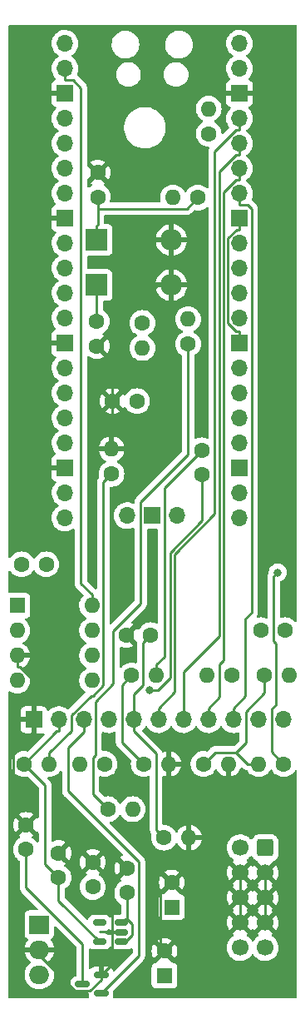
<source format=gbr>
%TF.GenerationSoftware,KiCad,Pcbnew,(6.0.7)*%
%TF.CreationDate,2023-02-07T22:21:13+09:00*%
%TF.ProjectId,scoppy_main,73636f70-7079-45f6-9d61-696e2e6b6963,rev?*%
%TF.SameCoordinates,Original*%
%TF.FileFunction,Copper,L1,Top*%
%TF.FilePolarity,Positive*%
%FSLAX46Y46*%
G04 Gerber Fmt 4.6, Leading zero omitted, Abs format (unit mm)*
G04 Created by KiCad (PCBNEW (6.0.7)) date 2023-02-07 22:21:13*
%MOMM*%
%LPD*%
G01*
G04 APERTURE LIST*
G04 Aperture macros list*
%AMRoundRect*
0 Rectangle with rounded corners*
0 $1 Rounding radius*
0 $2 $3 $4 $5 $6 $7 $8 $9 X,Y pos of 4 corners*
0 Add a 4 corners polygon primitive as box body*
4,1,4,$2,$3,$4,$5,$6,$7,$8,$9,$2,$3,0*
0 Add four circle primitives for the rounded corners*
1,1,$1+$1,$2,$3*
1,1,$1+$1,$4,$5*
1,1,$1+$1,$6,$7*
1,1,$1+$1,$8,$9*
0 Add four rect primitives between the rounded corners*
20,1,$1+$1,$2,$3,$4,$5,0*
20,1,$1+$1,$4,$5,$6,$7,0*
20,1,$1+$1,$6,$7,$8,$9,0*
20,1,$1+$1,$8,$9,$2,$3,0*%
G04 Aperture macros list end*
%TA.AperFunction,ComponentPad*%
%ADD10C,1.600000*%
%TD*%
%TA.AperFunction,SMDPad,CuDef*%
%ADD11RoundRect,0.150000X0.512500X0.150000X-0.512500X0.150000X-0.512500X-0.150000X0.512500X-0.150000X0*%
%TD*%
%TA.AperFunction,ComponentPad*%
%ADD12R,2.200000X2.200000*%
%TD*%
%TA.AperFunction,ComponentPad*%
%ADD13O,2.200000X2.200000*%
%TD*%
%TA.AperFunction,ComponentPad*%
%ADD14O,1.600000X1.600000*%
%TD*%
%TA.AperFunction,ComponentPad*%
%ADD15R,1.700000X1.700000*%
%TD*%
%TA.AperFunction,ComponentPad*%
%ADD16O,1.700000X1.700000*%
%TD*%
%TA.AperFunction,ComponentPad*%
%ADD17R,1.600000X1.600000*%
%TD*%
%TA.AperFunction,SMDPad,CuDef*%
%ADD18RoundRect,0.150000X0.587500X0.150000X-0.587500X0.150000X-0.587500X-0.150000X0.587500X-0.150000X0*%
%TD*%
%TA.AperFunction,ComponentPad*%
%ADD19RoundRect,0.250000X0.600000X0.600000X-0.600000X0.600000X-0.600000X-0.600000X0.600000X-0.600000X0*%
%TD*%
%TA.AperFunction,ComponentPad*%
%ADD20C,1.700000*%
%TD*%
%TA.AperFunction,ComponentPad*%
%ADD21R,2.000000X1.905000*%
%TD*%
%TA.AperFunction,ComponentPad*%
%ADD22O,2.000000X1.905000*%
%TD*%
%TA.AperFunction,ViaPad*%
%ADD23C,0.800000*%
%TD*%
%TA.AperFunction,Conductor*%
%ADD24C,0.250000*%
%TD*%
G04 APERTURE END LIST*
D10*
%TO.P,C22,1*%
%TO.N,GND*%
X167100000Y-93400000D03*
%TO.P,C22,2*%
%TO.N,ADC0*%
X167100000Y-90900000D03*
%TD*%
D11*
%TO.P,U2,1,VIN*%
%TO.N,+5V*%
X169637500Y-153950000D03*
%TO.P,U2,2,GND*%
%TO.N,GND*%
X169637500Y-153000000D03*
%TO.P,U2,3,CE*%
%TO.N,+5V*%
X169637500Y-152050000D03*
%TO.P,U2,4,NC*%
%TO.N,unconnected-(U2-Pad4)*%
X167362500Y-152050000D03*
%TO.P,U2,5,VOUT*%
%TO.N,+3V3*%
X167362500Y-153950000D03*
%TD*%
D10*
%TO.P,C19,1*%
%TO.N,GND*%
X170100000Y-122800000D03*
%TO.P,C19,2*%
%TO.N,Net-(C19-Pad2)*%
X172600000Y-122800000D03*
%TD*%
%TO.P,C2,1*%
%TO.N,+5V*%
X170200000Y-149000000D03*
%TO.P,C2,2*%
%TO.N,GND*%
X170200000Y-146500000D03*
%TD*%
D12*
%TO.P,D7,1,K*%
%TO.N,ADC0*%
X167080000Y-87200000D03*
D13*
%TO.P,D7,2,A*%
%TO.N,GND*%
X174700000Y-87200000D03*
%TD*%
D10*
%TO.P,R22,1*%
%TO.N,Net-(C19-Pad2)*%
X173955000Y-143400000D03*
D14*
%TO.P,R22,2*%
%TO.N,GND*%
X176495000Y-143400000D03*
%TD*%
D10*
%TO.P,R29,1*%
%TO.N,ADC0*%
X171750000Y-91055000D03*
D14*
%TO.P,R29,2*%
%TO.N,Net-(R27-Pad2)*%
X171750000Y-93595000D03*
%TD*%
D10*
%TO.P,R28,1*%
%TO.N,Net-(R26-Pad1)*%
X178500000Y-71800000D03*
D14*
%TO.P,R28,2*%
%TO.N,Net-(R28-Pad2)*%
X178500000Y-69260000D03*
%TD*%
D15*
%TO.P,REF4,1*%
%TO.N,GND*%
X160700000Y-131400000D03*
D16*
%TO.P,REF4,2*%
%TO.N,+3V3*%
X163240000Y-131400000D03*
%TO.P,REF4,3*%
%TO.N,-3V3*%
X165780000Y-131400000D03*
%TO.P,REF4,4*%
%TO.N,Net-(C12-Pad1)*%
X168320000Y-131400000D03*
%TO.P,REF4,5*%
%TO.N,Net-(C19-Pad2)*%
X170860000Y-131400000D03*
%TO.P,REF4,6*%
%TO.N,GPIO2*%
X173400000Y-131400000D03*
%TO.P,REF4,7*%
%TO.N,GPIO3*%
X175940000Y-131400000D03*
%TO.P,REF4,8*%
%TO.N,GPIO4*%
X178480000Y-131400000D03*
%TO.P,REF4,9*%
%TO.N,GPIO5*%
X181020000Y-131400000D03*
%TO.P,REF4,10*%
%TO.N,Net-(R11-Pad1)*%
X183560000Y-131400000D03*
%TO.P,REF4,11*%
%TO.N,Net-(C13-Pad1)*%
X186100000Y-131400000D03*
%TD*%
D10*
%TO.P,C12,1*%
%TO.N,Net-(C12-Pad1)*%
X177800000Y-106500000D03*
%TO.P,C12,2*%
%TO.N,Net-(C12-Pad2)*%
X177800000Y-104000000D03*
%TD*%
%TO.P,C13,1*%
%TO.N,Net-(C13-Pad1)*%
X183800000Y-122300000D03*
%TO.P,C13,2*%
%TO.N,Net-(C13-Pad2)*%
X186300000Y-122300000D03*
%TD*%
%TO.P,R10,1*%
%TO.N,Net-(C13-Pad2)*%
X180900000Y-126900000D03*
D14*
%TO.P,R10,2*%
%TO.N,Net-(C13-Pad1)*%
X178360000Y-126900000D03*
%TD*%
D10*
%TO.P,C20,1*%
%TO.N,GND*%
X168700000Y-99000000D03*
%TO.P,C20,2*%
%TO.N,Net-(C20-Pad2)*%
X171200000Y-99000000D03*
%TD*%
%TO.P,R19,1*%
%TO.N,Net-(R11-Pad1)*%
X171877500Y-135900000D03*
D14*
%TO.P,R19,2*%
%TO.N,GND*%
X174417500Y-135900000D03*
%TD*%
D10*
%TO.P,C18,1*%
%TO.N,-5V*%
X159900000Y-144600000D03*
%TO.P,C18,2*%
%TO.N,GND*%
X159900000Y-142100000D03*
%TD*%
%TO.P,R13,1*%
%TO.N,Net-(R13-Pad1)*%
X184200000Y-126900000D03*
D14*
%TO.P,R13,2*%
%TO.N,Net-(C13-Pad2)*%
X186740000Y-126900000D03*
%TD*%
D10*
%TO.P,C7,1*%
%TO.N,+3V3*%
X163200000Y-147450000D03*
%TO.P,C7,2*%
%TO.N,GND*%
X163200000Y-144950000D03*
%TD*%
%TO.P,C23,1*%
%TO.N,GND*%
X167200000Y-75750000D03*
%TO.P,C23,2*%
%TO.N,ADC1*%
X167200000Y-78250000D03*
%TD*%
D17*
%TO.P,U6,1,NC*%
%TO.N,unconnected-(U6-Pad1)*%
X159000000Y-119800000D03*
D14*
%TO.P,U6,2,CAP+*%
%TO.N,Net-(C17-Pad1)*%
X159000000Y-122340000D03*
%TO.P,U6,3,GND*%
%TO.N,GND*%
X159000000Y-124880000D03*
%TO.P,U6,4,CAP-*%
%TO.N,Net-(C17-Pad2)*%
X159000000Y-127420000D03*
%TO.P,U6,5,VOUT*%
%TO.N,-5V*%
X166620000Y-127420000D03*
%TO.P,U6,6,LV*%
%TO.N,unconnected-(U6-Pad6)*%
X166620000Y-124880000D03*
%TO.P,U6,7,OSC*%
%TO.N,unconnected-(U6-Pad7)*%
X166620000Y-122340000D03*
%TO.P,U6,8,V+*%
%TO.N,+5V*%
X166620000Y-119800000D03*
%TD*%
D18*
%TO.P,U7,1,VO*%
%TO.N,-3V3*%
X167537500Y-159250000D03*
%TO.P,U7,2,GND*%
%TO.N,GND*%
X167537500Y-157350000D03*
%TO.P,U7,3,VI*%
%TO.N,-5V*%
X165662500Y-158300000D03*
%TD*%
D10*
%TO.P,C11,1*%
%TO.N,+5V*%
X166700000Y-148400000D03*
%TO.P,C11,2*%
%TO.N,GND*%
X166700000Y-145900000D03*
%TD*%
%TO.P,C17,1*%
%TO.N,Net-(C17-Pad1)*%
X159450000Y-115600000D03*
%TO.P,C17,2*%
%TO.N,Net-(C17-Pad2)*%
X161950000Y-115600000D03*
%TD*%
%TO.P,R24,1*%
%TO.N,Net-(C20-Pad2)*%
X168600000Y-106400000D03*
D14*
%TO.P,R24,2*%
%TO.N,GND*%
X168600000Y-103860000D03*
%TD*%
D12*
%TO.P,D8,1,K*%
%TO.N,ADC1*%
X167090000Y-82600000D03*
D13*
%TO.P,D8,2,A*%
%TO.N,GND*%
X174710000Y-82600000D03*
%TD*%
D10*
%TO.P,R27,1*%
%TO.N,Net-(R25-Pad1)*%
X176400000Y-93200000D03*
D14*
%TO.P,R27,2*%
%TO.N,Net-(R27-Pad2)*%
X176400000Y-90660000D03*
%TD*%
D10*
%TO.P,R11,1*%
%TO.N,Net-(R11-Pad1)*%
X170655000Y-126900000D03*
D14*
%TO.P,R11,2*%
%TO.N,Net-(C12-Pad2)*%
X173195000Y-126900000D03*
%TD*%
D10*
%TO.P,R23,1*%
%TO.N,+3V3*%
X159700000Y-135900000D03*
D14*
%TO.P,R23,2*%
%TO.N,Net-(C20-Pad2)*%
X162240000Y-135900000D03*
%TD*%
D10*
%TO.P,R30,1*%
%TO.N,ADC1*%
X177400000Y-78300000D03*
D14*
%TO.P,R30,2*%
%TO.N,Net-(R28-Pad2)*%
X174860000Y-78300000D03*
%TD*%
D10*
%TO.P,R20,1*%
%TO.N,Net-(R13-Pad1)*%
X177966300Y-135900000D03*
D14*
%TO.P,R20,2*%
%TO.N,GND*%
X180506300Y-135900000D03*
%TD*%
D10*
%TO.P,R25,1*%
%TO.N,Net-(R25-Pad1)*%
X168210000Y-140500000D03*
D14*
%TO.P,R25,2*%
%TO.N,Net-(R11-Pad1)*%
X170750000Y-140500000D03*
%TD*%
D10*
%TO.P,R9,1*%
%TO.N,Net-(C12-Pad2)*%
X167878800Y-135900000D03*
D14*
%TO.P,R9,2*%
%TO.N,Net-(C12-Pad1)*%
X165338800Y-135900000D03*
%TD*%
D10*
%TO.P,R26,1*%
%TO.N,Net-(R26-Pad1)*%
X186145000Y-135900000D03*
D14*
%TO.P,R26,2*%
%TO.N,Net-(R13-Pad1)*%
X183605000Y-135900000D03*
%TD*%
D17*
%TO.P,C14,1*%
%TO.N,+5V*%
X174750000Y-150455100D03*
D10*
%TO.P,C14,2*%
%TO.N,GND*%
X174750000Y-147955100D03*
%TD*%
D17*
%TO.P,C8,1*%
%TO.N,+12V*%
X174000000Y-157432400D03*
D10*
%TO.P,C8,2*%
%TO.N,GND*%
X174000000Y-154932400D03*
%TD*%
D19*
%TO.P,J6,1,Pin_1*%
%TO.N,unconnected-(J6-Pad1)*%
X184252500Y-144420000D03*
D20*
%TO.P,J6,2,Pin_2*%
%TO.N,unconnected-(J6-Pad2)*%
X181712500Y-144420000D03*
%TO.P,J6,3,Pin_3*%
%TO.N,GND*%
X184252500Y-146960000D03*
%TO.P,J6,4,Pin_4*%
X181712500Y-146960000D03*
%TO.P,J6,5,Pin_5*%
X184252500Y-149500000D03*
%TO.P,J6,6,Pin_6*%
X181712500Y-149500000D03*
%TO.P,J6,7,Pin_7*%
X184252500Y-152040000D03*
%TO.P,J6,8,Pin_8*%
X181712500Y-152040000D03*
%TO.P,J6,9,Pin_9*%
%TO.N,+12V*%
X184252500Y-154580000D03*
%TO.P,J6,10,Pin_10*%
X181712500Y-154580000D03*
%TD*%
D16*
%TO.P,U1,1,GPIO0*%
%TO.N,unconnected-(U1-Pad1)*%
X181640000Y-62620000D03*
%TO.P,U1,2,GPIO1*%
%TO.N,unconnected-(U1-Pad2)*%
X181640000Y-65160000D03*
D15*
%TO.P,U1,3,GND*%
%TO.N,GND*%
X181640000Y-67700000D03*
D16*
%TO.P,U1,4,GPIO2*%
%TO.N,GPIO2*%
X181640000Y-70240000D03*
%TO.P,U1,5,GPIO3*%
%TO.N,GPIO3*%
X181640000Y-72780000D03*
%TO.P,U1,6,GPIO4*%
%TO.N,GPIO4*%
X181640000Y-75320000D03*
%TO.P,U1,7,GPIO5*%
%TO.N,GPIO5*%
X181640000Y-77860000D03*
D15*
%TO.P,U1,8,GND*%
%TO.N,GND*%
X181640000Y-80400000D03*
D16*
%TO.P,U1,9,GPIO6*%
%TO.N,unconnected-(U1-Pad9)*%
X181640000Y-82940000D03*
%TO.P,U1,10,GPIO7*%
%TO.N,unconnected-(U1-Pad10)*%
X181640000Y-85480000D03*
%TO.P,U1,11,GPIO8*%
%TO.N,unconnected-(U1-Pad11)*%
X181640000Y-88020000D03*
%TO.P,U1,12,GPIO9*%
%TO.N,unconnected-(U1-Pad12)*%
X181640000Y-90560000D03*
D15*
%TO.P,U1,13,GND*%
%TO.N,GND*%
X181640000Y-93100000D03*
D16*
%TO.P,U1,14,GPIO10*%
%TO.N,unconnected-(U1-Pad14)*%
X181640000Y-95640000D03*
%TO.P,U1,15,GPIO11*%
%TO.N,unconnected-(U1-Pad15)*%
X181640000Y-98180000D03*
%TO.P,U1,16,GPIO12*%
%TO.N,unconnected-(U1-Pad16)*%
X181640000Y-100720000D03*
%TO.P,U1,17,GPIO13*%
%TO.N,unconnected-(U1-Pad17)*%
X181640000Y-103260000D03*
D15*
%TO.P,U1,18,GND*%
%TO.N,GND*%
X181640000Y-105800000D03*
D16*
%TO.P,U1,19,GPIO14*%
%TO.N,unconnected-(U1-Pad19)*%
X181640000Y-108340000D03*
%TO.P,U1,20,GPIO15*%
%TO.N,unconnected-(U1-Pad20)*%
X181640000Y-110880000D03*
%TO.P,U1,21,GPIO16*%
%TO.N,unconnected-(U1-Pad21)*%
X163860000Y-110880000D03*
%TO.P,U1,22,GPIO17*%
%TO.N,unconnected-(U1-Pad22)*%
X163860000Y-108340000D03*
D15*
%TO.P,U1,23,GND*%
%TO.N,GND*%
X163860000Y-105800000D03*
D16*
%TO.P,U1,24,GPIO18*%
%TO.N,unconnected-(U1-Pad24)*%
X163860000Y-103260000D03*
%TO.P,U1,25,GPIO19*%
%TO.N,unconnected-(U1-Pad25)*%
X163860000Y-100720000D03*
%TO.P,U1,26,GPIO20*%
%TO.N,unconnected-(U1-Pad26)*%
X163860000Y-98180000D03*
%TO.P,U1,27,GPIO21*%
%TO.N,unconnected-(U1-Pad27)*%
X163860000Y-95640000D03*
D15*
%TO.P,U1,28,GND*%
%TO.N,GND*%
X163860000Y-93100000D03*
D16*
%TO.P,U1,29,GPIO22*%
%TO.N,SG_OUT*%
X163860000Y-90560000D03*
%TO.P,U1,30,RUN*%
%TO.N,unconnected-(U1-Pad30)*%
X163860000Y-88020000D03*
%TO.P,U1,31,GPIO26_ADC0*%
%TO.N,ADC0*%
X163860000Y-85480000D03*
%TO.P,U1,32,GPIO27_ADC1*%
%TO.N,ADC1*%
X163860000Y-82940000D03*
D15*
%TO.P,U1,33,AGND*%
%TO.N,GND*%
X163860000Y-80400000D03*
D16*
%TO.P,U1,34,GPIO28_ADC2*%
%TO.N,unconnected-(U1-Pad34)*%
X163860000Y-77860000D03*
%TO.P,U1,35,ADC_VREF*%
%TO.N,unconnected-(U1-Pad35)*%
X163860000Y-75320000D03*
%TO.P,U1,36,3V3*%
%TO.N,unconnected-(U1-Pad36)*%
X163860000Y-72780000D03*
%TO.P,U1,37,3V3_EN*%
%TO.N,unconnected-(U1-Pad37)*%
X163860000Y-70240000D03*
D15*
%TO.P,U1,38,GND*%
%TO.N,GND*%
X163860000Y-67700000D03*
D16*
%TO.P,U1,39,VSYS*%
%TO.N,+5V*%
X163860000Y-65160000D03*
%TO.P,U1,40,VBUS*%
%TO.N,unconnected-(U1-Pad40)*%
X163860000Y-62620000D03*
%TO.P,U1,41,SWCLK*%
%TO.N,unconnected-(U1-Pad41)*%
X175290000Y-110650000D03*
D15*
%TO.P,U1,42,GND*%
%TO.N,unconnected-(U1-Pad42)*%
X172750000Y-110650000D03*
D16*
%TO.P,U1,43,SWDIO*%
%TO.N,unconnected-(U1-Pad43)*%
X170210000Y-110650000D03*
%TD*%
D21*
%TO.P,U3,1,VI*%
%TO.N,+12V*%
X161250000Y-152250000D03*
D22*
%TO.P,U3,2,GND*%
%TO.N,GND*%
X161250000Y-154790000D03*
%TO.P,U3,3,VO*%
%TO.N,+5V*%
X161250000Y-157330000D03*
%TD*%
D23*
%TO.N,Net-(C12-Pad1)*%
X172440300Y-128429300D03*
%TO.N,Net-(R26-Pad1)*%
X185533000Y-116418000D03*
%TD*%
D24*
%TO.N,Net-(C12-Pad1)*%
X177800000Y-111161400D02*
X174569600Y-114391800D01*
X174569600Y-127153700D02*
X173294100Y-128429200D01*
X172440300Y-128429200D02*
X172440300Y-128429300D01*
X177800000Y-106500000D02*
X177800000Y-111161400D01*
X173294100Y-128429200D02*
X172440300Y-128429200D01*
X174569600Y-114391800D02*
X174569600Y-127153700D01*
%TO.N,GND*%
X174750000Y-147955100D02*
X173624800Y-149080300D01*
X160700000Y-127423800D02*
X160700000Y-131400000D01*
X158570900Y-140770900D02*
X158570900Y-134704200D01*
X161250000Y-155298000D02*
X164900800Y-158948800D01*
X168600000Y-102734900D02*
X168700000Y-102634900D01*
X160700000Y-131400000D02*
X160700000Y-132575100D01*
X184252500Y-149500000D02*
X184252500Y-146960000D01*
X159000000Y-124880000D02*
X159000000Y-126005100D01*
X173624800Y-149080300D02*
X173624800Y-154557200D01*
X174710000Y-82600000D02*
X174710000Y-84025100D01*
X161250000Y-154790000D02*
X161250000Y-155298000D01*
X158570900Y-134704200D02*
X160700000Y-132575100D01*
X168642200Y-153000000D02*
X168642200Y-148057800D01*
X180464900Y-82449100D02*
X181338900Y-81575100D01*
X168700000Y-95000000D02*
X167100000Y-93400000D01*
X173274900Y-87225100D02*
X173274900Y-87200000D01*
X168642200Y-156245300D02*
X168642200Y-153000000D01*
X184252500Y-152040000D02*
X184252500Y-149500000D01*
X159900000Y-142100000D02*
X158570900Y-140770900D01*
X159000000Y-126005100D02*
X159281300Y-126005100D01*
X181338900Y-81575100D02*
X181640000Y-81575100D01*
X168700000Y-99000000D02*
X168700000Y-95000000D01*
X181640000Y-93100000D02*
X181640000Y-91924900D01*
X174710000Y-84025100D02*
X174700000Y-84035100D01*
X168600000Y-103860000D02*
X168600000Y-102734900D01*
X167537500Y-157350000D02*
X168642200Y-156245300D01*
X168642200Y-153000000D02*
X169637500Y-153000000D01*
X173624800Y-154557200D02*
X174000000Y-154932400D01*
X168700000Y-102634900D02*
X168700000Y-99000000D01*
X167537500Y-157837500D02*
X167537500Y-157350000D01*
X181712500Y-149500000D02*
X181712500Y-146960000D01*
X181640000Y-91924900D02*
X181313100Y-91924900D01*
X181712500Y-152040000D02*
X181712500Y-149500000D01*
X174700000Y-87200000D02*
X173274900Y-87200000D01*
X181640000Y-80400000D02*
X181640000Y-81575100D01*
X180464900Y-91076700D02*
X180464900Y-82449100D01*
X159281300Y-126005100D02*
X160700000Y-127423800D01*
X167100000Y-93400000D02*
X173274900Y-87225100D01*
X174700000Y-84035100D02*
X174700000Y-87200000D01*
X168642200Y-148057800D02*
X170200000Y-146500000D01*
X181313100Y-91924900D02*
X180464900Y-91076700D01*
X164900800Y-158948800D02*
X166426200Y-158948800D01*
X166426200Y-158948800D02*
X167537500Y-157837500D01*
%TO.N,GPIO2*%
X179114500Y-110483600D02*
X175039900Y-114558200D01*
X181640000Y-70240000D02*
X181640000Y-71415100D01*
X175039900Y-114558200D02*
X175039900Y-128585000D01*
X181640000Y-71415100D02*
X181276300Y-71415100D01*
X175039900Y-128585000D02*
X173400000Y-130224900D01*
X173400000Y-131400000D02*
X173400000Y-130224900D01*
X181276300Y-71415100D02*
X179114500Y-73576900D01*
X179114500Y-73576900D02*
X179114500Y-110483600D01*
%TO.N,GPIO3*%
X181274700Y-73955100D02*
X181640000Y-73955100D01*
X175940000Y-126548300D02*
X179564700Y-122923600D01*
X179564700Y-122923600D02*
X179564700Y-75665100D01*
X175940000Y-131400000D02*
X175940000Y-126548300D01*
X179564700Y-75665100D02*
X181274700Y-73955100D01*
X181640000Y-72780000D02*
X181640000Y-73955100D01*
%TO.N,GPIO4*%
X180014800Y-125390000D02*
X179604800Y-125800000D01*
X179604800Y-125800000D02*
X179604800Y-129100100D01*
X181640000Y-76495100D02*
X181274700Y-76495100D01*
X179604800Y-129100100D02*
X178480000Y-130224900D01*
X180014800Y-77755000D02*
X180014800Y-125390000D01*
X178480000Y-131400000D02*
X178480000Y-130224900D01*
X181274700Y-76495100D02*
X180014800Y-77755000D01*
X181640000Y-75320000D02*
X181640000Y-76495100D01*
%TO.N,GPIO5*%
X182859700Y-79446900D02*
X182859700Y-120485300D01*
X182859700Y-120485300D02*
X182216000Y-121129000D01*
X181020000Y-131400000D02*
X181020000Y-130224900D01*
X181640000Y-77860000D02*
X181640000Y-79035100D01*
X182447900Y-79035100D02*
X182859700Y-79446900D01*
X182216000Y-129028900D02*
X181020000Y-130224900D01*
X182216000Y-121129000D02*
X182216000Y-129028900D01*
X181640000Y-79035100D02*
X182447900Y-79035100D01*
%TO.N,-3V3*%
X171385000Y-155402500D02*
X167537500Y-159250000D01*
X165780000Y-131400000D02*
X165780000Y-132644300D01*
X164193100Y-134231200D02*
X164193100Y-138635200D01*
X164193100Y-138635200D02*
X171385000Y-145827100D01*
X171385000Y-145827100D02*
X171385000Y-155402500D01*
X165780000Y-132644300D02*
X164193100Y-134231200D01*
%TO.N,-5V*%
X165662500Y-154246300D02*
X159900000Y-148483800D01*
X159900000Y-148483800D02*
X159900000Y-144600000D01*
X165662500Y-158300000D02*
X165662500Y-154246300D01*
%TO.N,+3V3*%
X161825200Y-146075200D02*
X163200000Y-147450000D01*
X161825200Y-138025200D02*
X161825200Y-146075200D01*
X163240000Y-131400000D02*
X163240000Y-132575100D01*
X163200000Y-149787500D02*
X163200000Y-147450000D01*
X159700000Y-135900000D02*
X163024900Y-132575100D01*
X163024900Y-132575100D02*
X163240000Y-132575100D01*
X167362500Y-153950000D02*
X163200000Y-149787500D01*
X159700000Y-135900000D02*
X161825200Y-138025200D01*
%TO.N,Net-(C20-Pad2)*%
X166528500Y-128949800D02*
X166696600Y-128949800D01*
X162240000Y-135900000D02*
X162240000Y-134774900D01*
X164510000Y-130968300D02*
X166528500Y-128949800D01*
X167769100Y-107230900D02*
X168600000Y-106400000D01*
X162240000Y-134774900D02*
X164510000Y-132504900D01*
X164510000Y-132504900D02*
X164510000Y-130968300D01*
X167769100Y-127877300D02*
X167769100Y-107230900D01*
X166696600Y-128949800D02*
X167769100Y-127877300D01*
%TO.N,Net-(C12-Pad2)*%
X173195000Y-126900000D02*
X173195000Y-125774900D01*
X173990600Y-107809400D02*
X173990600Y-124979300D01*
X177800000Y-104000000D02*
X173990600Y-107809400D01*
X173990600Y-124979300D02*
X173195000Y-125774900D01*
%TO.N,Net-(R11-Pad1)*%
X171877500Y-135900000D02*
X169674200Y-133696700D01*
X169674200Y-127880800D02*
X170655000Y-126900000D01*
X169674200Y-133696700D02*
X169674200Y-127880800D01*
%TO.N,Net-(R13-Pad1)*%
X182290000Y-130576400D02*
X182290000Y-133760700D01*
X181315300Y-134735400D02*
X182479900Y-135900000D01*
X182290000Y-133760700D02*
X181315300Y-134735400D01*
X183605000Y-135900000D02*
X182479900Y-135900000D01*
X184200000Y-128666400D02*
X182290000Y-130576400D01*
X177966300Y-135900000D02*
X179130900Y-134735400D01*
X179130900Y-134735400D02*
X181315300Y-134735400D01*
X184200000Y-126900000D02*
X184200000Y-128666400D01*
%TO.N,Net-(C19-Pad2)*%
X170860000Y-128842200D02*
X170860000Y-131400000D01*
X173147500Y-142592500D02*
X173955000Y-143400000D01*
X171844000Y-127858200D02*
X170860000Y-128842200D01*
X170860000Y-131400000D02*
X170860000Y-132575100D01*
X172600000Y-122800000D02*
X171844000Y-123556000D01*
X170860000Y-132575100D02*
X173147500Y-134862600D01*
X173147500Y-134862600D02*
X173147500Y-142592500D01*
X171844000Y-123556000D02*
X171844000Y-127858200D01*
%TO.N,Net-(R25-Pad1)*%
X176400000Y-93200000D02*
X176400000Y-104445800D01*
X166973000Y-135005800D02*
X166699800Y-135279000D01*
X166699800Y-135279000D02*
X166699800Y-138989800D01*
X171574800Y-119592000D02*
X168791400Y-122375400D01*
X176400000Y-104445800D02*
X171574800Y-109271000D01*
X168791400Y-127753400D02*
X166973000Y-129571800D01*
X171574800Y-109271000D02*
X171574800Y-119592000D01*
X168791400Y-122375400D02*
X168791400Y-127753400D01*
X166973000Y-129571800D02*
X166973000Y-135005800D01*
X166699800Y-138989800D02*
X168210000Y-140500000D01*
%TO.N,Net-(R26-Pad1)*%
X184910100Y-134665100D02*
X184910100Y-130308600D01*
X184910100Y-130308600D02*
X185343700Y-129875000D01*
X185343700Y-129875000D02*
X185343700Y-123614300D01*
X185123400Y-123394000D02*
X185123400Y-116827600D01*
X185343700Y-123614300D02*
X185123400Y-123394000D01*
X185123400Y-116827600D02*
X185533000Y-116418000D01*
X186145000Y-135900000D02*
X184910100Y-134665100D01*
%TO.N,ADC0*%
X167080000Y-90880000D02*
X167100000Y-90900000D01*
X167080000Y-87200000D02*
X167080000Y-90880000D01*
%TO.N,ADC1*%
X167090000Y-82600000D02*
X167090000Y-81174900D01*
X176266000Y-79434000D02*
X167200000Y-79434000D01*
X167200000Y-81064900D02*
X167200000Y-79434000D01*
X167090000Y-81174900D02*
X167200000Y-81064900D01*
X177400000Y-78300000D02*
X176266000Y-79434000D01*
X167200000Y-79434000D02*
X167200000Y-78250000D01*
%TO.N,+5V*%
X166620000Y-118674900D02*
X165485200Y-117540100D01*
X165485200Y-117540100D02*
X165485200Y-67152400D01*
X170667700Y-153306700D02*
X170024400Y-153950000D01*
X163860000Y-65160000D02*
X163860000Y-66335100D01*
X170667700Y-152161600D02*
X170667700Y-153306700D01*
X170200000Y-151693900D02*
X170200000Y-149000000D01*
X170024400Y-153950000D02*
X169637500Y-153950000D01*
X165485200Y-67152400D02*
X164667900Y-66335100D01*
X169993600Y-151693900D02*
X170200000Y-151693900D01*
X170200000Y-151693900D02*
X170667700Y-152161600D01*
X166620000Y-119800000D02*
X166620000Y-118674900D01*
X164667900Y-66335100D02*
X163860000Y-66335100D01*
X169637500Y-152050000D02*
X169993600Y-151693900D01*
%TD*%
%TA.AperFunction,Conductor*%
%TO.N,GND*%
G36*
X179832026Y-132075144D02*
G01*
X179859875Y-132106994D01*
X179919987Y-132205088D01*
X180066250Y-132373938D01*
X180238126Y-132516632D01*
X180431000Y-132629338D01*
X180435825Y-132631180D01*
X180435826Y-132631181D01*
X180477448Y-132647075D01*
X180639692Y-132709030D01*
X180644760Y-132710061D01*
X180644763Y-132710062D01*
X180718437Y-132725051D01*
X180858597Y-132753567D01*
X180863772Y-132753757D01*
X180863774Y-132753757D01*
X181076673Y-132761564D01*
X181076677Y-132761564D01*
X181081837Y-132761753D01*
X181086957Y-132761097D01*
X181086959Y-132761097D01*
X181298288Y-132734025D01*
X181298289Y-132734025D01*
X181303416Y-132733368D01*
X181368913Y-132713718D01*
X181494292Y-132676102D01*
X181565288Y-132675685D01*
X181625238Y-132713718D01*
X181655110Y-132778124D01*
X181656500Y-132796788D01*
X181656500Y-133446105D01*
X181636498Y-133514226D01*
X181619595Y-133535201D01*
X181089799Y-134064996D01*
X181027487Y-134099021D01*
X181000704Y-134101900D01*
X179209667Y-134101900D01*
X179198484Y-134101373D01*
X179190991Y-134099698D01*
X179183065Y-134099947D01*
X179183064Y-134099947D01*
X179122914Y-134101838D01*
X179118955Y-134101900D01*
X179091044Y-134101900D01*
X179087110Y-134102397D01*
X179087109Y-134102397D01*
X179087044Y-134102405D01*
X179075207Y-134103338D01*
X179043390Y-134104338D01*
X179038929Y-134104478D01*
X179031010Y-134104727D01*
X179014935Y-134109397D01*
X179011558Y-134110378D01*
X178992206Y-134114386D01*
X178985135Y-134115280D01*
X178972103Y-134116926D01*
X178964734Y-134119843D01*
X178964732Y-134119844D01*
X178930997Y-134133200D01*
X178919769Y-134137045D01*
X178877307Y-134149382D01*
X178870484Y-134153417D01*
X178870482Y-134153418D01*
X178859872Y-134159693D01*
X178842124Y-134168388D01*
X178823283Y-134175848D01*
X178816867Y-134180510D01*
X178816866Y-134180510D01*
X178787513Y-134201836D01*
X178777593Y-134208352D01*
X178746365Y-134226820D01*
X178746362Y-134226822D01*
X178739538Y-134230858D01*
X178725217Y-134245179D01*
X178710184Y-134258019D01*
X178693793Y-134269928D01*
X178688742Y-134276034D01*
X178665602Y-134304005D01*
X178657612Y-134312784D01*
X178379548Y-134590848D01*
X178317236Y-134624874D01*
X178257841Y-134623459D01*
X178199709Y-134607882D01*
X178199698Y-134607880D01*
X178194387Y-134606457D01*
X177966300Y-134586502D01*
X177738213Y-134606457D01*
X177732900Y-134607881D01*
X177732898Y-134607881D01*
X177522367Y-134664293D01*
X177522365Y-134664294D01*
X177517057Y-134665716D01*
X177512076Y-134668039D01*
X177512075Y-134668039D01*
X177314538Y-134760151D01*
X177314533Y-134760154D01*
X177309551Y-134762477D01*
X177232940Y-134816121D01*
X177126511Y-134890643D01*
X177126508Y-134890645D01*
X177122000Y-134893802D01*
X176960102Y-135055700D01*
X176828777Y-135243251D01*
X176826454Y-135248233D01*
X176826451Y-135248238D01*
X176770186Y-135368900D01*
X176732016Y-135450757D01*
X176730594Y-135456065D01*
X176730593Y-135456067D01*
X176674341Y-135666002D01*
X176672757Y-135671913D01*
X176652802Y-135900000D01*
X176672757Y-136128087D01*
X176674181Y-136133400D01*
X176674181Y-136133402D01*
X176701990Y-136237184D01*
X176732016Y-136349243D01*
X176734339Y-136354224D01*
X176734339Y-136354225D01*
X176826451Y-136551762D01*
X176826454Y-136551767D01*
X176828777Y-136556749D01*
X176960102Y-136744300D01*
X177122000Y-136906198D01*
X177126508Y-136909355D01*
X177126511Y-136909357D01*
X177204689Y-136964098D01*
X177309551Y-137037523D01*
X177314533Y-137039846D01*
X177314538Y-137039849D01*
X177511061Y-137131488D01*
X177517057Y-137134284D01*
X177522365Y-137135706D01*
X177522367Y-137135707D01*
X177732898Y-137192119D01*
X177732900Y-137192119D01*
X177738213Y-137193543D01*
X177966300Y-137213498D01*
X178194387Y-137193543D01*
X178199700Y-137192119D01*
X178199702Y-137192119D01*
X178410233Y-137135707D01*
X178410235Y-137135706D01*
X178415543Y-137134284D01*
X178421539Y-137131488D01*
X178618062Y-137039849D01*
X178618067Y-137039846D01*
X178623049Y-137037523D01*
X178727911Y-136964098D01*
X178806089Y-136909357D01*
X178806092Y-136909355D01*
X178810600Y-136906198D01*
X178972498Y-136744300D01*
X179103823Y-136556749D01*
X179106146Y-136551767D01*
X179106149Y-136551762D01*
X179122381Y-136516951D01*
X179169298Y-136463666D01*
X179237575Y-136444205D01*
X179305535Y-136464747D01*
X179350771Y-136516951D01*
X179366886Y-136551511D01*
X179372369Y-136561007D01*
X179497328Y-136739467D01*
X179504384Y-136747875D01*
X179658425Y-136901916D01*
X179666833Y-136908972D01*
X179845293Y-137033931D01*
X179854789Y-137039414D01*
X180052247Y-137131490D01*
X180062539Y-137135236D01*
X180234803Y-137181394D01*
X180248899Y-137181058D01*
X180252300Y-137173116D01*
X180252300Y-135772000D01*
X180272302Y-135703879D01*
X180325958Y-135657386D01*
X180378300Y-135646000D01*
X180634300Y-135646000D01*
X180702421Y-135666002D01*
X180748914Y-135719658D01*
X180760300Y-135772000D01*
X180760300Y-137167967D01*
X180764273Y-137181498D01*
X180772822Y-137182727D01*
X180950061Y-137135236D01*
X180960353Y-137131490D01*
X181157811Y-137039414D01*
X181167307Y-137033931D01*
X181345767Y-136908972D01*
X181354175Y-136901916D01*
X181508216Y-136747875D01*
X181515272Y-136739467D01*
X181640231Y-136561007D01*
X181645714Y-136551511D01*
X181737790Y-136354053D01*
X181741536Y-136343761D01*
X181745537Y-136328828D01*
X181782488Y-136268206D01*
X181846349Y-136237184D01*
X181916843Y-136245612D01*
X181956339Y-136272344D01*
X181976248Y-136292253D01*
X181983788Y-136300539D01*
X181987900Y-136307018D01*
X181993677Y-136312443D01*
X182037551Y-136353643D01*
X182040393Y-136356398D01*
X182060130Y-136376135D01*
X182063327Y-136378615D01*
X182072347Y-136386318D01*
X182104579Y-136416586D01*
X182111525Y-136420405D01*
X182111528Y-136420407D01*
X182122334Y-136426348D01*
X182138853Y-136437199D01*
X182154859Y-136449614D01*
X182162128Y-136452759D01*
X182162132Y-136452762D01*
X182195437Y-136467174D01*
X182206087Y-136472391D01*
X182244840Y-136493695D01*
X182252515Y-136495666D01*
X182252516Y-136495666D01*
X182264462Y-136498733D01*
X182283167Y-136505137D01*
X182301755Y-136513181D01*
X182309578Y-136514420D01*
X182309588Y-136514423D01*
X182345424Y-136520099D01*
X182357044Y-136522505D01*
X182392190Y-136531529D01*
X182392196Y-136531530D01*
X182399870Y-136533500D01*
X182402265Y-136533500D01*
X182465087Y-136560896D01*
X182487435Y-136585252D01*
X182598802Y-136744300D01*
X182760700Y-136906198D01*
X182765208Y-136909355D01*
X182765211Y-136909357D01*
X182843389Y-136964098D01*
X182948251Y-137037523D01*
X182953233Y-137039846D01*
X182953238Y-137039849D01*
X183149761Y-137131488D01*
X183155757Y-137134284D01*
X183161065Y-137135706D01*
X183161067Y-137135707D01*
X183371598Y-137192119D01*
X183371600Y-137192119D01*
X183376913Y-137193543D01*
X183605000Y-137213498D01*
X183833087Y-137193543D01*
X183838400Y-137192119D01*
X183838402Y-137192119D01*
X184048933Y-137135707D01*
X184048935Y-137135706D01*
X184054243Y-137134284D01*
X184060239Y-137131488D01*
X184256762Y-137039849D01*
X184256767Y-137039846D01*
X184261749Y-137037523D01*
X184366611Y-136964098D01*
X184444789Y-136909357D01*
X184444792Y-136909355D01*
X184449300Y-136906198D01*
X184611198Y-136744300D01*
X184742523Y-136556749D01*
X184744846Y-136551767D01*
X184744849Y-136551762D01*
X184760805Y-136517543D01*
X184807722Y-136464258D01*
X184875999Y-136444797D01*
X184943959Y-136465339D01*
X184989195Y-136517543D01*
X185005151Y-136551762D01*
X185005154Y-136551767D01*
X185007477Y-136556749D01*
X185138802Y-136744300D01*
X185300700Y-136906198D01*
X185305208Y-136909355D01*
X185305211Y-136909357D01*
X185383389Y-136964098D01*
X185488251Y-137037523D01*
X185493233Y-137039846D01*
X185493238Y-137039849D01*
X185689761Y-137131488D01*
X185695757Y-137134284D01*
X185701065Y-137135706D01*
X185701067Y-137135707D01*
X185911598Y-137192119D01*
X185911600Y-137192119D01*
X185916913Y-137193543D01*
X186145000Y-137213498D01*
X186373087Y-137193543D01*
X186378400Y-137192119D01*
X186378402Y-137192119D01*
X186588933Y-137135707D01*
X186588935Y-137135706D01*
X186594243Y-137134284D01*
X186600239Y-137131488D01*
X186796762Y-137039849D01*
X186796767Y-137039846D01*
X186801749Y-137037523D01*
X186906611Y-136964098D01*
X186984789Y-136909357D01*
X186984792Y-136909355D01*
X186989300Y-136906198D01*
X187151198Y-136744300D01*
X187262287Y-136585649D01*
X187317744Y-136541321D01*
X187388364Y-136534012D01*
X187451724Y-136566043D01*
X187487709Y-136627244D01*
X187491500Y-136657920D01*
X187491500Y-159615500D01*
X187471498Y-159683621D01*
X187417842Y-159730114D01*
X187365500Y-159741500D01*
X168879329Y-159741500D01*
X168811208Y-159721498D01*
X168764715Y-159667842D01*
X168754611Y-159597568D01*
X168758332Y-159580347D01*
X168778768Y-159510008D01*
X168778769Y-159510003D01*
X168780562Y-159503831D01*
X168783500Y-159466502D01*
X168783500Y-159033498D01*
X168780562Y-158996169D01*
X168778768Y-158989994D01*
X168777610Y-158983655D01*
X168780382Y-158983149D01*
X168780535Y-158924442D01*
X168812243Y-158871161D01*
X169402870Y-158280534D01*
X172691500Y-158280534D01*
X172691869Y-158283931D01*
X172692185Y-158286840D01*
X172698255Y-158342716D01*
X172749385Y-158479105D01*
X172836739Y-158595661D01*
X172953295Y-158683015D01*
X173089684Y-158734145D01*
X173151866Y-158740900D01*
X174848134Y-158740900D01*
X174910316Y-158734145D01*
X175046705Y-158683015D01*
X175163261Y-158595661D01*
X175250615Y-158479105D01*
X175301745Y-158342716D01*
X175307815Y-158286840D01*
X175308131Y-158283931D01*
X175308500Y-158280534D01*
X175308500Y-156584266D01*
X175301745Y-156522084D01*
X175250615Y-156385695D01*
X175163261Y-156269139D01*
X175046705Y-156181785D01*
X174910316Y-156130655D01*
X174866748Y-156125922D01*
X174851514Y-156124267D01*
X174851511Y-156124267D01*
X174848134Y-156123900D01*
X174844815Y-156123900D01*
X174777890Y-156100247D01*
X174742196Y-156054244D01*
X174740266Y-156055259D01*
X174734558Y-156044400D01*
X174734368Y-156044155D01*
X174734347Y-156043997D01*
X174714356Y-156005966D01*
X174012812Y-155304422D01*
X173998868Y-155296808D01*
X173997035Y-155296939D01*
X173990420Y-155301190D01*
X173284923Y-156006687D01*
X173262129Y-156048429D01*
X173259953Y-156058429D01*
X173209747Y-156108627D01*
X173156186Y-156123851D01*
X173155281Y-156123900D01*
X173151866Y-156123900D01*
X173148470Y-156124269D01*
X173148468Y-156124269D01*
X173136121Y-156125610D01*
X173089684Y-156130655D01*
X172953295Y-156181785D01*
X172836739Y-156269139D01*
X172749385Y-156385695D01*
X172698255Y-156522084D01*
X172691500Y-156584266D01*
X172691500Y-158280534D01*
X169402870Y-158280534D01*
X171777247Y-155906157D01*
X171785537Y-155898613D01*
X171792018Y-155894500D01*
X171802181Y-155883678D01*
X171838658Y-155844833D01*
X171841413Y-155841991D01*
X171861135Y-155822269D01*
X171863612Y-155819076D01*
X171871317Y-155810055D01*
X171896159Y-155783600D01*
X171901586Y-155777821D01*
X171905407Y-155770871D01*
X171911346Y-155760068D01*
X171922202Y-155743541D01*
X171929757Y-155733802D01*
X171929758Y-155733800D01*
X171934614Y-155727540D01*
X171952174Y-155686960D01*
X171957391Y-155676312D01*
X171974875Y-155644509D01*
X171974876Y-155644507D01*
X171978695Y-155637560D01*
X171982903Y-155621173D01*
X171983733Y-155617938D01*
X171990137Y-155599234D01*
X171995033Y-155587920D01*
X171995033Y-155587919D01*
X171998181Y-155580645D01*
X171999420Y-155572822D01*
X171999423Y-155572812D01*
X172005099Y-155536976D01*
X172007505Y-155525356D01*
X172016528Y-155490211D01*
X172016528Y-155490210D01*
X172018500Y-155482530D01*
X172018500Y-155462276D01*
X172020051Y-155442565D01*
X172021980Y-155430386D01*
X172023220Y-155422557D01*
X172019059Y-155378538D01*
X172018500Y-155366681D01*
X172018500Y-154937875D01*
X172687483Y-154937875D01*
X172706472Y-155154919D01*
X172708375Y-155165712D01*
X172764764Y-155376161D01*
X172768510Y-155386453D01*
X172860586Y-155583911D01*
X172866069Y-155593406D01*
X172902509Y-155645448D01*
X172912988Y-155653824D01*
X172926434Y-155646756D01*
X173627978Y-154945212D01*
X173634356Y-154933532D01*
X174364408Y-154933532D01*
X174364539Y-154935365D01*
X174368790Y-154941980D01*
X175074287Y-155647477D01*
X175086062Y-155653907D01*
X175098077Y-155644611D01*
X175133931Y-155593406D01*
X175139414Y-155583911D01*
X175231490Y-155386453D01*
X175235236Y-155376161D01*
X175291625Y-155165712D01*
X175293528Y-155154919D01*
X175312517Y-154937875D01*
X175312517Y-154926925D01*
X175293528Y-154709881D01*
X175291625Y-154699088D01*
X175250792Y-154546695D01*
X180349751Y-154546695D01*
X180350048Y-154551848D01*
X180350048Y-154551851D01*
X180355511Y-154646590D01*
X180362610Y-154769715D01*
X180363747Y-154774761D01*
X180363748Y-154774767D01*
X180383619Y-154862939D01*
X180411722Y-154987639D01*
X180495766Y-155194616D01*
X180546519Y-155277438D01*
X180609791Y-155380688D01*
X180612487Y-155385088D01*
X180758750Y-155553938D01*
X180930626Y-155696632D01*
X181123500Y-155809338D01*
X181128325Y-155811180D01*
X181128326Y-155811181D01*
X181149001Y-155819076D01*
X181332192Y-155889030D01*
X181337260Y-155890061D01*
X181337263Y-155890062D01*
X181416373Y-155906157D01*
X181551097Y-155933567D01*
X181556272Y-155933757D01*
X181556274Y-155933757D01*
X181769173Y-155941564D01*
X181769177Y-155941564D01*
X181774337Y-155941753D01*
X181779457Y-155941097D01*
X181779459Y-155941097D01*
X181990788Y-155914025D01*
X181990789Y-155914025D01*
X181995916Y-155913368D01*
X182000866Y-155911883D01*
X182204929Y-155850661D01*
X182204934Y-155850659D01*
X182209884Y-155849174D01*
X182410494Y-155750896D01*
X182592360Y-155621173D01*
X182608534Y-155605056D01*
X182746935Y-155467137D01*
X182750596Y-155463489D01*
X182758595Y-155452358D01*
X182880953Y-155282077D01*
X182882276Y-155283028D01*
X182929145Y-155239857D01*
X182999080Y-155227625D01*
X183064526Y-155255144D01*
X183092375Y-155286994D01*
X183152487Y-155385088D01*
X183298750Y-155553938D01*
X183470626Y-155696632D01*
X183663500Y-155809338D01*
X183668325Y-155811180D01*
X183668326Y-155811181D01*
X183689001Y-155819076D01*
X183872192Y-155889030D01*
X183877260Y-155890061D01*
X183877263Y-155890062D01*
X183956373Y-155906157D01*
X184091097Y-155933567D01*
X184096272Y-155933757D01*
X184096274Y-155933757D01*
X184309173Y-155941564D01*
X184309177Y-155941564D01*
X184314337Y-155941753D01*
X184319457Y-155941097D01*
X184319459Y-155941097D01*
X184530788Y-155914025D01*
X184530789Y-155914025D01*
X184535916Y-155913368D01*
X184540866Y-155911883D01*
X184744929Y-155850661D01*
X184744934Y-155850659D01*
X184749884Y-155849174D01*
X184950494Y-155750896D01*
X185132360Y-155621173D01*
X185148534Y-155605056D01*
X185286935Y-155467137D01*
X185290596Y-155463489D01*
X185298595Y-155452358D01*
X185417935Y-155286277D01*
X185420953Y-155282077D01*
X185441820Y-155239857D01*
X185517636Y-155086453D01*
X185517637Y-155086451D01*
X185519930Y-155081811D01*
X185584870Y-154868069D01*
X185614029Y-154646590D01*
X185615656Y-154580000D01*
X185597352Y-154357361D01*
X185542931Y-154140702D01*
X185453854Y-153935840D01*
X185387714Y-153833603D01*
X185335322Y-153752617D01*
X185335320Y-153752614D01*
X185332514Y-153748277D01*
X185182170Y-153583051D01*
X185178119Y-153579852D01*
X185178115Y-153579848D01*
X185010914Y-153447800D01*
X185010910Y-153447798D01*
X185006859Y-153444598D01*
X184999974Y-153440797D01*
X184965069Y-153421529D01*
X184915098Y-153371097D01*
X184900326Y-153301654D01*
X184925442Y-153235248D01*
X184952793Y-153208642D01*
X185001747Y-153173723D01*
X185010148Y-153163023D01*
X185003160Y-153149870D01*
X184265312Y-152412022D01*
X184251368Y-152404408D01*
X184249535Y-152404539D01*
X184242920Y-152408790D01*
X183499237Y-153152473D01*
X183492477Y-153164853D01*
X183497758Y-153171907D01*
X183544469Y-153199203D01*
X183593193Y-153250841D01*
X183606264Y-153320624D01*
X183579533Y-153386396D01*
X183539084Y-153419752D01*
X183526107Y-153426507D01*
X183521974Y-153429610D01*
X183521971Y-153429612D01*
X183497747Y-153447800D01*
X183347465Y-153560635D01*
X183337424Y-153571142D01*
X183211035Y-153703401D01*
X183193129Y-153722138D01*
X183085701Y-153879621D01*
X183030793Y-153924621D01*
X182960268Y-153932792D01*
X182896521Y-153901538D01*
X182875824Y-153877054D01*
X182795322Y-153752617D01*
X182795320Y-153752614D01*
X182792514Y-153748277D01*
X182642170Y-153583051D01*
X182638119Y-153579852D01*
X182638115Y-153579848D01*
X182470914Y-153447800D01*
X182470910Y-153447798D01*
X182466859Y-153444598D01*
X182459974Y-153440797D01*
X182425069Y-153421529D01*
X182375098Y-153371097D01*
X182360326Y-153301654D01*
X182385442Y-153235248D01*
X182412793Y-153208642D01*
X182461747Y-153173723D01*
X182470148Y-153163023D01*
X182463160Y-153149870D01*
X181725312Y-152412022D01*
X181711368Y-152404408D01*
X181709535Y-152404539D01*
X181702920Y-152408790D01*
X180959237Y-153152473D01*
X180952477Y-153164853D01*
X180957758Y-153171907D01*
X181004469Y-153199203D01*
X181053193Y-153250841D01*
X181066264Y-153320624D01*
X181039533Y-153386396D01*
X180999084Y-153419752D01*
X180986107Y-153426507D01*
X180981974Y-153429610D01*
X180981971Y-153429612D01*
X180957747Y-153447800D01*
X180807465Y-153560635D01*
X180797424Y-153571142D01*
X180671035Y-153703401D01*
X180653129Y-153722138D01*
X180650220Y-153726403D01*
X180650214Y-153726411D01*
X180593744Y-153809193D01*
X180527243Y-153906680D01*
X180433188Y-154109305D01*
X180373489Y-154324570D01*
X180349751Y-154546695D01*
X175250792Y-154546695D01*
X175235236Y-154488639D01*
X175231490Y-154478347D01*
X175139414Y-154280889D01*
X175133931Y-154271394D01*
X175097491Y-154219352D01*
X175087012Y-154210976D01*
X175073566Y-154218044D01*
X174372022Y-154919588D01*
X174364408Y-154933532D01*
X173634356Y-154933532D01*
X173635592Y-154931268D01*
X173635461Y-154929435D01*
X173631210Y-154922820D01*
X172925713Y-154217323D01*
X172913938Y-154210893D01*
X172901923Y-154220189D01*
X172866069Y-154271394D01*
X172860586Y-154280889D01*
X172768510Y-154478347D01*
X172764764Y-154488639D01*
X172708375Y-154699088D01*
X172706472Y-154709881D01*
X172687483Y-154926925D01*
X172687483Y-154937875D01*
X172018500Y-154937875D01*
X172018500Y-153845388D01*
X173278576Y-153845388D01*
X173285644Y-153858834D01*
X173987188Y-154560378D01*
X174001132Y-154567992D01*
X174002965Y-154567861D01*
X174009580Y-154563610D01*
X174715077Y-153858113D01*
X174721507Y-153846338D01*
X174712211Y-153834323D01*
X174661006Y-153798469D01*
X174651511Y-153792986D01*
X174454053Y-153700910D01*
X174443761Y-153697164D01*
X174233312Y-153640775D01*
X174222519Y-153638872D01*
X174005475Y-153619883D01*
X173994525Y-153619883D01*
X173777481Y-153638872D01*
X173766688Y-153640775D01*
X173556239Y-153697164D01*
X173545947Y-153700910D01*
X173348489Y-153792986D01*
X173338994Y-153798469D01*
X173286952Y-153834909D01*
X173278576Y-153845388D01*
X172018500Y-153845388D01*
X172018500Y-152011863D01*
X180350550Y-152011863D01*
X180362809Y-152224477D01*
X180364245Y-152234697D01*
X180411065Y-152442446D01*
X180414145Y-152452275D01*
X180494270Y-152649603D01*
X180498913Y-152658794D01*
X180578960Y-152789420D01*
X180589416Y-152798880D01*
X180598194Y-152795096D01*
X181340478Y-152052812D01*
X181346856Y-152041132D01*
X182076908Y-152041132D01*
X182077039Y-152042965D01*
X182081290Y-152049580D01*
X182822974Y-152791264D01*
X182834984Y-152797823D01*
X182846723Y-152788855D01*
X182880522Y-152741819D01*
X182881649Y-152742629D01*
X182929159Y-152698881D01*
X182999096Y-152686661D01*
X183064538Y-152714191D01*
X183092370Y-152746029D01*
X183118959Y-152789419D01*
X183129416Y-152798880D01*
X183138194Y-152795096D01*
X183880478Y-152052812D01*
X183886856Y-152041132D01*
X184616908Y-152041132D01*
X184617039Y-152042965D01*
X184621290Y-152049580D01*
X185362974Y-152791264D01*
X185374984Y-152797823D01*
X185386723Y-152788855D01*
X185417504Y-152746019D01*
X185422815Y-152737180D01*
X185517170Y-152546267D01*
X185520969Y-152536672D01*
X185582876Y-152332915D01*
X185585055Y-152322834D01*
X185613090Y-152109887D01*
X185613609Y-152103212D01*
X185615072Y-152043364D01*
X185614878Y-152036646D01*
X185597281Y-151822604D01*
X185595596Y-151812424D01*
X185543714Y-151605875D01*
X185540394Y-151596124D01*
X185455472Y-151400814D01*
X185450605Y-151391739D01*
X185385563Y-151291197D01*
X185374877Y-151281995D01*
X185365312Y-151286398D01*
X184624522Y-152027188D01*
X184616908Y-152041132D01*
X183886856Y-152041132D01*
X183888092Y-152038868D01*
X183887961Y-152037035D01*
X183883710Y-152030420D01*
X183142349Y-151289059D01*
X183130813Y-151282759D01*
X183118528Y-151292384D01*
X183085692Y-151340520D01*
X183030781Y-151385523D01*
X182960256Y-151393694D01*
X182896509Y-151362440D01*
X182875811Y-151337955D01*
X182845562Y-151291197D01*
X182834877Y-151281995D01*
X182825312Y-151286398D01*
X182084522Y-152027188D01*
X182076908Y-152041132D01*
X181346856Y-152041132D01*
X181348092Y-152038868D01*
X181347961Y-152037035D01*
X181343710Y-152030420D01*
X180602349Y-151289059D01*
X180590813Y-151282759D01*
X180578531Y-151292382D01*
X180530589Y-151362662D01*
X180525504Y-151371613D01*
X180435838Y-151564783D01*
X180432275Y-151574470D01*
X180375364Y-151779681D01*
X180373433Y-151789800D01*
X180350802Y-152001574D01*
X180350550Y-152011863D01*
X172018500Y-152011863D01*
X172018500Y-151303234D01*
X173441500Y-151303234D01*
X173448255Y-151365416D01*
X173499385Y-151501805D01*
X173586739Y-151618361D01*
X173703295Y-151705715D01*
X173839684Y-151756845D01*
X173901866Y-151763600D01*
X175598134Y-151763600D01*
X175660316Y-151756845D01*
X175796705Y-151705715D01*
X175913261Y-151618361D01*
X176000615Y-151501805D01*
X176051745Y-151365416D01*
X176058500Y-151303234D01*
X176058500Y-150624853D01*
X180952477Y-150624853D01*
X180957758Y-150631907D01*
X181004979Y-150659501D01*
X181053703Y-150711139D01*
X181066774Y-150780922D01*
X181040043Y-150846694D01*
X180999587Y-150880053D01*
X180990966Y-150884541D01*
X180982234Y-150890039D01*
X180962177Y-150905099D01*
X180953723Y-150916427D01*
X180960468Y-150928758D01*
X181699688Y-151667978D01*
X181713632Y-151675592D01*
X181715465Y-151675461D01*
X181722080Y-151671210D01*
X182465889Y-150927401D01*
X182472910Y-150914544D01*
X182466111Y-150905213D01*
X182462059Y-150902521D01*
X182424616Y-150881852D01*
X182374645Y-150831420D01*
X182359873Y-150761977D01*
X182384989Y-150695572D01*
X182412340Y-150668965D01*
X182461747Y-150633723D01*
X182468711Y-150624853D01*
X183492477Y-150624853D01*
X183497758Y-150631907D01*
X183544979Y-150659501D01*
X183593703Y-150711139D01*
X183606774Y-150780922D01*
X183580043Y-150846694D01*
X183539587Y-150880053D01*
X183530966Y-150884541D01*
X183522234Y-150890039D01*
X183502177Y-150905099D01*
X183493723Y-150916427D01*
X183500468Y-150928758D01*
X184239688Y-151667978D01*
X184253632Y-151675592D01*
X184255465Y-151675461D01*
X184262080Y-151671210D01*
X185005889Y-150927401D01*
X185012910Y-150914544D01*
X185006111Y-150905213D01*
X185002059Y-150902521D01*
X184964616Y-150881852D01*
X184914645Y-150831420D01*
X184899873Y-150761977D01*
X184924989Y-150695572D01*
X184952340Y-150668965D01*
X185001747Y-150633723D01*
X185010148Y-150623023D01*
X185003160Y-150609870D01*
X184265312Y-149872022D01*
X184251368Y-149864408D01*
X184249535Y-149864539D01*
X184242920Y-149868790D01*
X183499237Y-150612473D01*
X183492477Y-150624853D01*
X182468711Y-150624853D01*
X182470148Y-150623023D01*
X182463160Y-150609870D01*
X181725312Y-149872022D01*
X181711368Y-149864408D01*
X181709535Y-149864539D01*
X181702920Y-149868790D01*
X180959237Y-150612473D01*
X180952477Y-150624853D01*
X176058500Y-150624853D01*
X176058500Y-149606966D01*
X176051745Y-149544784D01*
X176024408Y-149471863D01*
X180350550Y-149471863D01*
X180362809Y-149684477D01*
X180364245Y-149694697D01*
X180411065Y-149902446D01*
X180414145Y-149912275D01*
X180494270Y-150109603D01*
X180498913Y-150118794D01*
X180578960Y-150249420D01*
X180589416Y-150258880D01*
X180598194Y-150255096D01*
X181340478Y-149512812D01*
X181346856Y-149501132D01*
X182076908Y-149501132D01*
X182077039Y-149502965D01*
X182081290Y-149509580D01*
X182822974Y-150251264D01*
X182834984Y-150257823D01*
X182846723Y-150248855D01*
X182880522Y-150201819D01*
X182881649Y-150202629D01*
X182929159Y-150158881D01*
X182999096Y-150146661D01*
X183064538Y-150174191D01*
X183092370Y-150206029D01*
X183118959Y-150249419D01*
X183129416Y-150258880D01*
X183138194Y-150255096D01*
X183880478Y-149512812D01*
X183886856Y-149501132D01*
X184616908Y-149501132D01*
X184617039Y-149502965D01*
X184621290Y-149509580D01*
X185362974Y-150251264D01*
X185374984Y-150257823D01*
X185386723Y-150248855D01*
X185417504Y-150206019D01*
X185422815Y-150197180D01*
X185517170Y-150006267D01*
X185520969Y-149996672D01*
X185582876Y-149792915D01*
X185585055Y-149782834D01*
X185613090Y-149569887D01*
X185613609Y-149563212D01*
X185615072Y-149503364D01*
X185614878Y-149496646D01*
X185597281Y-149282604D01*
X185595596Y-149272424D01*
X185543714Y-149065875D01*
X185540394Y-149056124D01*
X185455472Y-148860814D01*
X185450605Y-148851739D01*
X185385563Y-148751197D01*
X185374877Y-148741995D01*
X185365312Y-148746398D01*
X184624522Y-149487188D01*
X184616908Y-149501132D01*
X183886856Y-149501132D01*
X183888092Y-149498868D01*
X183887961Y-149497035D01*
X183883710Y-149490420D01*
X183142349Y-148749059D01*
X183130813Y-148742759D01*
X183118528Y-148752384D01*
X183085692Y-148800520D01*
X183030781Y-148845523D01*
X182960256Y-148853694D01*
X182896509Y-148822440D01*
X182875811Y-148797955D01*
X182845562Y-148751197D01*
X182834877Y-148741995D01*
X182825312Y-148746398D01*
X182084522Y-149487188D01*
X182076908Y-149501132D01*
X181346856Y-149501132D01*
X181348092Y-149498868D01*
X181347961Y-149497035D01*
X181343710Y-149490420D01*
X180602349Y-148749059D01*
X180590813Y-148742759D01*
X180578531Y-148752382D01*
X180530589Y-148822662D01*
X180525504Y-148831613D01*
X180435838Y-149024783D01*
X180432275Y-149034470D01*
X180375364Y-149239681D01*
X180373433Y-149249800D01*
X180350802Y-149461574D01*
X180350550Y-149471863D01*
X176024408Y-149471863D01*
X176000615Y-149408395D01*
X175913261Y-149291839D01*
X175796705Y-149204485D01*
X175660316Y-149153355D01*
X175616748Y-149148622D01*
X175601514Y-149146967D01*
X175601511Y-149146967D01*
X175598134Y-149146600D01*
X175594815Y-149146600D01*
X175527890Y-149122947D01*
X175492196Y-149076944D01*
X175490266Y-149077959D01*
X175484558Y-149067100D01*
X175484368Y-149066855D01*
X175484347Y-149066697D01*
X175464356Y-149028666D01*
X174762812Y-148327122D01*
X174748868Y-148319508D01*
X174747035Y-148319639D01*
X174740420Y-148323890D01*
X174034923Y-149029387D01*
X174012129Y-149071129D01*
X174009953Y-149081129D01*
X173959747Y-149131327D01*
X173906186Y-149146551D01*
X173905281Y-149146600D01*
X173901866Y-149146600D01*
X173898470Y-149146969D01*
X173898468Y-149146969D01*
X173886121Y-149148310D01*
X173839684Y-149153355D01*
X173703295Y-149204485D01*
X173586739Y-149291839D01*
X173499385Y-149408395D01*
X173448255Y-149544784D01*
X173441500Y-149606966D01*
X173441500Y-151303234D01*
X172018500Y-151303234D01*
X172018500Y-147960575D01*
X173437483Y-147960575D01*
X173456472Y-148177619D01*
X173458375Y-148188412D01*
X173514764Y-148398861D01*
X173518510Y-148409153D01*
X173610586Y-148606611D01*
X173616069Y-148616106D01*
X173652509Y-148668148D01*
X173662988Y-148676524D01*
X173676434Y-148669456D01*
X174377978Y-147967912D01*
X174384356Y-147956232D01*
X175114408Y-147956232D01*
X175114539Y-147958065D01*
X175118790Y-147964680D01*
X175824287Y-148670177D01*
X175836062Y-148676607D01*
X175848077Y-148667311D01*
X175883931Y-148616106D01*
X175889414Y-148606611D01*
X175981490Y-148409153D01*
X175985236Y-148398861D01*
X176041625Y-148188412D01*
X176043528Y-148177619D01*
X176051644Y-148084853D01*
X180952477Y-148084853D01*
X180957758Y-148091907D01*
X181004979Y-148119501D01*
X181053703Y-148171139D01*
X181066774Y-148240922D01*
X181040043Y-148306694D01*
X180999587Y-148340053D01*
X180990966Y-148344541D01*
X180982234Y-148350039D01*
X180962177Y-148365099D01*
X180953723Y-148376427D01*
X180960468Y-148388758D01*
X181699688Y-149127978D01*
X181713632Y-149135592D01*
X181715465Y-149135461D01*
X181722080Y-149131210D01*
X182465889Y-148387401D01*
X182472910Y-148374544D01*
X182466111Y-148365213D01*
X182462059Y-148362521D01*
X182424616Y-148341852D01*
X182374645Y-148291420D01*
X182359873Y-148221977D01*
X182384989Y-148155572D01*
X182412340Y-148128965D01*
X182461747Y-148093723D01*
X182468711Y-148084853D01*
X183492477Y-148084853D01*
X183497758Y-148091907D01*
X183544979Y-148119501D01*
X183593703Y-148171139D01*
X183606774Y-148240922D01*
X183580043Y-148306694D01*
X183539587Y-148340053D01*
X183530966Y-148344541D01*
X183522234Y-148350039D01*
X183502177Y-148365099D01*
X183493723Y-148376427D01*
X183500468Y-148388758D01*
X184239688Y-149127978D01*
X184253632Y-149135592D01*
X184255465Y-149135461D01*
X184262080Y-149131210D01*
X185005889Y-148387401D01*
X185012910Y-148374544D01*
X185006111Y-148365213D01*
X185002059Y-148362521D01*
X184964616Y-148341852D01*
X184914645Y-148291420D01*
X184899873Y-148221977D01*
X184924989Y-148155572D01*
X184952340Y-148128965D01*
X185001747Y-148093723D01*
X185010148Y-148083023D01*
X185003160Y-148069870D01*
X184265312Y-147332022D01*
X184251368Y-147324408D01*
X184249535Y-147324539D01*
X184242920Y-147328790D01*
X183499237Y-148072473D01*
X183492477Y-148084853D01*
X182468711Y-148084853D01*
X182470148Y-148083023D01*
X182463160Y-148069870D01*
X181725312Y-147332022D01*
X181711368Y-147324408D01*
X181709535Y-147324539D01*
X181702920Y-147328790D01*
X180959237Y-148072473D01*
X180952477Y-148084853D01*
X176051644Y-148084853D01*
X176062517Y-147960575D01*
X176062517Y-147949625D01*
X176043528Y-147732581D01*
X176041625Y-147721788D01*
X175985236Y-147511339D01*
X175981490Y-147501047D01*
X175889414Y-147303589D01*
X175883931Y-147294094D01*
X175847491Y-147242052D01*
X175837012Y-147233676D01*
X175823566Y-147240744D01*
X175122022Y-147942288D01*
X175114408Y-147956232D01*
X174384356Y-147956232D01*
X174385592Y-147953968D01*
X174385461Y-147952135D01*
X174381210Y-147945520D01*
X173675713Y-147240023D01*
X173663938Y-147233593D01*
X173651923Y-147242889D01*
X173616069Y-147294094D01*
X173610586Y-147303589D01*
X173518510Y-147501047D01*
X173514764Y-147511339D01*
X173458375Y-147721788D01*
X173456472Y-147732581D01*
X173437483Y-147949625D01*
X173437483Y-147960575D01*
X172018500Y-147960575D01*
X172018500Y-146868088D01*
X174028576Y-146868088D01*
X174035644Y-146881534D01*
X174737188Y-147583078D01*
X174751132Y-147590692D01*
X174752965Y-147590561D01*
X174759580Y-147586310D01*
X175414027Y-146931863D01*
X180350550Y-146931863D01*
X180362809Y-147144477D01*
X180364245Y-147154697D01*
X180411065Y-147362446D01*
X180414145Y-147372275D01*
X180494270Y-147569603D01*
X180498913Y-147578794D01*
X180578960Y-147709420D01*
X180589416Y-147718880D01*
X180598194Y-147715096D01*
X181340478Y-146972812D01*
X181346856Y-146961132D01*
X182076908Y-146961132D01*
X182077039Y-146962965D01*
X182081290Y-146969580D01*
X182822974Y-147711264D01*
X182834984Y-147717823D01*
X182846723Y-147708855D01*
X182880522Y-147661819D01*
X182881649Y-147662629D01*
X182929159Y-147618881D01*
X182999096Y-147606661D01*
X183064538Y-147634191D01*
X183092370Y-147666029D01*
X183118959Y-147709419D01*
X183129416Y-147718880D01*
X183138194Y-147715096D01*
X183880478Y-146972812D01*
X183886856Y-146961132D01*
X184616908Y-146961132D01*
X184617039Y-146962965D01*
X184621290Y-146969580D01*
X185362974Y-147711264D01*
X185374984Y-147717823D01*
X185386723Y-147708855D01*
X185417504Y-147666019D01*
X185422815Y-147657180D01*
X185517170Y-147466267D01*
X185520969Y-147456672D01*
X185582876Y-147252915D01*
X185585055Y-147242834D01*
X185613090Y-147029887D01*
X185613609Y-147023212D01*
X185615072Y-146963364D01*
X185614878Y-146956646D01*
X185597281Y-146742604D01*
X185595596Y-146732424D01*
X185543714Y-146525875D01*
X185540394Y-146516124D01*
X185455472Y-146320814D01*
X185450605Y-146311739D01*
X185385563Y-146211197D01*
X185374877Y-146201995D01*
X185365312Y-146206398D01*
X184624522Y-146947188D01*
X184616908Y-146961132D01*
X183886856Y-146961132D01*
X183888092Y-146958868D01*
X183887961Y-146957035D01*
X183883710Y-146950420D01*
X183142349Y-146209059D01*
X183130813Y-146202759D01*
X183118528Y-146212384D01*
X183085692Y-146260520D01*
X183030781Y-146305523D01*
X182960256Y-146313694D01*
X182896509Y-146282440D01*
X182875811Y-146257955D01*
X182845562Y-146211197D01*
X182834877Y-146201995D01*
X182825312Y-146206398D01*
X182084522Y-146947188D01*
X182076908Y-146961132D01*
X181346856Y-146961132D01*
X181348092Y-146958868D01*
X181347961Y-146957035D01*
X181343710Y-146950420D01*
X180602349Y-146209059D01*
X180590813Y-146202759D01*
X180578531Y-146212382D01*
X180530589Y-146282662D01*
X180525504Y-146291613D01*
X180435838Y-146484783D01*
X180432275Y-146494470D01*
X180375364Y-146699681D01*
X180373433Y-146709800D01*
X180350802Y-146921574D01*
X180350550Y-146931863D01*
X175414027Y-146931863D01*
X175465077Y-146880813D01*
X175471507Y-146869038D01*
X175462211Y-146857023D01*
X175411006Y-146821169D01*
X175401511Y-146815686D01*
X175204053Y-146723610D01*
X175193761Y-146719864D01*
X174983312Y-146663475D01*
X174972519Y-146661572D01*
X174755475Y-146642583D01*
X174744525Y-146642583D01*
X174527481Y-146661572D01*
X174516688Y-146663475D01*
X174306239Y-146719864D01*
X174295947Y-146723610D01*
X174098489Y-146815686D01*
X174088994Y-146821169D01*
X174036952Y-146857609D01*
X174028576Y-146868088D01*
X172018500Y-146868088D01*
X172018500Y-145905868D01*
X172019027Y-145894685D01*
X172020702Y-145887192D01*
X172018562Y-145819101D01*
X172018500Y-145815144D01*
X172018500Y-145787244D01*
X172017996Y-145783253D01*
X172017063Y-145771411D01*
X172016950Y-145767797D01*
X172015674Y-145727211D01*
X172013461Y-145719593D01*
X172010021Y-145707752D01*
X172006012Y-145688393D01*
X172004633Y-145677481D01*
X172003474Y-145668303D01*
X172000558Y-145660937D01*
X172000556Y-145660931D01*
X171987200Y-145627198D01*
X171983355Y-145615968D01*
X171973230Y-145581117D01*
X171973230Y-145581116D01*
X171971019Y-145573507D01*
X171960705Y-145556066D01*
X171952008Y-145538313D01*
X171947472Y-145526858D01*
X171944552Y-145519483D01*
X171925531Y-145493303D01*
X171918563Y-145483712D01*
X171912047Y-145473792D01*
X171896910Y-145448197D01*
X171889542Y-145435738D01*
X171875221Y-145421417D01*
X171862380Y-145406383D01*
X171855131Y-145396406D01*
X171850472Y-145389993D01*
X171816395Y-145361802D01*
X171807616Y-145353812D01*
X168441974Y-141988169D01*
X168407948Y-141925857D01*
X168413013Y-141855041D01*
X168455560Y-141798206D01*
X168498457Y-141777367D01*
X168653936Y-141735706D01*
X168659243Y-141734284D01*
X168664225Y-141731961D01*
X168861762Y-141639849D01*
X168861767Y-141639846D01*
X168866749Y-141637523D01*
X168971611Y-141564098D01*
X169049789Y-141509357D01*
X169049792Y-141509355D01*
X169054300Y-141506198D01*
X169216198Y-141344300D01*
X169347523Y-141156749D01*
X169349846Y-141151767D01*
X169349849Y-141151762D01*
X169365805Y-141117543D01*
X169412722Y-141064258D01*
X169480999Y-141044797D01*
X169548959Y-141065339D01*
X169594195Y-141117543D01*
X169610151Y-141151762D01*
X169610154Y-141151767D01*
X169612477Y-141156749D01*
X169743802Y-141344300D01*
X169905700Y-141506198D01*
X169910208Y-141509355D01*
X169910211Y-141509357D01*
X169988389Y-141564098D01*
X170093251Y-141637523D01*
X170098233Y-141639846D01*
X170098238Y-141639849D01*
X170295775Y-141731961D01*
X170300757Y-141734284D01*
X170306065Y-141735706D01*
X170306067Y-141735707D01*
X170516598Y-141792119D01*
X170516600Y-141792119D01*
X170521913Y-141793543D01*
X170750000Y-141813498D01*
X170978087Y-141793543D01*
X170983400Y-141792119D01*
X170983402Y-141792119D01*
X171193933Y-141735707D01*
X171193935Y-141735706D01*
X171199243Y-141734284D01*
X171204225Y-141731961D01*
X171401762Y-141639849D01*
X171401767Y-141639846D01*
X171406749Y-141637523D01*
X171511611Y-141564098D01*
X171589789Y-141509357D01*
X171589792Y-141509355D01*
X171594300Y-141506198D01*
X171756198Y-141344300D01*
X171887523Y-141156749D01*
X171889846Y-141151767D01*
X171889849Y-141151762D01*
X171981961Y-140954225D01*
X171981961Y-140954224D01*
X171984284Y-140949243D01*
X172005917Y-140868510D01*
X172042119Y-140733402D01*
X172042119Y-140733400D01*
X172043543Y-140728087D01*
X172063498Y-140500000D01*
X172043543Y-140271913D01*
X172020000Y-140184050D01*
X171985707Y-140056067D01*
X171985706Y-140056065D01*
X171984284Y-140050757D01*
X171905805Y-139882457D01*
X171889849Y-139848238D01*
X171889846Y-139848233D01*
X171887523Y-139843251D01*
X171756198Y-139655700D01*
X171594300Y-139493802D01*
X171589792Y-139490645D01*
X171589789Y-139490643D01*
X171441447Y-139386773D01*
X171406749Y-139362477D01*
X171401767Y-139360154D01*
X171401762Y-139360151D01*
X171204225Y-139268039D01*
X171204224Y-139268039D01*
X171199243Y-139265716D01*
X171193935Y-139264294D01*
X171193933Y-139264293D01*
X170983402Y-139207881D01*
X170983400Y-139207881D01*
X170978087Y-139206457D01*
X170750000Y-139186502D01*
X170521913Y-139206457D01*
X170516600Y-139207881D01*
X170516598Y-139207881D01*
X170306067Y-139264293D01*
X170306065Y-139264294D01*
X170300757Y-139265716D01*
X170295776Y-139268039D01*
X170295775Y-139268039D01*
X170098238Y-139360151D01*
X170098233Y-139360154D01*
X170093251Y-139362477D01*
X170058553Y-139386773D01*
X169910211Y-139490643D01*
X169910208Y-139490645D01*
X169905700Y-139493802D01*
X169743802Y-139655700D01*
X169612477Y-139843251D01*
X169610154Y-139848233D01*
X169610151Y-139848238D01*
X169594195Y-139882457D01*
X169547278Y-139935742D01*
X169479001Y-139955203D01*
X169411041Y-139934661D01*
X169365805Y-139882457D01*
X169349849Y-139848238D01*
X169349846Y-139848233D01*
X169347523Y-139843251D01*
X169216198Y-139655700D01*
X169054300Y-139493802D01*
X169049792Y-139490645D01*
X169049789Y-139490643D01*
X168901447Y-139386773D01*
X168866749Y-139362477D01*
X168861767Y-139360154D01*
X168861762Y-139360151D01*
X168664225Y-139268039D01*
X168664224Y-139268039D01*
X168659243Y-139265716D01*
X168653935Y-139264294D01*
X168653933Y-139264293D01*
X168443402Y-139207881D01*
X168443400Y-139207881D01*
X168438087Y-139206457D01*
X168210000Y-139186502D01*
X167981913Y-139206457D01*
X167918458Y-139223460D01*
X167847482Y-139221770D01*
X167796753Y-139190848D01*
X167370205Y-138764300D01*
X167336179Y-138701988D01*
X167333300Y-138675205D01*
X167333300Y-137272699D01*
X167353302Y-137204578D01*
X167406958Y-137158085D01*
X167477232Y-137147981D01*
X167491911Y-137150992D01*
X167645398Y-137192119D01*
X167645400Y-137192119D01*
X167650713Y-137193543D01*
X167878800Y-137213498D01*
X168106887Y-137193543D01*
X168112200Y-137192119D01*
X168112202Y-137192119D01*
X168322733Y-137135707D01*
X168322735Y-137135706D01*
X168328043Y-137134284D01*
X168334039Y-137131488D01*
X168530562Y-137039849D01*
X168530567Y-137039846D01*
X168535549Y-137037523D01*
X168640411Y-136964098D01*
X168718589Y-136909357D01*
X168718592Y-136909355D01*
X168723100Y-136906198D01*
X168884998Y-136744300D01*
X169016323Y-136556749D01*
X169018646Y-136551767D01*
X169018649Y-136551762D01*
X169110761Y-136354225D01*
X169110761Y-136354224D01*
X169113084Y-136349243D01*
X169143111Y-136237184D01*
X169170919Y-136133402D01*
X169170919Y-136133400D01*
X169172343Y-136128087D01*
X169192298Y-135900000D01*
X169172343Y-135671913D01*
X169170759Y-135666002D01*
X169114507Y-135456067D01*
X169114506Y-135456065D01*
X169113084Y-135450757D01*
X169074914Y-135368900D01*
X169018649Y-135248238D01*
X169018646Y-135248233D01*
X169016323Y-135243251D01*
X168884998Y-135055700D01*
X168723100Y-134893802D01*
X168718592Y-134890645D01*
X168718589Y-134890643D01*
X168612160Y-134816121D01*
X168535549Y-134762477D01*
X168530567Y-134760154D01*
X168530562Y-134760151D01*
X168333025Y-134668039D01*
X168333024Y-134668039D01*
X168328043Y-134665716D01*
X168322735Y-134664294D01*
X168322733Y-134664293D01*
X168112202Y-134607881D01*
X168112200Y-134607881D01*
X168106887Y-134606457D01*
X167878800Y-134586502D01*
X167743481Y-134598341D01*
X167673877Y-134584352D01*
X167622885Y-134534953D01*
X167606500Y-134472820D01*
X167606500Y-132764785D01*
X167626502Y-132696664D01*
X167680158Y-132650171D01*
X167750432Y-132640067D01*
X167777447Y-132647075D01*
X167939692Y-132709030D01*
X167944760Y-132710061D01*
X167944763Y-132710062D01*
X168018437Y-132725051D01*
X168158597Y-132753567D01*
X168163772Y-132753757D01*
X168163774Y-132753757D01*
X168376673Y-132761564D01*
X168376677Y-132761564D01*
X168381837Y-132761753D01*
X168386957Y-132761097D01*
X168386959Y-132761097D01*
X168598288Y-132734025D01*
X168598289Y-132734025D01*
X168603416Y-132733368D01*
X168637841Y-132723040D01*
X168812429Y-132670661D01*
X168812434Y-132670659D01*
X168817384Y-132669174D01*
X168859269Y-132648655D01*
X168929241Y-132636648D01*
X168994598Y-132664378D01*
X169034588Y-132723040D01*
X169040700Y-132761806D01*
X169040700Y-133617933D01*
X169040173Y-133629116D01*
X169038498Y-133636609D01*
X169038747Y-133644535D01*
X169038747Y-133644536D01*
X169040638Y-133704686D01*
X169040700Y-133708645D01*
X169040700Y-133736556D01*
X169041197Y-133740490D01*
X169041197Y-133740491D01*
X169041205Y-133740556D01*
X169042138Y-133752393D01*
X169043527Y-133796589D01*
X169049178Y-133816039D01*
X169053187Y-133835400D01*
X169055726Y-133855497D01*
X169058645Y-133862868D01*
X169058645Y-133862870D01*
X169072004Y-133896612D01*
X169075849Y-133907842D01*
X169088182Y-133950293D01*
X169092215Y-133957112D01*
X169092217Y-133957117D01*
X169098493Y-133967728D01*
X169107188Y-133985476D01*
X169114648Y-134004317D01*
X169119310Y-134010733D01*
X169119310Y-134010734D01*
X169140636Y-134040087D01*
X169147152Y-134050007D01*
X169156017Y-134064996D01*
X169169658Y-134088062D01*
X169183979Y-134102383D01*
X169196819Y-134117416D01*
X169208728Y-134133807D01*
X169227555Y-134149382D01*
X169242805Y-134161998D01*
X169251584Y-134169988D01*
X170568348Y-135486752D01*
X170602374Y-135549064D01*
X170600959Y-135608459D01*
X170585382Y-135666591D01*
X170585381Y-135666598D01*
X170583957Y-135671913D01*
X170564002Y-135900000D01*
X170583957Y-136128087D01*
X170585381Y-136133400D01*
X170585381Y-136133402D01*
X170613190Y-136237184D01*
X170643216Y-136349243D01*
X170645539Y-136354224D01*
X170645539Y-136354225D01*
X170737651Y-136551762D01*
X170737654Y-136551767D01*
X170739977Y-136556749D01*
X170871302Y-136744300D01*
X171033200Y-136906198D01*
X171037708Y-136909355D01*
X171037711Y-136909357D01*
X171115889Y-136964098D01*
X171220751Y-137037523D01*
X171225733Y-137039846D01*
X171225738Y-137039849D01*
X171422261Y-137131488D01*
X171428257Y-137134284D01*
X171433565Y-137135706D01*
X171433567Y-137135707D01*
X171644098Y-137192119D01*
X171644100Y-137192119D01*
X171649413Y-137193543D01*
X171877500Y-137213498D01*
X172105587Y-137193543D01*
X172110900Y-137192119D01*
X172110902Y-137192119D01*
X172321433Y-137135707D01*
X172321435Y-137135706D01*
X172326743Y-137134284D01*
X172331725Y-137131961D01*
X172331730Y-137131959D01*
X172334747Y-137130552D01*
X172336204Y-137130331D01*
X172336898Y-137130078D01*
X172336949Y-137130218D01*
X172404938Y-137119889D01*
X172469752Y-137148867D01*
X172508610Y-137208285D01*
X172514000Y-137244745D01*
X172514000Y-142513733D01*
X172513473Y-142524916D01*
X172511798Y-142532409D01*
X172512047Y-142540335D01*
X172512047Y-142540336D01*
X172513938Y-142600486D01*
X172514000Y-142604445D01*
X172514000Y-142632356D01*
X172514497Y-142636290D01*
X172514497Y-142636291D01*
X172514505Y-142636356D01*
X172515438Y-142648193D01*
X172516827Y-142692389D01*
X172522478Y-142711839D01*
X172526487Y-142731200D01*
X172527472Y-142738993D01*
X172529026Y-142751297D01*
X172531945Y-142758668D01*
X172531945Y-142758670D01*
X172545304Y-142792412D01*
X172549149Y-142803642D01*
X172561482Y-142846093D01*
X172565515Y-142852912D01*
X172565517Y-142852917D01*
X172571793Y-142863528D01*
X172580488Y-142881276D01*
X172587948Y-142900117D01*
X172592610Y-142906533D01*
X172592610Y-142906534D01*
X172613936Y-142935887D01*
X172620452Y-142945807D01*
X172626622Y-142956239D01*
X172642958Y-142983862D01*
X172648568Y-142989472D01*
X172653421Y-142995728D01*
X172651544Y-142997184D01*
X172679874Y-143049064D01*
X172678459Y-143108459D01*
X172662882Y-143166591D01*
X172662880Y-143166602D01*
X172661457Y-143171913D01*
X172641502Y-143400000D01*
X172661457Y-143628087D01*
X172662881Y-143633400D01*
X172662881Y-143633402D01*
X172702037Y-143779531D01*
X172720716Y-143849243D01*
X172723039Y-143854224D01*
X172723039Y-143854225D01*
X172815151Y-144051762D01*
X172815154Y-144051767D01*
X172817477Y-144056749D01*
X172948802Y-144244300D01*
X173110700Y-144406198D01*
X173115208Y-144409355D01*
X173115211Y-144409357D01*
X173193389Y-144464098D01*
X173298251Y-144537523D01*
X173303233Y-144539846D01*
X173303238Y-144539849D01*
X173453068Y-144609715D01*
X173505757Y-144634284D01*
X173511065Y-144635706D01*
X173511067Y-144635707D01*
X173721598Y-144692119D01*
X173721600Y-144692119D01*
X173726913Y-144693543D01*
X173955000Y-144713498D01*
X174183087Y-144693543D01*
X174188400Y-144692119D01*
X174188402Y-144692119D01*
X174398933Y-144635707D01*
X174398935Y-144635706D01*
X174404243Y-144634284D01*
X174456932Y-144609715D01*
X174606762Y-144539849D01*
X174606767Y-144539846D01*
X174611749Y-144537523D01*
X174716611Y-144464098D01*
X174794789Y-144409357D01*
X174794792Y-144409355D01*
X174799300Y-144406198D01*
X174961198Y-144244300D01*
X175092523Y-144056749D01*
X175094846Y-144051767D01*
X175094849Y-144051762D01*
X175111081Y-144016951D01*
X175157998Y-143963666D01*
X175226275Y-143944205D01*
X175294235Y-143964747D01*
X175339471Y-144016951D01*
X175355586Y-144051511D01*
X175361069Y-144061007D01*
X175486028Y-144239467D01*
X175493084Y-144247875D01*
X175647125Y-144401916D01*
X175655533Y-144408972D01*
X175833993Y-144533931D01*
X175843489Y-144539414D01*
X176040947Y-144631490D01*
X176051239Y-144635236D01*
X176223503Y-144681394D01*
X176237599Y-144681058D01*
X176241000Y-144673116D01*
X176241000Y-144667967D01*
X176749000Y-144667967D01*
X176752973Y-144681498D01*
X176761522Y-144682727D01*
X176938761Y-144635236D01*
X176949053Y-144631490D01*
X177146511Y-144539414D01*
X177156007Y-144533931D01*
X177334467Y-144408972D01*
X177342875Y-144401916D01*
X177358096Y-144386695D01*
X180349751Y-144386695D01*
X180350048Y-144391848D01*
X180350048Y-144391851D01*
X180358582Y-144539849D01*
X180362610Y-144609715D01*
X180363747Y-144614761D01*
X180363748Y-144614767D01*
X180375016Y-144664764D01*
X180411722Y-144827639D01*
X180495766Y-145034616D01*
X180519654Y-145073598D01*
X180583985Y-145178576D01*
X180612487Y-145225088D01*
X180758750Y-145393938D01*
X180930626Y-145536632D01*
X180982054Y-145566684D01*
X181004455Y-145579774D01*
X181053179Y-145631412D01*
X181066250Y-145701195D01*
X181039519Y-145766967D01*
X180999062Y-145800327D01*
X180990960Y-145804544D01*
X180982234Y-145810039D01*
X180962177Y-145825099D01*
X180953723Y-145836427D01*
X180960468Y-145848758D01*
X181699688Y-146587978D01*
X181713632Y-146595592D01*
X181715465Y-146595461D01*
X181722080Y-146591210D01*
X182465889Y-145847401D01*
X182472910Y-145834544D01*
X182466111Y-145825213D01*
X182462059Y-145822521D01*
X182425102Y-145802120D01*
X182375131Y-145751687D01*
X182360359Y-145682245D01*
X182385475Y-145615839D01*
X182412827Y-145589232D01*
X182471288Y-145547532D01*
X182592360Y-145461173D01*
X182597312Y-145456239D01*
X182700097Y-145353812D01*
X182750596Y-145303489D01*
X182751171Y-145304066D01*
X182806891Y-145267562D01*
X182877885Y-145266939D01*
X182937946Y-145304796D01*
X182957551Y-145334691D01*
X182958633Y-145337000D01*
X182960950Y-145343946D01*
X183054022Y-145494348D01*
X183179197Y-145619305D01*
X183185427Y-145623145D01*
X183185428Y-145623146D01*
X183322590Y-145707694D01*
X183329762Y-145712115D01*
X183399169Y-145735136D01*
X183404719Y-145736977D01*
X183463079Y-145777407D01*
X183473799Y-145803211D01*
X183475150Y-145802472D01*
X183500468Y-145848758D01*
X184239688Y-146587978D01*
X184253632Y-146595592D01*
X184255465Y-146595461D01*
X184262080Y-146591210D01*
X185005889Y-145847401D01*
X185028683Y-145805659D01*
X185030857Y-145795666D01*
X185081061Y-145745466D01*
X185101566Y-145736532D01*
X185162565Y-145716181D01*
X185176446Y-145711550D01*
X185326848Y-145618478D01*
X185451805Y-145493303D01*
X185493024Y-145426434D01*
X185540775Y-145348968D01*
X185540776Y-145348966D01*
X185544615Y-145342738D01*
X185585097Y-145220689D01*
X185598132Y-145181389D01*
X185598132Y-145181387D01*
X185600297Y-145174861D01*
X185611000Y-145070400D01*
X185611000Y-143769600D01*
X185609558Y-143755700D01*
X185600738Y-143670692D01*
X185600737Y-143670688D01*
X185600026Y-143663834D01*
X185596971Y-143654675D01*
X185546368Y-143503002D01*
X185544050Y-143496054D01*
X185450978Y-143345652D01*
X185325803Y-143220695D01*
X185289110Y-143198077D01*
X185181468Y-143131725D01*
X185181466Y-143131724D01*
X185175238Y-143127885D01*
X185014754Y-143074655D01*
X185013889Y-143074368D01*
X185013887Y-143074368D01*
X185007361Y-143072203D01*
X185000525Y-143071503D01*
X185000522Y-143071502D01*
X184957469Y-143067091D01*
X184902900Y-143061500D01*
X183602100Y-143061500D01*
X183598854Y-143061837D01*
X183598850Y-143061837D01*
X183503192Y-143071762D01*
X183503188Y-143071763D01*
X183496334Y-143072474D01*
X183489798Y-143074655D01*
X183489796Y-143074655D01*
X183427131Y-143095562D01*
X183328554Y-143128450D01*
X183178152Y-143221522D01*
X183172979Y-143226704D01*
X183115186Y-143284598D01*
X183053195Y-143346697D01*
X183049355Y-143352927D01*
X183049354Y-143352928D01*
X182981827Y-143462477D01*
X182960385Y-143497262D01*
X182958079Y-143504213D01*
X182956061Y-143508542D01*
X182909144Y-143561828D01*
X182840867Y-143581290D01*
X182772907Y-143560749D01*
X182748672Y-143540094D01*
X182645652Y-143426876D01*
X182645642Y-143426867D01*
X182642170Y-143423051D01*
X182638119Y-143419852D01*
X182638115Y-143419848D01*
X182470914Y-143287800D01*
X182470910Y-143287798D01*
X182466859Y-143284598D01*
X182271289Y-143176638D01*
X182266420Y-143174914D01*
X182266416Y-143174912D01*
X182065587Y-143103795D01*
X182065583Y-143103794D01*
X182060712Y-143102069D01*
X182055619Y-143101162D01*
X182055616Y-143101161D01*
X181845873Y-143063800D01*
X181845867Y-143063799D01*
X181840784Y-143062894D01*
X181766952Y-143061992D01*
X181622581Y-143060228D01*
X181622579Y-143060228D01*
X181617411Y-143060165D01*
X181396591Y-143093955D01*
X181184256Y-143163357D01*
X181157297Y-143177391D01*
X181064178Y-143225866D01*
X180986107Y-143266507D01*
X180981974Y-143269610D01*
X180981971Y-143269612D01*
X180811600Y-143397530D01*
X180807465Y-143400635D01*
X180653129Y-143562138D01*
X180527243Y-143746680D01*
X180525064Y-143751375D01*
X180438091Y-143938743D01*
X180433188Y-143949305D01*
X180373489Y-144164570D01*
X180349751Y-144386695D01*
X177358096Y-144386695D01*
X177496916Y-144247875D01*
X177503972Y-144239467D01*
X177628931Y-144061007D01*
X177634414Y-144051511D01*
X177726490Y-143854053D01*
X177730236Y-143843761D01*
X177776394Y-143671497D01*
X177776058Y-143657401D01*
X177768116Y-143654000D01*
X176767115Y-143654000D01*
X176751876Y-143658475D01*
X176750671Y-143659865D01*
X176749000Y-143667548D01*
X176749000Y-144667967D01*
X176241000Y-144667967D01*
X176241000Y-143127885D01*
X176749000Y-143127885D01*
X176753475Y-143143124D01*
X176754865Y-143144329D01*
X176762548Y-143146000D01*
X177762967Y-143146000D01*
X177776498Y-143142027D01*
X177777727Y-143133478D01*
X177730236Y-142956239D01*
X177726489Y-142945945D01*
X177634414Y-142748489D01*
X177628931Y-142738993D01*
X177503972Y-142560533D01*
X177496916Y-142552125D01*
X177342875Y-142398084D01*
X177334467Y-142391028D01*
X177156007Y-142266069D01*
X177146511Y-142260586D01*
X176949053Y-142168510D01*
X176938761Y-142164764D01*
X176766497Y-142118606D01*
X176752401Y-142118942D01*
X176749000Y-142126884D01*
X176749000Y-143127885D01*
X176241000Y-143127885D01*
X176241000Y-142132033D01*
X176237027Y-142118502D01*
X176228478Y-142117273D01*
X176051239Y-142164764D01*
X176040947Y-142168510D01*
X175843489Y-142260586D01*
X175833993Y-142266069D01*
X175655533Y-142391028D01*
X175647125Y-142398084D01*
X175493084Y-142552125D01*
X175486028Y-142560533D01*
X175361069Y-142738993D01*
X175355586Y-142748489D01*
X175339471Y-142783049D01*
X175292554Y-142836334D01*
X175224277Y-142855795D01*
X175156317Y-142835253D01*
X175111081Y-142783049D01*
X175094849Y-142748238D01*
X175094846Y-142748233D01*
X175092523Y-142743251D01*
X174995330Y-142604445D01*
X174964357Y-142560211D01*
X174964355Y-142560208D01*
X174961198Y-142555700D01*
X174799300Y-142393802D01*
X174794792Y-142390645D01*
X174794789Y-142390643D01*
X174712912Y-142333312D01*
X174611749Y-142262477D01*
X174606767Y-142260154D01*
X174606762Y-142260151D01*
X174409225Y-142168039D01*
X174409224Y-142168039D01*
X174404243Y-142165716D01*
X174398935Y-142164294D01*
X174398933Y-142164293D01*
X174188402Y-142107881D01*
X174188400Y-142107881D01*
X174183087Y-142106457D01*
X173955000Y-142086502D01*
X173949525Y-142086981D01*
X173949515Y-142086981D01*
X173917983Y-142089740D01*
X173848378Y-142075752D01*
X173797385Y-142026353D01*
X173781000Y-141964220D01*
X173781000Y-137244194D01*
X173801002Y-137176073D01*
X173854658Y-137129580D01*
X173924932Y-137119476D01*
X173960251Y-137130000D01*
X173963442Y-137131488D01*
X173973739Y-137135236D01*
X174146003Y-137181394D01*
X174160099Y-137181058D01*
X174163500Y-137173116D01*
X174163500Y-137167967D01*
X174671500Y-137167967D01*
X174675473Y-137181498D01*
X174684022Y-137182727D01*
X174861261Y-137135236D01*
X174871553Y-137131490D01*
X175069011Y-137039414D01*
X175078507Y-137033931D01*
X175256967Y-136908972D01*
X175265375Y-136901916D01*
X175419416Y-136747875D01*
X175426472Y-136739467D01*
X175551431Y-136561007D01*
X175556914Y-136551511D01*
X175648990Y-136354053D01*
X175652736Y-136343761D01*
X175698894Y-136171497D01*
X175698558Y-136157401D01*
X175690616Y-136154000D01*
X174689615Y-136154000D01*
X174674376Y-136158475D01*
X174673171Y-136159865D01*
X174671500Y-136167548D01*
X174671500Y-137167967D01*
X174163500Y-137167967D01*
X174163500Y-135627885D01*
X174671500Y-135627885D01*
X174675975Y-135643124D01*
X174677365Y-135644329D01*
X174685048Y-135646000D01*
X175685467Y-135646000D01*
X175698998Y-135642027D01*
X175700227Y-135633478D01*
X175652736Y-135456239D01*
X175648990Y-135445947D01*
X175556914Y-135248489D01*
X175551431Y-135238993D01*
X175426472Y-135060533D01*
X175419416Y-135052125D01*
X175265375Y-134898084D01*
X175256967Y-134891028D01*
X175078507Y-134766069D01*
X175069011Y-134760586D01*
X174871553Y-134668510D01*
X174861261Y-134664764D01*
X174688997Y-134618606D01*
X174674901Y-134618942D01*
X174671500Y-134626884D01*
X174671500Y-135627885D01*
X174163500Y-135627885D01*
X174163500Y-134632033D01*
X174159527Y-134618502D01*
X174150978Y-134617273D01*
X173973739Y-134664764D01*
X173963447Y-134668510D01*
X173909410Y-134693708D01*
X173839218Y-134704369D01*
X173774406Y-134675389D01*
X173740634Y-134623133D01*
X173738878Y-134623893D01*
X173735731Y-134616620D01*
X173733519Y-134609007D01*
X173723205Y-134591566D01*
X173714508Y-134573813D01*
X173709972Y-134562358D01*
X173707052Y-134554983D01*
X173681063Y-134519212D01*
X173674547Y-134509292D01*
X173656078Y-134478063D01*
X173652042Y-134471238D01*
X173637721Y-134456917D01*
X173624880Y-134441883D01*
X173617631Y-134431906D01*
X173612972Y-134425493D01*
X173578895Y-134397302D01*
X173570116Y-134389312D01*
X171770067Y-132589263D01*
X171736041Y-132526951D01*
X171741106Y-132456136D01*
X171770222Y-132410917D01*
X171894435Y-132287137D01*
X171898096Y-132283489D01*
X172028453Y-132102077D01*
X172029776Y-132103028D01*
X172076645Y-132059857D01*
X172146580Y-132047625D01*
X172212026Y-132075144D01*
X172239875Y-132106994D01*
X172299987Y-132205088D01*
X172446250Y-132373938D01*
X172618126Y-132516632D01*
X172811000Y-132629338D01*
X172815825Y-132631180D01*
X172815826Y-132631181D01*
X172857448Y-132647075D01*
X173019692Y-132709030D01*
X173024760Y-132710061D01*
X173024763Y-132710062D01*
X173098437Y-132725051D01*
X173238597Y-132753567D01*
X173243772Y-132753757D01*
X173243774Y-132753757D01*
X173456673Y-132761564D01*
X173456677Y-132761564D01*
X173461837Y-132761753D01*
X173466957Y-132761097D01*
X173466959Y-132761097D01*
X173678288Y-132734025D01*
X173678289Y-132734025D01*
X173683416Y-132733368D01*
X173717841Y-132723040D01*
X173892429Y-132670661D01*
X173892434Y-132670659D01*
X173897384Y-132669174D01*
X174097994Y-132570896D01*
X174279860Y-132441173D01*
X174438096Y-132283489D01*
X174568453Y-132102077D01*
X174569776Y-132103028D01*
X174616645Y-132059857D01*
X174686580Y-132047625D01*
X174752026Y-132075144D01*
X174779875Y-132106994D01*
X174839987Y-132205088D01*
X174986250Y-132373938D01*
X175158126Y-132516632D01*
X175351000Y-132629338D01*
X175355825Y-132631180D01*
X175355826Y-132631181D01*
X175397448Y-132647075D01*
X175559692Y-132709030D01*
X175564760Y-132710061D01*
X175564763Y-132710062D01*
X175638437Y-132725051D01*
X175778597Y-132753567D01*
X175783772Y-132753757D01*
X175783774Y-132753757D01*
X175996673Y-132761564D01*
X175996677Y-132761564D01*
X176001837Y-132761753D01*
X176006957Y-132761097D01*
X176006959Y-132761097D01*
X176218288Y-132734025D01*
X176218289Y-132734025D01*
X176223416Y-132733368D01*
X176257841Y-132723040D01*
X176432429Y-132670661D01*
X176432434Y-132670659D01*
X176437384Y-132669174D01*
X176637994Y-132570896D01*
X176819860Y-132441173D01*
X176978096Y-132283489D01*
X177108453Y-132102077D01*
X177109776Y-132103028D01*
X177156645Y-132059857D01*
X177226580Y-132047625D01*
X177292026Y-132075144D01*
X177319875Y-132106994D01*
X177379987Y-132205088D01*
X177526250Y-132373938D01*
X177698126Y-132516632D01*
X177891000Y-132629338D01*
X177895825Y-132631180D01*
X177895826Y-132631181D01*
X177937448Y-132647075D01*
X178099692Y-132709030D01*
X178104760Y-132710061D01*
X178104763Y-132710062D01*
X178178437Y-132725051D01*
X178318597Y-132753567D01*
X178323772Y-132753757D01*
X178323774Y-132753757D01*
X178536673Y-132761564D01*
X178536677Y-132761564D01*
X178541837Y-132761753D01*
X178546957Y-132761097D01*
X178546959Y-132761097D01*
X178758288Y-132734025D01*
X178758289Y-132734025D01*
X178763416Y-132733368D01*
X178797841Y-132723040D01*
X178972429Y-132670661D01*
X178972434Y-132670659D01*
X178977384Y-132669174D01*
X179177994Y-132570896D01*
X179359860Y-132441173D01*
X179518096Y-132283489D01*
X179648453Y-132102077D01*
X179649776Y-132103028D01*
X179696645Y-132059857D01*
X179766580Y-132047625D01*
X179832026Y-132075144D01*
G37*
%TD.AperFunction*%
%TA.AperFunction,Conductor*%
G36*
X187433621Y-60778502D02*
G01*
X187480114Y-60832158D01*
X187491500Y-60884500D01*
X187491500Y-121336812D01*
X187471498Y-121404933D01*
X187417842Y-121451426D01*
X187347568Y-121461530D01*
X187282988Y-121432036D01*
X187276405Y-121425907D01*
X187144300Y-121293802D01*
X187139792Y-121290645D01*
X187139789Y-121290643D01*
X187018383Y-121205634D01*
X186956749Y-121162477D01*
X186951767Y-121160154D01*
X186951762Y-121160151D01*
X186754225Y-121068039D01*
X186754224Y-121068039D01*
X186749243Y-121065716D01*
X186743935Y-121064294D01*
X186743933Y-121064293D01*
X186533402Y-121007881D01*
X186533400Y-121007881D01*
X186528087Y-121006457D01*
X186300000Y-120986502D01*
X186071913Y-121006457D01*
X186066600Y-121007881D01*
X186066598Y-121007881D01*
X185915511Y-121048365D01*
X185844535Y-121046675D01*
X185785739Y-121006881D01*
X185757791Y-120941617D01*
X185756900Y-120926658D01*
X185756900Y-117394616D01*
X185776902Y-117326495D01*
X185831651Y-117279509D01*
X185983722Y-117211803D01*
X185983724Y-117211802D01*
X185989752Y-117209118D01*
X186144253Y-117096866D01*
X186272040Y-116954944D01*
X186367527Y-116789556D01*
X186426542Y-116607928D01*
X186428160Y-116592540D01*
X186445814Y-116424565D01*
X186446504Y-116418000D01*
X186430030Y-116261257D01*
X186427232Y-116234635D01*
X186427232Y-116234633D01*
X186426542Y-116228072D01*
X186367527Y-116046444D01*
X186272040Y-115881056D01*
X186144253Y-115739134D01*
X185989752Y-115626882D01*
X185983724Y-115624198D01*
X185983722Y-115624197D01*
X185821319Y-115551891D01*
X185821318Y-115551891D01*
X185815288Y-115549206D01*
X185721888Y-115529353D01*
X185634944Y-115510872D01*
X185634939Y-115510872D01*
X185628487Y-115509500D01*
X185437513Y-115509500D01*
X185431061Y-115510872D01*
X185431056Y-115510872D01*
X185344112Y-115529353D01*
X185250712Y-115549206D01*
X185244682Y-115551891D01*
X185244681Y-115551891D01*
X185082278Y-115624197D01*
X185082276Y-115624198D01*
X185076248Y-115626882D01*
X184921747Y-115739134D01*
X184793960Y-115881056D01*
X184698473Y-116046444D01*
X184639458Y-116228072D01*
X184638768Y-116234633D01*
X184638768Y-116234635D01*
X184620695Y-116406592D01*
X184605798Y-116454126D01*
X184597052Y-116470034D01*
X184586201Y-116486553D01*
X184573786Y-116502559D01*
X184570641Y-116509828D01*
X184570638Y-116509832D01*
X184556226Y-116543137D01*
X184551009Y-116553787D01*
X184529705Y-116592540D01*
X184527734Y-116600215D01*
X184527734Y-116600216D01*
X184524667Y-116612162D01*
X184518263Y-116630866D01*
X184510219Y-116649455D01*
X184508980Y-116657278D01*
X184508977Y-116657288D01*
X184503301Y-116693124D01*
X184500895Y-116704744D01*
X184491882Y-116739849D01*
X184489900Y-116747570D01*
X184489900Y-116767824D01*
X184488349Y-116787534D01*
X184485180Y-116807543D01*
X184485926Y-116815435D01*
X184489341Y-116851561D01*
X184489900Y-116863419D01*
X184489900Y-120980155D01*
X184469898Y-121048276D01*
X184416242Y-121094769D01*
X184345968Y-121104873D01*
X184310651Y-121094350D01*
X184254230Y-121068041D01*
X184254225Y-121068039D01*
X184249243Y-121065716D01*
X184243935Y-121064294D01*
X184243933Y-121064293D01*
X184033402Y-121007881D01*
X184033400Y-121007881D01*
X184028087Y-121006457D01*
X183800000Y-120986502D01*
X183571913Y-121006457D01*
X183566602Y-121007880D01*
X183566591Y-121007882D01*
X183536259Y-121016010D01*
X183465283Y-121014321D01*
X183406486Y-120974528D01*
X183378538Y-120909263D01*
X183390311Y-120839250D01*
X183404088Y-120817078D01*
X183404450Y-120816612D01*
X183404454Y-120816605D01*
X183409313Y-120810341D01*
X183426876Y-120769757D01*
X183432083Y-120759127D01*
X183453395Y-120720360D01*
X183455366Y-120712683D01*
X183455368Y-120712678D01*
X183458432Y-120700742D01*
X183464838Y-120682030D01*
X183469733Y-120670719D01*
X183472881Y-120663445D01*
X183474121Y-120655617D01*
X183474123Y-120655610D01*
X183479799Y-120619776D01*
X183482205Y-120608156D01*
X183491228Y-120573011D01*
X183491228Y-120573010D01*
X183493200Y-120565330D01*
X183493200Y-120545076D01*
X183494751Y-120525365D01*
X183496680Y-120513186D01*
X183497920Y-120505357D01*
X183493759Y-120461338D01*
X183493200Y-120449481D01*
X183493200Y-79525667D01*
X183493727Y-79514484D01*
X183495402Y-79506991D01*
X183493262Y-79438914D01*
X183493200Y-79434955D01*
X183493200Y-79407044D01*
X183492695Y-79403044D01*
X183491762Y-79391201D01*
X183491647Y-79387523D01*
X183490373Y-79347010D01*
X183484722Y-79327558D01*
X183480714Y-79308206D01*
X183479167Y-79295963D01*
X183478174Y-79288103D01*
X183466793Y-79259357D01*
X183461900Y-79246997D01*
X183458055Y-79235770D01*
X183455845Y-79228164D01*
X183445718Y-79193307D01*
X183438863Y-79181715D01*
X183435407Y-79175872D01*
X183426712Y-79158124D01*
X183419252Y-79139283D01*
X183411908Y-79129174D01*
X183393264Y-79103513D01*
X183386748Y-79093593D01*
X183375726Y-79074956D01*
X183364242Y-79055538D01*
X183358636Y-79049931D01*
X183349920Y-79041215D01*
X183337079Y-79026181D01*
X183329831Y-79016205D01*
X183329830Y-79016204D01*
X183325172Y-79009793D01*
X183291107Y-78981612D01*
X183282326Y-78973622D01*
X182951547Y-78642842D01*
X182944013Y-78634563D01*
X182939900Y-78628082D01*
X182895930Y-78586791D01*
X182859964Y-78525579D01*
X182862801Y-78454639D01*
X182869225Y-78439114D01*
X182905139Y-78366447D01*
X182905140Y-78366445D01*
X182907430Y-78361811D01*
X182939738Y-78255475D01*
X182970865Y-78153023D01*
X182970865Y-78153021D01*
X182972370Y-78148069D01*
X183001529Y-77926590D01*
X183003156Y-77860000D01*
X182984852Y-77637361D01*
X182930431Y-77420702D01*
X182841354Y-77215840D01*
X182776526Y-77115631D01*
X182722822Y-77032617D01*
X182722820Y-77032614D01*
X182720014Y-77028277D01*
X182569670Y-76863051D01*
X182565619Y-76859852D01*
X182565615Y-76859848D01*
X182398414Y-76727800D01*
X182398410Y-76727798D01*
X182394359Y-76724598D01*
X182353053Y-76701796D01*
X182303084Y-76651364D01*
X182288312Y-76581921D01*
X182313428Y-76515516D01*
X182340780Y-76488909D01*
X182399515Y-76447014D01*
X182519860Y-76361173D01*
X182561258Y-76319920D01*
X182674435Y-76207137D01*
X182678096Y-76203489D01*
X182737594Y-76120689D01*
X182805435Y-76026277D01*
X182808453Y-76022077D01*
X182844931Y-75948270D01*
X182905136Y-75826453D01*
X182905137Y-75826451D01*
X182907430Y-75821811D01*
X182972370Y-75608069D01*
X183001529Y-75386590D01*
X183001611Y-75383240D01*
X183003074Y-75323365D01*
X183003074Y-75323361D01*
X183003156Y-75320000D01*
X182984852Y-75097361D01*
X182930431Y-74880702D01*
X182841354Y-74675840D01*
X182720014Y-74488277D01*
X182569670Y-74323051D01*
X182565619Y-74319852D01*
X182565615Y-74319848D01*
X182398414Y-74187800D01*
X182398410Y-74187798D01*
X182394359Y-74184598D01*
X182353053Y-74161796D01*
X182303084Y-74111364D01*
X182288312Y-74041921D01*
X182313428Y-73975516D01*
X182340780Y-73948909D01*
X182384603Y-73917650D01*
X182519860Y-73821173D01*
X182561258Y-73779920D01*
X182674435Y-73667137D01*
X182678096Y-73663489D01*
X182737594Y-73580689D01*
X182805435Y-73486277D01*
X182808453Y-73482077D01*
X182868065Y-73361462D01*
X182905136Y-73286453D01*
X182905137Y-73286451D01*
X182907430Y-73281811D01*
X182972370Y-73068069D01*
X183001529Y-72846590D01*
X183001611Y-72843240D01*
X183003074Y-72783365D01*
X183003074Y-72783361D01*
X183003156Y-72780000D01*
X182984852Y-72557361D01*
X182930431Y-72340702D01*
X182841354Y-72135840D01*
X182775084Y-72033402D01*
X182722822Y-71952617D01*
X182722820Y-71952614D01*
X182720014Y-71948277D01*
X182569670Y-71783051D01*
X182565619Y-71779852D01*
X182565615Y-71779848D01*
X182398414Y-71647800D01*
X182398410Y-71647798D01*
X182394359Y-71644598D01*
X182353053Y-71621796D01*
X182303084Y-71571364D01*
X182288312Y-71501921D01*
X182313428Y-71435516D01*
X182340780Y-71408909D01*
X182384603Y-71377650D01*
X182519860Y-71281173D01*
X182560398Y-71240777D01*
X182658265Y-71143251D01*
X182678096Y-71123489D01*
X182737594Y-71040689D01*
X182805435Y-70946277D01*
X182808453Y-70942077D01*
X182907430Y-70741811D01*
X182972370Y-70528069D01*
X183001529Y-70306590D01*
X183003156Y-70240000D01*
X182984852Y-70017361D01*
X182930431Y-69800702D01*
X182841354Y-69595840D01*
X182775084Y-69493402D01*
X182722822Y-69412617D01*
X182722820Y-69412614D01*
X182720014Y-69408277D01*
X182716540Y-69404459D01*
X182716533Y-69404450D01*
X182572435Y-69246088D01*
X182541383Y-69182242D01*
X182549779Y-69111744D01*
X182594956Y-69056976D01*
X182621400Y-69043307D01*
X182728052Y-69003325D01*
X182743649Y-68994786D01*
X182845724Y-68918285D01*
X182858285Y-68905724D01*
X182934786Y-68803649D01*
X182943324Y-68788054D01*
X182988478Y-68667606D01*
X182992105Y-68652351D01*
X182997631Y-68601486D01*
X182998000Y-68594672D01*
X182998000Y-67972115D01*
X182993525Y-67956876D01*
X182992135Y-67955671D01*
X182984452Y-67954000D01*
X180300116Y-67954000D01*
X180284877Y-67958475D01*
X180283672Y-67959865D01*
X180282001Y-67967548D01*
X180282001Y-68594669D01*
X180282371Y-68601490D01*
X180287895Y-68652352D01*
X180291521Y-68667604D01*
X180336676Y-68788054D01*
X180345214Y-68803649D01*
X180421715Y-68905724D01*
X180434276Y-68918285D01*
X180536351Y-68994786D01*
X180551946Y-69003324D01*
X180660827Y-69044142D01*
X180717591Y-69086784D01*
X180742291Y-69153345D01*
X180727083Y-69222694D01*
X180707691Y-69249175D01*
X180688471Y-69269288D01*
X180580629Y-69382138D01*
X180577715Y-69386410D01*
X180577714Y-69386411D01*
X180504730Y-69493402D01*
X180454743Y-69566680D01*
X180439003Y-69600590D01*
X180369492Y-69750339D01*
X180360688Y-69769305D01*
X180300989Y-69984570D01*
X180277251Y-70206695D01*
X180277548Y-70211848D01*
X180277548Y-70211851D01*
X180283011Y-70306590D01*
X180290110Y-70429715D01*
X180291247Y-70434761D01*
X180291248Y-70434767D01*
X180312936Y-70530999D01*
X180339222Y-70647639D01*
X180423266Y-70854616D01*
X180539987Y-71045088D01*
X180560863Y-71069188D01*
X180590344Y-71133769D01*
X180580230Y-71204041D01*
X180554719Y-71240777D01*
X180019206Y-71776290D01*
X179956894Y-71810316D01*
X179886079Y-71805251D01*
X179829243Y-71762704D01*
X179804590Y-71698177D01*
X179794022Y-71577393D01*
X179793543Y-71571913D01*
X179784091Y-71536638D01*
X179735707Y-71356067D01*
X179735706Y-71356065D01*
X179734284Y-71350757D01*
X179701837Y-71281173D01*
X179639849Y-71148238D01*
X179639846Y-71148233D01*
X179637523Y-71143251D01*
X179506198Y-70955700D01*
X179344300Y-70793802D01*
X179339792Y-70790645D01*
X179339789Y-70790643D01*
X179261611Y-70735902D01*
X179156749Y-70662477D01*
X179151767Y-70660154D01*
X179151762Y-70660151D01*
X179117543Y-70644195D01*
X179064258Y-70597278D01*
X179044797Y-70529001D01*
X179065339Y-70461041D01*
X179117543Y-70415805D01*
X179151762Y-70399849D01*
X179151767Y-70399846D01*
X179156749Y-70397523D01*
X179281876Y-70309908D01*
X179339789Y-70269357D01*
X179339792Y-70269355D01*
X179344300Y-70266198D01*
X179506198Y-70104300D01*
X179637523Y-69916749D01*
X179639846Y-69911767D01*
X179639849Y-69911762D01*
X179731961Y-69714225D01*
X179731961Y-69714224D01*
X179734284Y-69709243D01*
X179764671Y-69595840D01*
X179792119Y-69493402D01*
X179792119Y-69493400D01*
X179793543Y-69488087D01*
X179813498Y-69260000D01*
X179793543Y-69031913D01*
X179783595Y-68994786D01*
X179735707Y-68816067D01*
X179735706Y-68816065D01*
X179734284Y-68810757D01*
X179730970Y-68803649D01*
X179639849Y-68608238D01*
X179639846Y-68608233D01*
X179637523Y-68603251D01*
X179506198Y-68415700D01*
X179344300Y-68253802D01*
X179339792Y-68250645D01*
X179339789Y-68250643D01*
X179261611Y-68195902D01*
X179156749Y-68122477D01*
X179151767Y-68120154D01*
X179151762Y-68120151D01*
X178954225Y-68028039D01*
X178954224Y-68028039D01*
X178949243Y-68025716D01*
X178943935Y-68024294D01*
X178943933Y-68024293D01*
X178733402Y-67967881D01*
X178733400Y-67967881D01*
X178728087Y-67966457D01*
X178500000Y-67946502D01*
X178271913Y-67966457D01*
X178266600Y-67967881D01*
X178266598Y-67967881D01*
X178056067Y-68024293D01*
X178056065Y-68024294D01*
X178050757Y-68025716D01*
X178045776Y-68028039D01*
X178045775Y-68028039D01*
X177848238Y-68120151D01*
X177848233Y-68120154D01*
X177843251Y-68122477D01*
X177738389Y-68195902D01*
X177660211Y-68250643D01*
X177660208Y-68250645D01*
X177655700Y-68253802D01*
X177493802Y-68415700D01*
X177362477Y-68603251D01*
X177360154Y-68608233D01*
X177360151Y-68608238D01*
X177269030Y-68803649D01*
X177265716Y-68810757D01*
X177264294Y-68816065D01*
X177264293Y-68816067D01*
X177216405Y-68994786D01*
X177206457Y-69031913D01*
X177186502Y-69260000D01*
X177206457Y-69488087D01*
X177207881Y-69493400D01*
X177207881Y-69493402D01*
X177235330Y-69595840D01*
X177265716Y-69709243D01*
X177268039Y-69714224D01*
X177268039Y-69714225D01*
X177360151Y-69911762D01*
X177360154Y-69911767D01*
X177362477Y-69916749D01*
X177493802Y-70104300D01*
X177655700Y-70266198D01*
X177660208Y-70269355D01*
X177660211Y-70269357D01*
X177718124Y-70309908D01*
X177843251Y-70397523D01*
X177848233Y-70399846D01*
X177848238Y-70399849D01*
X177882457Y-70415805D01*
X177935742Y-70462722D01*
X177955203Y-70530999D01*
X177934661Y-70598959D01*
X177882457Y-70644195D01*
X177848238Y-70660151D01*
X177848233Y-70660154D01*
X177843251Y-70662477D01*
X177738389Y-70735902D01*
X177660211Y-70790643D01*
X177660208Y-70790645D01*
X177655700Y-70793802D01*
X177493802Y-70955700D01*
X177362477Y-71143251D01*
X177360154Y-71148233D01*
X177360151Y-71148238D01*
X177298163Y-71281173D01*
X177265716Y-71350757D01*
X177264294Y-71356065D01*
X177264293Y-71356067D01*
X177215909Y-71536638D01*
X177206457Y-71571913D01*
X177186502Y-71800000D01*
X177206457Y-72028087D01*
X177207881Y-72033400D01*
X177207881Y-72033402D01*
X177235330Y-72135840D01*
X177265716Y-72249243D01*
X177268039Y-72254224D01*
X177268039Y-72254225D01*
X177360151Y-72451762D01*
X177360154Y-72451767D01*
X177362477Y-72456749D01*
X177435902Y-72561611D01*
X177484159Y-72630528D01*
X177493802Y-72644300D01*
X177655700Y-72806198D01*
X177660208Y-72809355D01*
X177660211Y-72809357D01*
X177718124Y-72849908D01*
X177843251Y-72937523D01*
X177848233Y-72939846D01*
X177848238Y-72939849D01*
X177988572Y-73005287D01*
X178050757Y-73034284D01*
X178056065Y-73035706D01*
X178056067Y-73035707D01*
X178266598Y-73092119D01*
X178266600Y-73092119D01*
X178271913Y-73093543D01*
X178363384Y-73101546D01*
X178446171Y-73108789D01*
X178512289Y-73134653D01*
X178553929Y-73192156D01*
X178557869Y-73263044D01*
X178550826Y-73284349D01*
X178547909Y-73291091D01*
X178547324Y-73292443D01*
X178542109Y-73303087D01*
X178520805Y-73341840D01*
X178518834Y-73349515D01*
X178518834Y-73349516D01*
X178515767Y-73361462D01*
X178509363Y-73380166D01*
X178505182Y-73389829D01*
X178501319Y-73398755D01*
X178500080Y-73406578D01*
X178500077Y-73406588D01*
X178494401Y-73442424D01*
X178491995Y-73454044D01*
X178481000Y-73496870D01*
X178481000Y-73517124D01*
X178479449Y-73536834D01*
X178476280Y-73556843D01*
X178477026Y-73564735D01*
X178480441Y-73600861D01*
X178481000Y-73612719D01*
X178481000Y-77226312D01*
X178460998Y-77294433D01*
X178407342Y-77340926D01*
X178337068Y-77351030D01*
X178272488Y-77321536D01*
X178265905Y-77315407D01*
X178244300Y-77293802D01*
X178239792Y-77290645D01*
X178239789Y-77290643D01*
X178161611Y-77235902D01*
X178056749Y-77162477D01*
X178051767Y-77160154D01*
X178051762Y-77160151D01*
X177854225Y-77068039D01*
X177854224Y-77068039D01*
X177849243Y-77065716D01*
X177843935Y-77064294D01*
X177843933Y-77064293D01*
X177633402Y-77007881D01*
X177633400Y-77007881D01*
X177628087Y-77006457D01*
X177400000Y-76986502D01*
X177171913Y-77006457D01*
X177166600Y-77007881D01*
X177166598Y-77007881D01*
X176956067Y-77064293D01*
X176956065Y-77064294D01*
X176950757Y-77065716D01*
X176945776Y-77068039D01*
X176945775Y-77068039D01*
X176748238Y-77160151D01*
X176748233Y-77160154D01*
X176743251Y-77162477D01*
X176638389Y-77235902D01*
X176560211Y-77290643D01*
X176560208Y-77290645D01*
X176555700Y-77293802D01*
X176393802Y-77455700D01*
X176262477Y-77643251D01*
X176260154Y-77648233D01*
X176260151Y-77648238D01*
X176244195Y-77682457D01*
X176197278Y-77735742D01*
X176129001Y-77755203D01*
X176061041Y-77734661D01*
X176015805Y-77682457D01*
X175999849Y-77648238D01*
X175999846Y-77648233D01*
X175997523Y-77643251D01*
X175866198Y-77455700D01*
X175704300Y-77293802D01*
X175699792Y-77290645D01*
X175699789Y-77290643D01*
X175621611Y-77235902D01*
X175516749Y-77162477D01*
X175511767Y-77160154D01*
X175511762Y-77160151D01*
X175314225Y-77068039D01*
X175314224Y-77068039D01*
X175309243Y-77065716D01*
X175303935Y-77064294D01*
X175303933Y-77064293D01*
X175093402Y-77007881D01*
X175093400Y-77007881D01*
X175088087Y-77006457D01*
X174860000Y-76986502D01*
X174631913Y-77006457D01*
X174626600Y-77007881D01*
X174626598Y-77007881D01*
X174416067Y-77064293D01*
X174416065Y-77064294D01*
X174410757Y-77065716D01*
X174405776Y-77068039D01*
X174405775Y-77068039D01*
X174208238Y-77160151D01*
X174208233Y-77160154D01*
X174203251Y-77162477D01*
X174098389Y-77235902D01*
X174020211Y-77290643D01*
X174020208Y-77290645D01*
X174015700Y-77293802D01*
X173853802Y-77455700D01*
X173722477Y-77643251D01*
X173720154Y-77648233D01*
X173720151Y-77648238D01*
X173704195Y-77682457D01*
X173625716Y-77850757D01*
X173624294Y-77856065D01*
X173624293Y-77856067D01*
X173578386Y-78027393D01*
X173566457Y-78071913D01*
X173546502Y-78300000D01*
X173566457Y-78528087D01*
X173567881Y-78533400D01*
X173567881Y-78533402D01*
X173596950Y-78641889D01*
X173595260Y-78712865D01*
X173555466Y-78771661D01*
X173490201Y-78799609D01*
X173475243Y-78800500D01*
X168571359Y-78800500D01*
X168503238Y-78780498D01*
X168456745Y-78726842D01*
X168446641Y-78656568D01*
X168449652Y-78641889D01*
X168492119Y-78483402D01*
X168492119Y-78483400D01*
X168493543Y-78478087D01*
X168513498Y-78250000D01*
X168493543Y-78021913D01*
X168468001Y-77926590D01*
X168435707Y-77806067D01*
X168435706Y-77806065D01*
X168434284Y-77800757D01*
X168403463Y-77734661D01*
X168339849Y-77598238D01*
X168339846Y-77598233D01*
X168337523Y-77593251D01*
X168244367Y-77460211D01*
X168209357Y-77410211D01*
X168209355Y-77410208D01*
X168206198Y-77405700D01*
X168044300Y-77243802D01*
X168039792Y-77240645D01*
X168039789Y-77240643D01*
X167861253Y-77115631D01*
X167856749Y-77112477D01*
X167851765Y-77110153D01*
X167849472Y-77108829D01*
X167800479Y-77057447D01*
X167787043Y-76987733D01*
X167813429Y-76921822D01*
X167849472Y-76890591D01*
X167861002Y-76883934D01*
X167913048Y-76847491D01*
X167921424Y-76837012D01*
X167914356Y-76823566D01*
X167212812Y-76122022D01*
X167198868Y-76114408D01*
X167197035Y-76114539D01*
X167190420Y-76118790D01*
X166484923Y-76824287D01*
X166478493Y-76836062D01*
X166487789Y-76848077D01*
X166538998Y-76883934D01*
X166550528Y-76890591D01*
X166599521Y-76941973D01*
X166612958Y-77011687D01*
X166586571Y-77077598D01*
X166550528Y-77108829D01*
X166548235Y-77110153D01*
X166543251Y-77112477D01*
X166538747Y-77115631D01*
X166360211Y-77240643D01*
X166360208Y-77240645D01*
X166355700Y-77243802D01*
X166333795Y-77265707D01*
X166271483Y-77299733D01*
X166200668Y-77294668D01*
X166143832Y-77252121D01*
X166119021Y-77185601D01*
X166118700Y-77176612D01*
X166118700Y-76524280D01*
X166138702Y-76456159D01*
X166155605Y-76435185D01*
X166827978Y-75762812D01*
X166834356Y-75751132D01*
X167564408Y-75751132D01*
X167564539Y-75752965D01*
X167568790Y-75759580D01*
X168274287Y-76465077D01*
X168286062Y-76471507D01*
X168298077Y-76462211D01*
X168333931Y-76411006D01*
X168339414Y-76401511D01*
X168431490Y-76204053D01*
X168435236Y-76193761D01*
X168491625Y-75983312D01*
X168493528Y-75972519D01*
X168512517Y-75755475D01*
X168512517Y-75744525D01*
X168493528Y-75527481D01*
X168491625Y-75516688D01*
X168435236Y-75306239D01*
X168431490Y-75295947D01*
X168339414Y-75098489D01*
X168333931Y-75088994D01*
X168297491Y-75036952D01*
X168287012Y-75028576D01*
X168273566Y-75035644D01*
X167572022Y-75737188D01*
X167564408Y-75751132D01*
X166834356Y-75751132D01*
X166835592Y-75748868D01*
X166835461Y-75747035D01*
X166831210Y-75740420D01*
X166155605Y-75064815D01*
X166121579Y-75002503D01*
X166118700Y-74975720D01*
X166118700Y-74662988D01*
X166478576Y-74662988D01*
X166485644Y-74676434D01*
X167187188Y-75377978D01*
X167201132Y-75385592D01*
X167202965Y-75385461D01*
X167209580Y-75381210D01*
X167915077Y-74675713D01*
X167921507Y-74663938D01*
X167912211Y-74651923D01*
X167861006Y-74616069D01*
X167851511Y-74610586D01*
X167654053Y-74518510D01*
X167643761Y-74514764D01*
X167433312Y-74458375D01*
X167422519Y-74456472D01*
X167205475Y-74437483D01*
X167194525Y-74437483D01*
X166977481Y-74456472D01*
X166966688Y-74458375D01*
X166756239Y-74514764D01*
X166745947Y-74518510D01*
X166548489Y-74610586D01*
X166538994Y-74616069D01*
X166486952Y-74652509D01*
X166478576Y-74662988D01*
X166118700Y-74662988D01*
X166118700Y-71332703D01*
X169890743Y-71332703D01*
X169928268Y-71617734D01*
X170004129Y-71895036D01*
X170005813Y-71898984D01*
X170104987Y-72131492D01*
X170116923Y-72159476D01*
X170173629Y-72254225D01*
X170225385Y-72340702D01*
X170264561Y-72406161D01*
X170444313Y-72630528D01*
X170464475Y-72649661D01*
X170632760Y-72809357D01*
X170652851Y-72828423D01*
X170886317Y-72996186D01*
X170890112Y-72998195D01*
X170890113Y-72998196D01*
X170911869Y-73009715D01*
X171140392Y-73130712D01*
X171410373Y-73229511D01*
X171691264Y-73290755D01*
X171719841Y-73293004D01*
X171914282Y-73308307D01*
X171914291Y-73308307D01*
X171916739Y-73308500D01*
X172072271Y-73308500D01*
X172074407Y-73308354D01*
X172074418Y-73308354D01*
X172282548Y-73294165D01*
X172282554Y-73294164D01*
X172286825Y-73293873D01*
X172291020Y-73293004D01*
X172291022Y-73293004D01*
X172489704Y-73251859D01*
X172568342Y-73235574D01*
X172839343Y-73139607D01*
X173094812Y-73007750D01*
X173098313Y-73005289D01*
X173098317Y-73005287D01*
X173212417Y-72925096D01*
X173330023Y-72842441D01*
X173540622Y-72646740D01*
X173722713Y-72424268D01*
X173872927Y-72179142D01*
X173939236Y-72028087D01*
X173986757Y-71919830D01*
X173988483Y-71915898D01*
X174021498Y-71800000D01*
X174066068Y-71643534D01*
X174067244Y-71639406D01*
X174100048Y-71408909D01*
X174107146Y-71359036D01*
X174107146Y-71359034D01*
X174107751Y-71354784D01*
X174107799Y-71345775D01*
X174109235Y-71071583D01*
X174109235Y-71071576D01*
X174109257Y-71067297D01*
X174105754Y-71040685D01*
X174073764Y-70797699D01*
X174071732Y-70782266D01*
X173995871Y-70504964D01*
X173909828Y-70303240D01*
X173884763Y-70244476D01*
X173884761Y-70244472D01*
X173883077Y-70240524D01*
X173798849Y-70099789D01*
X173737643Y-69997521D01*
X173737640Y-69997517D01*
X173735439Y-69993839D01*
X173555687Y-69769472D01*
X173432289Y-69652372D01*
X173350258Y-69574527D01*
X173350255Y-69574525D01*
X173347149Y-69571577D01*
X173113683Y-69403814D01*
X173091843Y-69392250D01*
X173065686Y-69378401D01*
X172859608Y-69269288D01*
X172589627Y-69170489D01*
X172308736Y-69109245D01*
X172277685Y-69106801D01*
X172085718Y-69091693D01*
X172085709Y-69091693D01*
X172083261Y-69091500D01*
X171927729Y-69091500D01*
X171925593Y-69091646D01*
X171925582Y-69091646D01*
X171717452Y-69105835D01*
X171717446Y-69105836D01*
X171713175Y-69106127D01*
X171708980Y-69106996D01*
X171708978Y-69106996D01*
X171686051Y-69111744D01*
X171431658Y-69164426D01*
X171160657Y-69260393D01*
X170905188Y-69392250D01*
X170901687Y-69394711D01*
X170901683Y-69394713D01*
X170787583Y-69474904D01*
X170669977Y-69557559D01*
X170655109Y-69571375D01*
X170501385Y-69714225D01*
X170459378Y-69753260D01*
X170277287Y-69975732D01*
X170127073Y-70220858D01*
X170125347Y-70224791D01*
X170125346Y-70224792D01*
X170048501Y-70399849D01*
X170011517Y-70484102D01*
X170010342Y-70488229D01*
X170010341Y-70488230D01*
X170006699Y-70501016D01*
X169932756Y-70760594D01*
X169892249Y-71045216D01*
X169892227Y-71049505D01*
X169892226Y-71049512D01*
X169890997Y-71284171D01*
X169890743Y-71332703D01*
X166118700Y-71332703D01*
X166118700Y-67231168D01*
X166119227Y-67219985D01*
X166120902Y-67212492D01*
X166118762Y-67144401D01*
X166118700Y-67140444D01*
X166118700Y-67112544D01*
X166118196Y-67108553D01*
X166117263Y-67096711D01*
X166116123Y-67060436D01*
X166115874Y-67052511D01*
X166113662Y-67044897D01*
X166113661Y-67044892D01*
X166110223Y-67033059D01*
X166106212Y-67013695D01*
X166104667Y-67001464D01*
X166103674Y-66993603D01*
X166100757Y-66986236D01*
X166100756Y-66986231D01*
X166087398Y-66952492D01*
X166083554Y-66941265D01*
X166073430Y-66906422D01*
X166071218Y-66898807D01*
X166060907Y-66881372D01*
X166052212Y-66863624D01*
X166044752Y-66844783D01*
X166018764Y-66809013D01*
X166012248Y-66799093D01*
X165993780Y-66767865D01*
X165993778Y-66767862D01*
X165989742Y-66761038D01*
X165975421Y-66746717D01*
X165962580Y-66731683D01*
X165955331Y-66721706D01*
X165950672Y-66715293D01*
X165944567Y-66710242D01*
X165944562Y-66710237D01*
X165916596Y-66687101D01*
X165907818Y-66679113D01*
X165171552Y-65942847D01*
X165164012Y-65934561D01*
X165159900Y-65928082D01*
X165115930Y-65886791D01*
X165079964Y-65825579D01*
X165081787Y-65780000D01*
X169061693Y-65780000D01*
X169080885Y-65999371D01*
X169137880Y-66212076D01*
X169140205Y-66217061D01*
X169228618Y-66406666D01*
X169228621Y-66406671D01*
X169230944Y-66411653D01*
X169357251Y-66592038D01*
X169512962Y-66747749D01*
X169517471Y-66750906D01*
X169517473Y-66750908D01*
X169541690Y-66767865D01*
X169693346Y-66874056D01*
X169892924Y-66967120D01*
X170105629Y-67024115D01*
X170325000Y-67043307D01*
X170544371Y-67024115D01*
X170757076Y-66967120D01*
X170956654Y-66874056D01*
X171108310Y-66767865D01*
X171132527Y-66750908D01*
X171132529Y-66750906D01*
X171137038Y-66747749D01*
X171292749Y-66592038D01*
X171419056Y-66411653D01*
X171421379Y-66406671D01*
X171421382Y-66406666D01*
X171509795Y-66217061D01*
X171512120Y-66212076D01*
X171569115Y-65999371D01*
X171588307Y-65780000D01*
X173911693Y-65780000D01*
X173930885Y-65999371D01*
X173987880Y-66212076D01*
X173990205Y-66217061D01*
X174078618Y-66406666D01*
X174078621Y-66406671D01*
X174080944Y-66411653D01*
X174207251Y-66592038D01*
X174362962Y-66747749D01*
X174367471Y-66750906D01*
X174367473Y-66750908D01*
X174391690Y-66767865D01*
X174543346Y-66874056D01*
X174742924Y-66967120D01*
X174955629Y-67024115D01*
X175175000Y-67043307D01*
X175394371Y-67024115D01*
X175607076Y-66967120D01*
X175806654Y-66874056D01*
X175958310Y-66767865D01*
X175982527Y-66750908D01*
X175982529Y-66750906D01*
X175987038Y-66747749D01*
X176142749Y-66592038D01*
X176269056Y-66411653D01*
X176271379Y-66406671D01*
X176271382Y-66406666D01*
X176359795Y-66217061D01*
X176362120Y-66212076D01*
X176419115Y-65999371D01*
X176438307Y-65780000D01*
X176419115Y-65560629D01*
X176362120Y-65347924D01*
X176318585Y-65254562D01*
X176271382Y-65153334D01*
X176271379Y-65153329D01*
X176269056Y-65148347D01*
X176265899Y-65143838D01*
X176253895Y-65126695D01*
X180277251Y-65126695D01*
X180277548Y-65131848D01*
X180277548Y-65131851D01*
X180283011Y-65226590D01*
X180290110Y-65349715D01*
X180291247Y-65354761D01*
X180291248Y-65354767D01*
X180311119Y-65442939D01*
X180339222Y-65567639D01*
X180423266Y-65774616D01*
X180452824Y-65822851D01*
X180526358Y-65942847D01*
X180539987Y-65965088D01*
X180686250Y-66133938D01*
X180690225Y-66137238D01*
X180690231Y-66137244D01*
X180695425Y-66141556D01*
X180735059Y-66200460D01*
X180736555Y-66271441D01*
X180699439Y-66331962D01*
X180659168Y-66356480D01*
X180551946Y-66396676D01*
X180536351Y-66405214D01*
X180434276Y-66481715D01*
X180421715Y-66494276D01*
X180345214Y-66596351D01*
X180336676Y-66611946D01*
X180291522Y-66732394D01*
X180287895Y-66747649D01*
X180282369Y-66798514D01*
X180282000Y-66805328D01*
X180282000Y-67427885D01*
X180286475Y-67443124D01*
X180287865Y-67444329D01*
X180295548Y-67446000D01*
X182979884Y-67446000D01*
X182995123Y-67441525D01*
X182996328Y-67440135D01*
X182997999Y-67432452D01*
X182997999Y-66805331D01*
X182997629Y-66798510D01*
X182992105Y-66747648D01*
X182988479Y-66732396D01*
X182943324Y-66611946D01*
X182934786Y-66596351D01*
X182858285Y-66494276D01*
X182845724Y-66481715D01*
X182743649Y-66405214D01*
X182728054Y-66396676D01*
X182617813Y-66355348D01*
X182561049Y-66312706D01*
X182536349Y-66246145D01*
X182551557Y-66176796D01*
X182573104Y-66148115D01*
X182674430Y-66047144D01*
X182674440Y-66047132D01*
X182678096Y-66043489D01*
X182713734Y-65993894D01*
X182805435Y-65866277D01*
X182808453Y-65862077D01*
X182826492Y-65825579D01*
X182905136Y-65666453D01*
X182905137Y-65666451D01*
X182907430Y-65661811D01*
X182972370Y-65448069D01*
X183001529Y-65226590D01*
X183003156Y-65160000D01*
X182984852Y-64937361D01*
X182930431Y-64720702D01*
X182841354Y-64515840D01*
X182720014Y-64328277D01*
X182569670Y-64163051D01*
X182565619Y-64159852D01*
X182565615Y-64159848D01*
X182398414Y-64027800D01*
X182398410Y-64027798D01*
X182394359Y-64024598D01*
X182353053Y-64001796D01*
X182303084Y-63951364D01*
X182288312Y-63881921D01*
X182313428Y-63815516D01*
X182340780Y-63788909D01*
X182387089Y-63755877D01*
X182519860Y-63661173D01*
X182678096Y-63503489D01*
X182737594Y-63420689D01*
X182805435Y-63326277D01*
X182808453Y-63322077D01*
X182831759Y-63274922D01*
X182905136Y-63126453D01*
X182905137Y-63126451D01*
X182907430Y-63121811D01*
X182972370Y-62908069D01*
X183001529Y-62686590D01*
X183003156Y-62620000D01*
X182984852Y-62397361D01*
X182930431Y-62180702D01*
X182841354Y-61975840D01*
X182720014Y-61788277D01*
X182569670Y-61623051D01*
X182565619Y-61619852D01*
X182565615Y-61619848D01*
X182398414Y-61487800D01*
X182398410Y-61487798D01*
X182394359Y-61484598D01*
X182351387Y-61460876D01*
X182342136Y-61455769D01*
X182198789Y-61376638D01*
X182193920Y-61374914D01*
X182193916Y-61374912D01*
X181993087Y-61303795D01*
X181993083Y-61303794D01*
X181988212Y-61302069D01*
X181983119Y-61301162D01*
X181983116Y-61301161D01*
X181773373Y-61263800D01*
X181773367Y-61263799D01*
X181768284Y-61262894D01*
X181694452Y-61261992D01*
X181550081Y-61260228D01*
X181550079Y-61260228D01*
X181544911Y-61260165D01*
X181324091Y-61293955D01*
X181111756Y-61363357D01*
X181086015Y-61376757D01*
X180927740Y-61459150D01*
X180913607Y-61466507D01*
X180909474Y-61469610D01*
X180909471Y-61469612D01*
X180772024Y-61572810D01*
X180734965Y-61600635D01*
X180580629Y-61762138D01*
X180577715Y-61766410D01*
X180577714Y-61766411D01*
X180497611Y-61883838D01*
X180454743Y-61946680D01*
X180360688Y-62149305D01*
X180300989Y-62364570D01*
X180277251Y-62586695D01*
X180277548Y-62591848D01*
X180277548Y-62591851D01*
X180286667Y-62750000D01*
X180290110Y-62809715D01*
X180291247Y-62814761D01*
X180291248Y-62814767D01*
X180292959Y-62822359D01*
X180339222Y-63027639D01*
X180423266Y-63234616D01*
X180539987Y-63425088D01*
X180686250Y-63593938D01*
X180858126Y-63736632D01*
X180891060Y-63755877D01*
X180931445Y-63779476D01*
X180980169Y-63831114D01*
X180993240Y-63900897D01*
X180966509Y-63966669D01*
X180926055Y-64000027D01*
X180913607Y-64006507D01*
X180909474Y-64009610D01*
X180909471Y-64009612D01*
X180779484Y-64107209D01*
X180734965Y-64140635D01*
X180580629Y-64302138D01*
X180454743Y-64486680D01*
X180407715Y-64587993D01*
X180363328Y-64683618D01*
X180360688Y-64689305D01*
X180300989Y-64904570D01*
X180277251Y-65126695D01*
X176253895Y-65126695D01*
X176145908Y-64972473D01*
X176145906Y-64972470D01*
X176142749Y-64967962D01*
X175987038Y-64812251D01*
X175806654Y-64685944D01*
X175607076Y-64592880D01*
X175394371Y-64535885D01*
X175175000Y-64516693D01*
X174955629Y-64535885D01*
X174742924Y-64592880D01*
X174649562Y-64636415D01*
X174548334Y-64683618D01*
X174548329Y-64683621D01*
X174543347Y-64685944D01*
X174538840Y-64689100D01*
X174538838Y-64689101D01*
X174367473Y-64809092D01*
X174367470Y-64809094D01*
X174362962Y-64812251D01*
X174207251Y-64967962D01*
X174204094Y-64972470D01*
X174204092Y-64972473D01*
X174084101Y-65143838D01*
X174080944Y-65148347D01*
X174078621Y-65153329D01*
X174078618Y-65153334D01*
X174031415Y-65254562D01*
X173987880Y-65347924D01*
X173930885Y-65560629D01*
X173911693Y-65780000D01*
X171588307Y-65780000D01*
X171569115Y-65560629D01*
X171512120Y-65347924D01*
X171468585Y-65254562D01*
X171421382Y-65153334D01*
X171421379Y-65153329D01*
X171419056Y-65148347D01*
X171415899Y-65143838D01*
X171295908Y-64972473D01*
X171295906Y-64972470D01*
X171292749Y-64967962D01*
X171137038Y-64812251D01*
X170956654Y-64685944D01*
X170757076Y-64592880D01*
X170544371Y-64535885D01*
X170325000Y-64516693D01*
X170105629Y-64535885D01*
X169892924Y-64592880D01*
X169799562Y-64636415D01*
X169698334Y-64683618D01*
X169698329Y-64683621D01*
X169693347Y-64685944D01*
X169688840Y-64689100D01*
X169688838Y-64689101D01*
X169517473Y-64809092D01*
X169517470Y-64809094D01*
X169512962Y-64812251D01*
X169357251Y-64967962D01*
X169354094Y-64972470D01*
X169354092Y-64972473D01*
X169234101Y-65143838D01*
X169230944Y-65148347D01*
X169228621Y-65153329D01*
X169228618Y-65153334D01*
X169181415Y-65254562D01*
X169137880Y-65347924D01*
X169080885Y-65560629D01*
X169061693Y-65780000D01*
X165081787Y-65780000D01*
X165082801Y-65754639D01*
X165089225Y-65739114D01*
X165125139Y-65666447D01*
X165125140Y-65666445D01*
X165127430Y-65661811D01*
X165156508Y-65566106D01*
X165190865Y-65453023D01*
X165190865Y-65453021D01*
X165192370Y-65448069D01*
X165221529Y-65226590D01*
X165223156Y-65160000D01*
X165204852Y-64937361D01*
X165150431Y-64720702D01*
X165061354Y-64515840D01*
X164940014Y-64328277D01*
X164789670Y-64163051D01*
X164785619Y-64159852D01*
X164785615Y-64159848D01*
X164618414Y-64027800D01*
X164618410Y-64027798D01*
X164614359Y-64024598D01*
X164573053Y-64001796D01*
X164523084Y-63951364D01*
X164508312Y-63881921D01*
X164533428Y-63815516D01*
X164560780Y-63788909D01*
X164607089Y-63755877D01*
X164739860Y-63661173D01*
X164898096Y-63503489D01*
X164957594Y-63420689D01*
X165025435Y-63326277D01*
X165028453Y-63322077D01*
X165051759Y-63274922D01*
X165125136Y-63126453D01*
X165125137Y-63126451D01*
X165127430Y-63121811D01*
X165192370Y-62908069D01*
X165217727Y-62715469D01*
X168612095Y-62715469D01*
X168612392Y-62720622D01*
X168612392Y-62720625D01*
X168618067Y-62819041D01*
X168625427Y-62946697D01*
X168626564Y-62951743D01*
X168626565Y-62951749D01*
X168658741Y-63094523D01*
X168676346Y-63172642D01*
X168678288Y-63177424D01*
X168678289Y-63177428D01*
X168761540Y-63382450D01*
X168763484Y-63387237D01*
X168884501Y-63584719D01*
X169036147Y-63759784D01*
X169214349Y-63907730D01*
X169414322Y-64024584D01*
X169630694Y-64107209D01*
X169635760Y-64108240D01*
X169635761Y-64108240D01*
X169688846Y-64119040D01*
X169857656Y-64153385D01*
X169988324Y-64158176D01*
X170083949Y-64161683D01*
X170083953Y-64161683D01*
X170089113Y-64161872D01*
X170094233Y-64161216D01*
X170094235Y-64161216D01*
X170167270Y-64151860D01*
X170318847Y-64132442D01*
X170323795Y-64130957D01*
X170323802Y-64130956D01*
X170535747Y-64067369D01*
X170540690Y-64065886D01*
X170545324Y-64063616D01*
X170744049Y-63966262D01*
X170744052Y-63966260D01*
X170748684Y-63963991D01*
X170937243Y-63829494D01*
X171101303Y-63666005D01*
X171236458Y-63477917D01*
X171283641Y-63382450D01*
X171336784Y-63274922D01*
X171336785Y-63274920D01*
X171339078Y-63270280D01*
X171406408Y-63048671D01*
X171436640Y-62819041D01*
X171436722Y-62815691D01*
X171438245Y-62753365D01*
X171438245Y-62753361D01*
X171438327Y-62750000D01*
X171435488Y-62715469D01*
X174062095Y-62715469D01*
X174062392Y-62720622D01*
X174062392Y-62720625D01*
X174068067Y-62819041D01*
X174075427Y-62946697D01*
X174076564Y-62951743D01*
X174076565Y-62951749D01*
X174108741Y-63094523D01*
X174126346Y-63172642D01*
X174128288Y-63177424D01*
X174128289Y-63177428D01*
X174211540Y-63382450D01*
X174213484Y-63387237D01*
X174334501Y-63584719D01*
X174486147Y-63759784D01*
X174664349Y-63907730D01*
X174864322Y-64024584D01*
X175080694Y-64107209D01*
X175085760Y-64108240D01*
X175085761Y-64108240D01*
X175138846Y-64119040D01*
X175307656Y-64153385D01*
X175438324Y-64158176D01*
X175533949Y-64161683D01*
X175533953Y-64161683D01*
X175539113Y-64161872D01*
X175544233Y-64161216D01*
X175544235Y-64161216D01*
X175617270Y-64151860D01*
X175768847Y-64132442D01*
X175773795Y-64130957D01*
X175773802Y-64130956D01*
X175985747Y-64067369D01*
X175990690Y-64065886D01*
X175995324Y-64063616D01*
X176194049Y-63966262D01*
X176194052Y-63966260D01*
X176198684Y-63963991D01*
X176387243Y-63829494D01*
X176551303Y-63666005D01*
X176686458Y-63477917D01*
X176733641Y-63382450D01*
X176786784Y-63274922D01*
X176786785Y-63274920D01*
X176789078Y-63270280D01*
X176856408Y-63048671D01*
X176886640Y-62819041D01*
X176886722Y-62815691D01*
X176888245Y-62753365D01*
X176888245Y-62753361D01*
X176888327Y-62750000D01*
X176874479Y-62581562D01*
X176869773Y-62524318D01*
X176869772Y-62524312D01*
X176869349Y-62519167D01*
X176812925Y-62294533D01*
X176810866Y-62289797D01*
X176722630Y-62086868D01*
X176722628Y-62086865D01*
X176720570Y-62082131D01*
X176594764Y-61887665D01*
X176438887Y-61716358D01*
X176434836Y-61713159D01*
X176434832Y-61713155D01*
X176261177Y-61576011D01*
X176261172Y-61576008D01*
X176257123Y-61572810D01*
X176252607Y-61570317D01*
X176252604Y-61570315D01*
X176058879Y-61463373D01*
X176058875Y-61463371D01*
X176054355Y-61460876D01*
X176049486Y-61459152D01*
X176049482Y-61459150D01*
X175840903Y-61385288D01*
X175840899Y-61385287D01*
X175836028Y-61383562D01*
X175830935Y-61382655D01*
X175830932Y-61382654D01*
X175613095Y-61343851D01*
X175613089Y-61343850D01*
X175608006Y-61342945D01*
X175535096Y-61342054D01*
X175381581Y-61340179D01*
X175381579Y-61340179D01*
X175376411Y-61340116D01*
X175147464Y-61375150D01*
X174927314Y-61447106D01*
X174922726Y-61449494D01*
X174922722Y-61449496D01*
X174855292Y-61484598D01*
X174721872Y-61554052D01*
X174717739Y-61557155D01*
X174717736Y-61557157D01*
X174540790Y-61690012D01*
X174536655Y-61693117D01*
X174533083Y-61696855D01*
X174449369Y-61784457D01*
X174376639Y-61860564D01*
X174373725Y-61864836D01*
X174373724Y-61864837D01*
X174317895Y-61946680D01*
X174246119Y-62051899D01*
X174148602Y-62261981D01*
X174086707Y-62485169D01*
X174062095Y-62715469D01*
X171435488Y-62715469D01*
X171424479Y-62581562D01*
X171419773Y-62524318D01*
X171419772Y-62524312D01*
X171419349Y-62519167D01*
X171362925Y-62294533D01*
X171360866Y-62289797D01*
X171272630Y-62086868D01*
X171272628Y-62086865D01*
X171270570Y-62082131D01*
X171144764Y-61887665D01*
X170988887Y-61716358D01*
X170984836Y-61713159D01*
X170984832Y-61713155D01*
X170811177Y-61576011D01*
X170811172Y-61576008D01*
X170807123Y-61572810D01*
X170802607Y-61570317D01*
X170802604Y-61570315D01*
X170608879Y-61463373D01*
X170608875Y-61463371D01*
X170604355Y-61460876D01*
X170599486Y-61459152D01*
X170599482Y-61459150D01*
X170390903Y-61385288D01*
X170390899Y-61385287D01*
X170386028Y-61383562D01*
X170380935Y-61382655D01*
X170380932Y-61382654D01*
X170163095Y-61343851D01*
X170163089Y-61343850D01*
X170158006Y-61342945D01*
X170085096Y-61342054D01*
X169931581Y-61340179D01*
X169931579Y-61340179D01*
X169926411Y-61340116D01*
X169697464Y-61375150D01*
X169477314Y-61447106D01*
X169472726Y-61449494D01*
X169472722Y-61449496D01*
X169405292Y-61484598D01*
X169271872Y-61554052D01*
X169267739Y-61557155D01*
X169267736Y-61557157D01*
X169090790Y-61690012D01*
X169086655Y-61693117D01*
X169083083Y-61696855D01*
X168999369Y-61784457D01*
X168926639Y-61860564D01*
X168923725Y-61864836D01*
X168923724Y-61864837D01*
X168867895Y-61946680D01*
X168796119Y-62051899D01*
X168698602Y-62261981D01*
X168636707Y-62485169D01*
X168612095Y-62715469D01*
X165217727Y-62715469D01*
X165221529Y-62686590D01*
X165223156Y-62620000D01*
X165204852Y-62397361D01*
X165150431Y-62180702D01*
X165061354Y-61975840D01*
X164940014Y-61788277D01*
X164789670Y-61623051D01*
X164785619Y-61619852D01*
X164785615Y-61619848D01*
X164618414Y-61487800D01*
X164618410Y-61487798D01*
X164614359Y-61484598D01*
X164571387Y-61460876D01*
X164562136Y-61455769D01*
X164418789Y-61376638D01*
X164413920Y-61374914D01*
X164413916Y-61374912D01*
X164213087Y-61303795D01*
X164213083Y-61303794D01*
X164208212Y-61302069D01*
X164203119Y-61301162D01*
X164203116Y-61301161D01*
X163993373Y-61263800D01*
X163993367Y-61263799D01*
X163988284Y-61262894D01*
X163914452Y-61261992D01*
X163770081Y-61260228D01*
X163770079Y-61260228D01*
X163764911Y-61260165D01*
X163544091Y-61293955D01*
X163331756Y-61363357D01*
X163306015Y-61376757D01*
X163147740Y-61459150D01*
X163133607Y-61466507D01*
X163129474Y-61469610D01*
X163129471Y-61469612D01*
X162992024Y-61572810D01*
X162954965Y-61600635D01*
X162800629Y-61762138D01*
X162797715Y-61766410D01*
X162797714Y-61766411D01*
X162717611Y-61883838D01*
X162674743Y-61946680D01*
X162580688Y-62149305D01*
X162520989Y-62364570D01*
X162497251Y-62586695D01*
X162497548Y-62591848D01*
X162497548Y-62591851D01*
X162506667Y-62750000D01*
X162510110Y-62809715D01*
X162511247Y-62814761D01*
X162511248Y-62814767D01*
X162512959Y-62822359D01*
X162559222Y-63027639D01*
X162643266Y-63234616D01*
X162759987Y-63425088D01*
X162906250Y-63593938D01*
X163078126Y-63736632D01*
X163111060Y-63755877D01*
X163151445Y-63779476D01*
X163200169Y-63831114D01*
X163213240Y-63900897D01*
X163186509Y-63966669D01*
X163146055Y-64000027D01*
X163133607Y-64006507D01*
X163129474Y-64009610D01*
X163129471Y-64009612D01*
X162999484Y-64107209D01*
X162954965Y-64140635D01*
X162800629Y-64302138D01*
X162674743Y-64486680D01*
X162627715Y-64587993D01*
X162583328Y-64683618D01*
X162580688Y-64689305D01*
X162520989Y-64904570D01*
X162497251Y-65126695D01*
X162497548Y-65131848D01*
X162497548Y-65131851D01*
X162503011Y-65226590D01*
X162510110Y-65349715D01*
X162511247Y-65354761D01*
X162511248Y-65354767D01*
X162531119Y-65442939D01*
X162559222Y-65567639D01*
X162643266Y-65774616D01*
X162672824Y-65822851D01*
X162746358Y-65942847D01*
X162759987Y-65965088D01*
X162906250Y-66133938D01*
X162910225Y-66137238D01*
X162910231Y-66137244D01*
X162915425Y-66141556D01*
X162955059Y-66200460D01*
X162956555Y-66271441D01*
X162919439Y-66331962D01*
X162879168Y-66356480D01*
X162771946Y-66396676D01*
X162756351Y-66405214D01*
X162654276Y-66481715D01*
X162641715Y-66494276D01*
X162565214Y-66596351D01*
X162556676Y-66611946D01*
X162511522Y-66732394D01*
X162507895Y-66747649D01*
X162502369Y-66798514D01*
X162502000Y-66805328D01*
X162502000Y-67427885D01*
X162506475Y-67443124D01*
X162507865Y-67444329D01*
X162515548Y-67446000D01*
X163988000Y-67446000D01*
X164056121Y-67466002D01*
X164102614Y-67519658D01*
X164114000Y-67572000D01*
X164114000Y-67828000D01*
X164093998Y-67896121D01*
X164040342Y-67942614D01*
X163988000Y-67954000D01*
X162520116Y-67954000D01*
X162504877Y-67958475D01*
X162503672Y-67959865D01*
X162502001Y-67967548D01*
X162502001Y-68594669D01*
X162502371Y-68601490D01*
X162507895Y-68652352D01*
X162511521Y-68667604D01*
X162556676Y-68788054D01*
X162565214Y-68803649D01*
X162641715Y-68905724D01*
X162654276Y-68918285D01*
X162756351Y-68994786D01*
X162771946Y-69003324D01*
X162880827Y-69044142D01*
X162937591Y-69086784D01*
X162962291Y-69153345D01*
X162947083Y-69222694D01*
X162927691Y-69249175D01*
X162908471Y-69269288D01*
X162800629Y-69382138D01*
X162797715Y-69386410D01*
X162797714Y-69386411D01*
X162724730Y-69493402D01*
X162674743Y-69566680D01*
X162659003Y-69600590D01*
X162589492Y-69750339D01*
X162580688Y-69769305D01*
X162520989Y-69984570D01*
X162497251Y-70206695D01*
X162497548Y-70211848D01*
X162497548Y-70211851D01*
X162503011Y-70306590D01*
X162510110Y-70429715D01*
X162511247Y-70434761D01*
X162511248Y-70434767D01*
X162532936Y-70530999D01*
X162559222Y-70647639D01*
X162643266Y-70854616D01*
X162759987Y-71045088D01*
X162906250Y-71213938D01*
X162938578Y-71240777D01*
X163071050Y-71350757D01*
X163078126Y-71356632D01*
X163148595Y-71397811D01*
X163151445Y-71399476D01*
X163200169Y-71451114D01*
X163213240Y-71520897D01*
X163186509Y-71586669D01*
X163146055Y-71620027D01*
X163133607Y-71626507D01*
X163129474Y-71629610D01*
X163129471Y-71629612D01*
X163105247Y-71647800D01*
X162954965Y-71760635D01*
X162800629Y-71922138D01*
X162797715Y-71926410D01*
X162797714Y-71926411D01*
X162724730Y-72033402D01*
X162674743Y-72106680D01*
X162639410Y-72182799D01*
X162611033Y-72243933D01*
X162580688Y-72309305D01*
X162520989Y-72524570D01*
X162497251Y-72746695D01*
X162497548Y-72751848D01*
X162497548Y-72751851D01*
X162503011Y-72846590D01*
X162510110Y-72969715D01*
X162511247Y-72974761D01*
X162511248Y-72974767D01*
X162524138Y-73031961D01*
X162559222Y-73187639D01*
X162603990Y-73297889D01*
X162637399Y-73380166D01*
X162643266Y-73394616D01*
X162672563Y-73442424D01*
X162747515Y-73564735D01*
X162759987Y-73585088D01*
X162906250Y-73753938D01*
X163078126Y-73896632D01*
X163148595Y-73937811D01*
X163151445Y-73939476D01*
X163200169Y-73991114D01*
X163213240Y-74060897D01*
X163186509Y-74126669D01*
X163146055Y-74160027D01*
X163133607Y-74166507D01*
X163129474Y-74169610D01*
X163129471Y-74169612D01*
X163105247Y-74187800D01*
X162954965Y-74300635D01*
X162951393Y-74304373D01*
X162806044Y-74456472D01*
X162800629Y-74462138D01*
X162674743Y-74646680D01*
X162580688Y-74849305D01*
X162520989Y-75064570D01*
X162497251Y-75286695D01*
X162497548Y-75291848D01*
X162497548Y-75291851D01*
X162502946Y-75385461D01*
X162510110Y-75509715D01*
X162511247Y-75514761D01*
X162511248Y-75514767D01*
X162531119Y-75602939D01*
X162559222Y-75727639D01*
X162643266Y-75934616D01*
X162651633Y-75948270D01*
X162757291Y-76120688D01*
X162759987Y-76125088D01*
X162906250Y-76293938D01*
X163078126Y-76436632D01*
X163126804Y-76465077D01*
X163151445Y-76479476D01*
X163200169Y-76531114D01*
X163213240Y-76600897D01*
X163186509Y-76666669D01*
X163146055Y-76700027D01*
X163133607Y-76706507D01*
X163129474Y-76709610D01*
X163129471Y-76709612D01*
X162959790Y-76837012D01*
X162954965Y-76840635D01*
X162800629Y-77002138D01*
X162674743Y-77186680D01*
X162638060Y-77265707D01*
X162598455Y-77351030D01*
X162580688Y-77389305D01*
X162520989Y-77604570D01*
X162497251Y-77826695D01*
X162497548Y-77831848D01*
X162497548Y-77831851D01*
X162508507Y-78021913D01*
X162510110Y-78049715D01*
X162511247Y-78054761D01*
X162511248Y-78054767D01*
X162531119Y-78142939D01*
X162559222Y-78267639D01*
X162643266Y-78474616D01*
X162645965Y-78479020D01*
X162746355Y-78642842D01*
X162759987Y-78665088D01*
X162906250Y-78833938D01*
X162910225Y-78837238D01*
X162910231Y-78837244D01*
X162915425Y-78841556D01*
X162955059Y-78900460D01*
X162956555Y-78971441D01*
X162919439Y-79031962D01*
X162879168Y-79056480D01*
X162771946Y-79096676D01*
X162756351Y-79105214D01*
X162654276Y-79181715D01*
X162641715Y-79194276D01*
X162565214Y-79296351D01*
X162556676Y-79311946D01*
X162511522Y-79432394D01*
X162507895Y-79447649D01*
X162502369Y-79498514D01*
X162502000Y-79505328D01*
X162502000Y-80127885D01*
X162506475Y-80143124D01*
X162507865Y-80144329D01*
X162515548Y-80146000D01*
X163988000Y-80146000D01*
X164056121Y-80166002D01*
X164102614Y-80219658D01*
X164114000Y-80272000D01*
X164114000Y-80528000D01*
X164093998Y-80596121D01*
X164040342Y-80642614D01*
X163988000Y-80654000D01*
X162520116Y-80654000D01*
X162504877Y-80658475D01*
X162503672Y-80659865D01*
X162502001Y-80667548D01*
X162502001Y-81294669D01*
X162502371Y-81301490D01*
X162507895Y-81352352D01*
X162511521Y-81367604D01*
X162556676Y-81488054D01*
X162565214Y-81503649D01*
X162641715Y-81605724D01*
X162654276Y-81618285D01*
X162756351Y-81694786D01*
X162771946Y-81703324D01*
X162880827Y-81744142D01*
X162937591Y-81786784D01*
X162962291Y-81853345D01*
X162947083Y-81922694D01*
X162927691Y-81949175D01*
X162804200Y-82078401D01*
X162800629Y-82082138D01*
X162674743Y-82266680D01*
X162580688Y-82469305D01*
X162520989Y-82684570D01*
X162497251Y-82906695D01*
X162510110Y-83129715D01*
X162511247Y-83134761D01*
X162511248Y-83134767D01*
X162535304Y-83241508D01*
X162559222Y-83347639D01*
X162643266Y-83554616D01*
X162759987Y-83745088D01*
X162906250Y-83913938D01*
X163078126Y-84056632D01*
X163098679Y-84068642D01*
X163151445Y-84099476D01*
X163200169Y-84151114D01*
X163213240Y-84220897D01*
X163186509Y-84286669D01*
X163146055Y-84320027D01*
X163133607Y-84326507D01*
X163129474Y-84329610D01*
X163129471Y-84329612D01*
X162959100Y-84457530D01*
X162954965Y-84460635D01*
X162951393Y-84464373D01*
X162868300Y-84551325D01*
X162800629Y-84622138D01*
X162674743Y-84806680D01*
X162580688Y-85009305D01*
X162520989Y-85224570D01*
X162497251Y-85446695D01*
X162497548Y-85451848D01*
X162497548Y-85451851D01*
X162505990Y-85598255D01*
X162510110Y-85669715D01*
X162511247Y-85674761D01*
X162511248Y-85674767D01*
X162524002Y-85731358D01*
X162559222Y-85887639D01*
X162643266Y-86094616D01*
X162645965Y-86099020D01*
X162737358Y-86248160D01*
X162759987Y-86285088D01*
X162906250Y-86453938D01*
X163078126Y-86596632D01*
X163148595Y-86637811D01*
X163151445Y-86639476D01*
X163200169Y-86691114D01*
X163213240Y-86760897D01*
X163186509Y-86826669D01*
X163146055Y-86860027D01*
X163133607Y-86866507D01*
X163129474Y-86869610D01*
X163129471Y-86869612D01*
X163027732Y-86946000D01*
X162954965Y-87000635D01*
X162951393Y-87004373D01*
X162868300Y-87091325D01*
X162800629Y-87162138D01*
X162674743Y-87346680D01*
X162580688Y-87549305D01*
X162520989Y-87764570D01*
X162497251Y-87986695D01*
X162510110Y-88209715D01*
X162511247Y-88214761D01*
X162511248Y-88214767D01*
X162535304Y-88321508D01*
X162559222Y-88427639D01*
X162643266Y-88634616D01*
X162645965Y-88639020D01*
X162743983Y-88798971D01*
X162759987Y-88825088D01*
X162906250Y-88993938D01*
X163078126Y-89136632D01*
X163148595Y-89177811D01*
X163151445Y-89179476D01*
X163200169Y-89231114D01*
X163213240Y-89300897D01*
X163186509Y-89366669D01*
X163146055Y-89400027D01*
X163133607Y-89406507D01*
X163129474Y-89409610D01*
X163129471Y-89409612D01*
X163104929Y-89428039D01*
X162954965Y-89540635D01*
X162951393Y-89544373D01*
X162868300Y-89631325D01*
X162800629Y-89702138D01*
X162797715Y-89706410D01*
X162797714Y-89706411D01*
X162759193Y-89762881D01*
X162674743Y-89886680D01*
X162580688Y-90089305D01*
X162520989Y-90304570D01*
X162497251Y-90526695D01*
X162497548Y-90531848D01*
X162497548Y-90531851D01*
X162505624Y-90671913D01*
X162510110Y-90749715D01*
X162511247Y-90754761D01*
X162511248Y-90754767D01*
X162535304Y-90861508D01*
X162559222Y-90967639D01*
X162643266Y-91174616D01*
X162759987Y-91365088D01*
X162906250Y-91533938D01*
X162910225Y-91537238D01*
X162910231Y-91537244D01*
X162915425Y-91541556D01*
X162955059Y-91600460D01*
X162956555Y-91671441D01*
X162919439Y-91731962D01*
X162879168Y-91756480D01*
X162771946Y-91796676D01*
X162756351Y-91805214D01*
X162654276Y-91881715D01*
X162641715Y-91894276D01*
X162565214Y-91996351D01*
X162556676Y-92011946D01*
X162511522Y-92132394D01*
X162507895Y-92147649D01*
X162502369Y-92198514D01*
X162502000Y-92205328D01*
X162502000Y-92827885D01*
X162506475Y-92843124D01*
X162507865Y-92844329D01*
X162515548Y-92846000D01*
X163988000Y-92846000D01*
X164056121Y-92866002D01*
X164102614Y-92919658D01*
X164114000Y-92972000D01*
X164114000Y-93228000D01*
X164093998Y-93296121D01*
X164040342Y-93342614D01*
X163988000Y-93354000D01*
X162520116Y-93354000D01*
X162504877Y-93358475D01*
X162503672Y-93359865D01*
X162502001Y-93367548D01*
X162502001Y-93994669D01*
X162502371Y-94001490D01*
X162507895Y-94052352D01*
X162511521Y-94067604D01*
X162556676Y-94188054D01*
X162565214Y-94203649D01*
X162641715Y-94305724D01*
X162654276Y-94318285D01*
X162756351Y-94394786D01*
X162771946Y-94403324D01*
X162880827Y-94444142D01*
X162937591Y-94486784D01*
X162962291Y-94553345D01*
X162947083Y-94622694D01*
X162927691Y-94649175D01*
X162867160Y-94712517D01*
X162800629Y-94782138D01*
X162674743Y-94966680D01*
X162580688Y-95169305D01*
X162520989Y-95384570D01*
X162497251Y-95606695D01*
X162510110Y-95829715D01*
X162511247Y-95834761D01*
X162511248Y-95834767D01*
X162535304Y-95941508D01*
X162559222Y-96047639D01*
X162643266Y-96254616D01*
X162759987Y-96445088D01*
X162906250Y-96613938D01*
X163078126Y-96756632D01*
X163148595Y-96797811D01*
X163151445Y-96799476D01*
X163200169Y-96851114D01*
X163213240Y-96920897D01*
X163186509Y-96986669D01*
X163146055Y-97020027D01*
X163133607Y-97026507D01*
X163129474Y-97029610D01*
X163129471Y-97029612D01*
X162959100Y-97157530D01*
X162954965Y-97160635D01*
X162951393Y-97164373D01*
X162868300Y-97251325D01*
X162800629Y-97322138D01*
X162674743Y-97506680D01*
X162672564Y-97511375D01*
X162591273Y-97686502D01*
X162580688Y-97709305D01*
X162520989Y-97924570D01*
X162497251Y-98146695D01*
X162497548Y-98151848D01*
X162497548Y-98151851D01*
X162505338Y-98286952D01*
X162510110Y-98369715D01*
X162511247Y-98374761D01*
X162511248Y-98374767D01*
X162516827Y-98399521D01*
X162559222Y-98587639D01*
X162578694Y-98635592D01*
X162636273Y-98777393D01*
X162643266Y-98794616D01*
X162759987Y-98985088D01*
X162906250Y-99153938D01*
X163078126Y-99296632D01*
X163148595Y-99337811D01*
X163151445Y-99339476D01*
X163200169Y-99391114D01*
X163213240Y-99460897D01*
X163186509Y-99526669D01*
X163146055Y-99560027D01*
X163133607Y-99566507D01*
X163129474Y-99569610D01*
X163129471Y-99569612D01*
X162959100Y-99697530D01*
X162954965Y-99700635D01*
X162951393Y-99704373D01*
X162868300Y-99791325D01*
X162800629Y-99862138D01*
X162674743Y-100046680D01*
X162631496Y-100139849D01*
X162587219Y-100235236D01*
X162580688Y-100249305D01*
X162520989Y-100464570D01*
X162497251Y-100686695D01*
X162510110Y-100909715D01*
X162511247Y-100914761D01*
X162511248Y-100914767D01*
X162535304Y-101021508D01*
X162559222Y-101127639D01*
X162643266Y-101334616D01*
X162759987Y-101525088D01*
X162906250Y-101693938D01*
X163078126Y-101836632D01*
X163148595Y-101877811D01*
X163151445Y-101879476D01*
X163200169Y-101931114D01*
X163213240Y-102000897D01*
X163186509Y-102066669D01*
X163146055Y-102100027D01*
X163133607Y-102106507D01*
X163129474Y-102109610D01*
X163129471Y-102109612D01*
X162959100Y-102237530D01*
X162954965Y-102240635D01*
X162951393Y-102244373D01*
X162868300Y-102331325D01*
X162800629Y-102402138D01*
X162674743Y-102586680D01*
X162657065Y-102624764D01*
X162591638Y-102765716D01*
X162580688Y-102789305D01*
X162520989Y-103004570D01*
X162497251Y-103226695D01*
X162510110Y-103449715D01*
X162511247Y-103454761D01*
X162511248Y-103454767D01*
X162535304Y-103561508D01*
X162559222Y-103667639D01*
X162643266Y-103874616D01*
X162759987Y-104065088D01*
X162906250Y-104233938D01*
X162910225Y-104237238D01*
X162910231Y-104237244D01*
X162915425Y-104241556D01*
X162955059Y-104300460D01*
X162956555Y-104371441D01*
X162919439Y-104431962D01*
X162879168Y-104456480D01*
X162771946Y-104496676D01*
X162756351Y-104505214D01*
X162654276Y-104581715D01*
X162641715Y-104594276D01*
X162565214Y-104696351D01*
X162556676Y-104711946D01*
X162511522Y-104832394D01*
X162507895Y-104847649D01*
X162502369Y-104898514D01*
X162502000Y-104905328D01*
X162502000Y-105527885D01*
X162506475Y-105543124D01*
X162507865Y-105544329D01*
X162515548Y-105546000D01*
X163988000Y-105546000D01*
X164056121Y-105566002D01*
X164102614Y-105619658D01*
X164114000Y-105672000D01*
X164114000Y-105928000D01*
X164093998Y-105996121D01*
X164040342Y-106042614D01*
X163988000Y-106054000D01*
X162520116Y-106054000D01*
X162504877Y-106058475D01*
X162503672Y-106059865D01*
X162502001Y-106067548D01*
X162502001Y-106694669D01*
X162502371Y-106701490D01*
X162507895Y-106752352D01*
X162511521Y-106767604D01*
X162556676Y-106888054D01*
X162565214Y-106903649D01*
X162641715Y-107005724D01*
X162654276Y-107018285D01*
X162756351Y-107094786D01*
X162771946Y-107103324D01*
X162880827Y-107144142D01*
X162937591Y-107186784D01*
X162962291Y-107253345D01*
X162947083Y-107322694D01*
X162927691Y-107349175D01*
X162804200Y-107478401D01*
X162800629Y-107482138D01*
X162674743Y-107666680D01*
X162580688Y-107869305D01*
X162520989Y-108084570D01*
X162497251Y-108306695D01*
X162510110Y-108529715D01*
X162511247Y-108534761D01*
X162511248Y-108534767D01*
X162535304Y-108641508D01*
X162559222Y-108747639D01*
X162643266Y-108954616D01*
X162645965Y-108959020D01*
X162723521Y-109085580D01*
X162759987Y-109145088D01*
X162906250Y-109313938D01*
X163078126Y-109456632D01*
X163092474Y-109465016D01*
X163151445Y-109499476D01*
X163200169Y-109551114D01*
X163213240Y-109620897D01*
X163186509Y-109686669D01*
X163146055Y-109720027D01*
X163133607Y-109726507D01*
X163129474Y-109729610D01*
X163129471Y-109729612D01*
X163005600Y-109822617D01*
X162954965Y-109860635D01*
X162951393Y-109864373D01*
X162811665Y-110010590D01*
X162800629Y-110022138D01*
X162674743Y-110206680D01*
X162672564Y-110211375D01*
X162587528Y-110394570D01*
X162580688Y-110409305D01*
X162520989Y-110624570D01*
X162497251Y-110846695D01*
X162497548Y-110851848D01*
X162497548Y-110851851D01*
X162501185Y-110914926D01*
X162510110Y-111069715D01*
X162511247Y-111074761D01*
X162511248Y-111074767D01*
X162527495Y-111146857D01*
X162559222Y-111287639D01*
X162643266Y-111494616D01*
X162759987Y-111685088D01*
X162906250Y-111853938D01*
X163078126Y-111996632D01*
X163271000Y-112109338D01*
X163275825Y-112111180D01*
X163275826Y-112111181D01*
X163348612Y-112138975D01*
X163479692Y-112189030D01*
X163484760Y-112190061D01*
X163484763Y-112190062D01*
X163576908Y-112208809D01*
X163698597Y-112233567D01*
X163703772Y-112233757D01*
X163703774Y-112233757D01*
X163916673Y-112241564D01*
X163916677Y-112241564D01*
X163921837Y-112241753D01*
X163926957Y-112241097D01*
X163926959Y-112241097D01*
X164138288Y-112214025D01*
X164138289Y-112214025D01*
X164143416Y-112213368D01*
X164158612Y-112208809D01*
X164352429Y-112150661D01*
X164352434Y-112150659D01*
X164357384Y-112149174D01*
X164557994Y-112050896D01*
X164562199Y-112047896D01*
X164562205Y-112047893D01*
X164652532Y-111983463D01*
X164719605Y-111960189D01*
X164788614Y-111976873D01*
X164837648Y-112028217D01*
X164851700Y-112086042D01*
X164851700Y-117461333D01*
X164851173Y-117472516D01*
X164849498Y-117480009D01*
X164849747Y-117487935D01*
X164849747Y-117487936D01*
X164851638Y-117548086D01*
X164851700Y-117552045D01*
X164851700Y-117579956D01*
X164852197Y-117583890D01*
X164852197Y-117583891D01*
X164852205Y-117583956D01*
X164853138Y-117595793D01*
X164854527Y-117639989D01*
X164860178Y-117659439D01*
X164864187Y-117678800D01*
X164866726Y-117698897D01*
X164869645Y-117706268D01*
X164869645Y-117706270D01*
X164883004Y-117740012D01*
X164886849Y-117751242D01*
X164899182Y-117793693D01*
X164903215Y-117800512D01*
X164903217Y-117800517D01*
X164909493Y-117811128D01*
X164918188Y-117828876D01*
X164925648Y-117847717D01*
X164930310Y-117854133D01*
X164930310Y-117854134D01*
X164951636Y-117883487D01*
X164958152Y-117893407D01*
X164980658Y-117931462D01*
X164994979Y-117945783D01*
X165007819Y-117960816D01*
X165019728Y-117977207D01*
X165025834Y-117982258D01*
X165053805Y-118005398D01*
X165062584Y-118013388D01*
X165720254Y-118671058D01*
X165754280Y-118733370D01*
X165749215Y-118804185D01*
X165720254Y-118849248D01*
X165613802Y-118955700D01*
X165482477Y-119143251D01*
X165480154Y-119148233D01*
X165480151Y-119148238D01*
X165419920Y-119277406D01*
X165385716Y-119350757D01*
X165326457Y-119571913D01*
X165306502Y-119800000D01*
X165326457Y-120028087D01*
X165327881Y-120033400D01*
X165327881Y-120033402D01*
X165364672Y-120170705D01*
X165385716Y-120249243D01*
X165388039Y-120254224D01*
X165388039Y-120254225D01*
X165480151Y-120451762D01*
X165480154Y-120451767D01*
X165482477Y-120456749D01*
X165555902Y-120561611D01*
X165606126Y-120633337D01*
X165613802Y-120644300D01*
X165775700Y-120806198D01*
X165780208Y-120809355D01*
X165780211Y-120809357D01*
X165833550Y-120846705D01*
X165963251Y-120937523D01*
X165968233Y-120939846D01*
X165968238Y-120939849D01*
X166002457Y-120955805D01*
X166055742Y-121002722D01*
X166075203Y-121070999D01*
X166054661Y-121138959D01*
X166002457Y-121184195D01*
X165968238Y-121200151D01*
X165968233Y-121200154D01*
X165963251Y-121202477D01*
X165858389Y-121275902D01*
X165780211Y-121330643D01*
X165780208Y-121330645D01*
X165775700Y-121333802D01*
X165613802Y-121495700D01*
X165610645Y-121500208D01*
X165610643Y-121500211D01*
X165559610Y-121573094D01*
X165482477Y-121683251D01*
X165480154Y-121688233D01*
X165480151Y-121688238D01*
X165429109Y-121797699D01*
X165385716Y-121890757D01*
X165384294Y-121896065D01*
X165384293Y-121896067D01*
X165368314Y-121955700D01*
X165326457Y-122111913D01*
X165306502Y-122340000D01*
X165326457Y-122568087D01*
X165327881Y-122573400D01*
X165327881Y-122573402D01*
X165351406Y-122661196D01*
X165385716Y-122789243D01*
X165388039Y-122794224D01*
X165388039Y-122794225D01*
X165480151Y-122991762D01*
X165480154Y-122991767D01*
X165482477Y-122996749D01*
X165555902Y-123101611D01*
X165599705Y-123164167D01*
X165613802Y-123184300D01*
X165775700Y-123346198D01*
X165780208Y-123349355D01*
X165780211Y-123349357D01*
X165794363Y-123359266D01*
X165963251Y-123477523D01*
X165968233Y-123479846D01*
X165968238Y-123479849D01*
X166002457Y-123495805D01*
X166055742Y-123542722D01*
X166075203Y-123610999D01*
X166054661Y-123678959D01*
X166002457Y-123724195D01*
X165968238Y-123740151D01*
X165968233Y-123740154D01*
X165963251Y-123742477D01*
X165911755Y-123778535D01*
X165780211Y-123870643D01*
X165780208Y-123870645D01*
X165775700Y-123873802D01*
X165613802Y-124035700D01*
X165610645Y-124040208D01*
X165610643Y-124040211D01*
X165574643Y-124091625D01*
X165482477Y-124223251D01*
X165480154Y-124228233D01*
X165480151Y-124228238D01*
X165443380Y-124307095D01*
X165385716Y-124430757D01*
X165384294Y-124436065D01*
X165384293Y-124436067D01*
X165327881Y-124646598D01*
X165326457Y-124651913D01*
X165306502Y-124880000D01*
X165326457Y-125108087D01*
X165327881Y-125113400D01*
X165327881Y-125113402D01*
X165380084Y-125308223D01*
X165385716Y-125329243D01*
X165388039Y-125334224D01*
X165388039Y-125334225D01*
X165480151Y-125531762D01*
X165480154Y-125531767D01*
X165482477Y-125536749D01*
X165536673Y-125614149D01*
X165603807Y-125710025D01*
X165613802Y-125724300D01*
X165775700Y-125886198D01*
X165780208Y-125889355D01*
X165780211Y-125889357D01*
X165792125Y-125897699D01*
X165963251Y-126017523D01*
X165968233Y-126019846D01*
X165968238Y-126019849D01*
X166002457Y-126035805D01*
X166055742Y-126082722D01*
X166075203Y-126150999D01*
X166054661Y-126218959D01*
X166002457Y-126264195D01*
X165968238Y-126280151D01*
X165968233Y-126280154D01*
X165963251Y-126282477D01*
X165858389Y-126355902D01*
X165780211Y-126410643D01*
X165780208Y-126410645D01*
X165775700Y-126413802D01*
X165613802Y-126575700D01*
X165482477Y-126763251D01*
X165480154Y-126768233D01*
X165480151Y-126768238D01*
X165477558Y-126773799D01*
X165385716Y-126970757D01*
X165384294Y-126976065D01*
X165384293Y-126976067D01*
X165343559Y-127128087D01*
X165326457Y-127191913D01*
X165306502Y-127420000D01*
X165326457Y-127648087D01*
X165327881Y-127653400D01*
X165327881Y-127653402D01*
X165353282Y-127748197D01*
X165385716Y-127869243D01*
X165388039Y-127874224D01*
X165388039Y-127874225D01*
X165480151Y-128071762D01*
X165480154Y-128071767D01*
X165482477Y-128076749D01*
X165544182Y-128164873D01*
X165577895Y-128213019D01*
X165613802Y-128264300D01*
X165775700Y-128426198D01*
X165780208Y-128429355D01*
X165780211Y-128429357D01*
X165876491Y-128496773D01*
X165920819Y-128552230D01*
X165928128Y-128622850D01*
X165893315Y-128689081D01*
X165072889Y-129509506D01*
X164254317Y-130328078D01*
X164192005Y-130362104D01*
X164121189Y-130357039D01*
X164087129Y-130337864D01*
X163998415Y-130267801D01*
X163998413Y-130267800D01*
X163994359Y-130264598D01*
X163989831Y-130262098D01*
X163894304Y-130209365D01*
X163798789Y-130156638D01*
X163793920Y-130154914D01*
X163793916Y-130154912D01*
X163593087Y-130083795D01*
X163593083Y-130083794D01*
X163588212Y-130082069D01*
X163583119Y-130081162D01*
X163583116Y-130081161D01*
X163373373Y-130043800D01*
X163373367Y-130043799D01*
X163368284Y-130042894D01*
X163294452Y-130041992D01*
X163150081Y-130040228D01*
X163150079Y-130040228D01*
X163144911Y-130040165D01*
X162924091Y-130073955D01*
X162711756Y-130143357D01*
X162684340Y-130157629D01*
X162526501Y-130239795D01*
X162513607Y-130246507D01*
X162509474Y-130249610D01*
X162509471Y-130249612D01*
X162359646Y-130362104D01*
X162334965Y-130380635D01*
X162331393Y-130384373D01*
X162253898Y-130465466D01*
X162192374Y-130500895D01*
X162121462Y-130497438D01*
X162063676Y-130456192D01*
X162044823Y-130422644D01*
X162003324Y-130311946D01*
X161994786Y-130296351D01*
X161918285Y-130194276D01*
X161905724Y-130181715D01*
X161803649Y-130105214D01*
X161788054Y-130096676D01*
X161667606Y-130051522D01*
X161652351Y-130047895D01*
X161601486Y-130042369D01*
X161594672Y-130042000D01*
X160972115Y-130042000D01*
X160956876Y-130046475D01*
X160955671Y-130047865D01*
X160954000Y-130055548D01*
X160954000Y-132739884D01*
X160958475Y-132755123D01*
X160959865Y-132756328D01*
X160967548Y-132757999D01*
X161594669Y-132757999D01*
X161601493Y-132757629D01*
X161632811Y-132754228D01*
X161702693Y-132766758D01*
X161754707Y-132815080D01*
X161772340Y-132883852D01*
X161749992Y-132951240D01*
X161735510Y-132968586D01*
X160113248Y-134590848D01*
X160050936Y-134624874D01*
X159991541Y-134623459D01*
X159933409Y-134607882D01*
X159933398Y-134607880D01*
X159928087Y-134606457D01*
X159700000Y-134586502D01*
X159471913Y-134606457D01*
X159466600Y-134607881D01*
X159466598Y-134607881D01*
X159256067Y-134664293D01*
X159256065Y-134664294D01*
X159250757Y-134665716D01*
X159245776Y-134668039D01*
X159245775Y-134668039D01*
X159048238Y-134760151D01*
X159048233Y-134760154D01*
X159043251Y-134762477D01*
X158966640Y-134816121D01*
X158860211Y-134890643D01*
X158860208Y-134890645D01*
X158855700Y-134893802D01*
X158693802Y-135055700D01*
X158562477Y-135243251D01*
X158560154Y-135248233D01*
X158560151Y-135248238D01*
X158503886Y-135368900D01*
X158465716Y-135450757D01*
X158464294Y-135456065D01*
X158464293Y-135456067D01*
X158408041Y-135666002D01*
X158406457Y-135671913D01*
X158386502Y-135900000D01*
X158406457Y-136128087D01*
X158407881Y-136133400D01*
X158407881Y-136133402D01*
X158435690Y-136237184D01*
X158465716Y-136349243D01*
X158468039Y-136354224D01*
X158468039Y-136354225D01*
X158560151Y-136551762D01*
X158560154Y-136551767D01*
X158562477Y-136556749D01*
X158693802Y-136744300D01*
X158855700Y-136906198D01*
X158860208Y-136909355D01*
X158860211Y-136909357D01*
X158938389Y-136964098D01*
X159043251Y-137037523D01*
X159048233Y-137039846D01*
X159048238Y-137039849D01*
X159244761Y-137131488D01*
X159250757Y-137134284D01*
X159256065Y-137135706D01*
X159256067Y-137135707D01*
X159466598Y-137192119D01*
X159466600Y-137192119D01*
X159471913Y-137193543D01*
X159700000Y-137213498D01*
X159928087Y-137193543D01*
X159933398Y-137192120D01*
X159933409Y-137192118D01*
X159991541Y-137176541D01*
X160062517Y-137178230D01*
X160113248Y-137209152D01*
X161154795Y-138250699D01*
X161188821Y-138313011D01*
X161191700Y-138339794D01*
X161191700Y-141280167D01*
X161171698Y-141348288D01*
X161118042Y-141394781D01*
X161047768Y-141404885D01*
X160987031Y-141378590D01*
X160987013Y-141378576D01*
X160973566Y-141385644D01*
X160272022Y-142087188D01*
X160264408Y-142101132D01*
X160264539Y-142102965D01*
X160268790Y-142109580D01*
X160974287Y-142815077D01*
X160986062Y-142821507D01*
X160988601Y-142819543D01*
X161054719Y-142793680D01*
X161124324Y-142807670D01*
X161175316Y-142857069D01*
X161191700Y-142919201D01*
X161191700Y-143763818D01*
X161171698Y-143831939D01*
X161118042Y-143878432D01*
X161047768Y-143888536D01*
X160983188Y-143859042D01*
X160962487Y-143836089D01*
X160909357Y-143760211D01*
X160909355Y-143760208D01*
X160906198Y-143755700D01*
X160744300Y-143593802D01*
X160739792Y-143590645D01*
X160739789Y-143590643D01*
X160622536Y-143508542D01*
X160556749Y-143462477D01*
X160551765Y-143460153D01*
X160549472Y-143458829D01*
X160500479Y-143407447D01*
X160487043Y-143337733D01*
X160513429Y-143271822D01*
X160549472Y-143240591D01*
X160561002Y-143233934D01*
X160613048Y-143197491D01*
X160621424Y-143187012D01*
X160614356Y-143173566D01*
X159912812Y-142472022D01*
X159898868Y-142464408D01*
X159897035Y-142464539D01*
X159890420Y-142468790D01*
X159184923Y-143174287D01*
X159178493Y-143186062D01*
X159187789Y-143198077D01*
X159238998Y-143233934D01*
X159250528Y-143240591D01*
X159299521Y-143291973D01*
X159312958Y-143361687D01*
X159286571Y-143427598D01*
X159250528Y-143458829D01*
X159248235Y-143460153D01*
X159243251Y-143462477D01*
X159177464Y-143508542D01*
X159060211Y-143590643D01*
X159060208Y-143590645D01*
X159055700Y-143593802D01*
X158893802Y-143755700D01*
X158890645Y-143760208D01*
X158890643Y-143760211D01*
X158884580Y-143768870D01*
X158762477Y-143943251D01*
X158760154Y-143948233D01*
X158760151Y-143948238D01*
X158709552Y-144056749D01*
X158665716Y-144150757D01*
X158606457Y-144371913D01*
X158586502Y-144600000D01*
X158606457Y-144828087D01*
X158607881Y-144833400D01*
X158607881Y-144833402D01*
X158615251Y-144860905D01*
X158665716Y-145049243D01*
X158668039Y-145054224D01*
X158668039Y-145054225D01*
X158760151Y-145251762D01*
X158760154Y-145251767D01*
X158762477Y-145256749D01*
X158801356Y-145312274D01*
X158888118Y-145436182D01*
X158893802Y-145444300D01*
X159055700Y-145606198D01*
X159060208Y-145609355D01*
X159060211Y-145609357D01*
X159212771Y-145716181D01*
X159257099Y-145771638D01*
X159266500Y-145819394D01*
X159266500Y-148405033D01*
X159265973Y-148416216D01*
X159264298Y-148423709D01*
X159264547Y-148431635D01*
X159264547Y-148431636D01*
X159266438Y-148491786D01*
X159266500Y-148495745D01*
X159266500Y-148523656D01*
X159266997Y-148527590D01*
X159266997Y-148527591D01*
X159267005Y-148527656D01*
X159267938Y-148539493D01*
X159269327Y-148583689D01*
X159274436Y-148601273D01*
X159274978Y-148603139D01*
X159278987Y-148622500D01*
X159281526Y-148642597D01*
X159284445Y-148649968D01*
X159284445Y-148649970D01*
X159297804Y-148683712D01*
X159301649Y-148694942D01*
X159313982Y-148737393D01*
X159318015Y-148744212D01*
X159318017Y-148744217D01*
X159324293Y-148754828D01*
X159332988Y-148772576D01*
X159340448Y-148791417D01*
X159345110Y-148797833D01*
X159345110Y-148797834D01*
X159366436Y-148827187D01*
X159372952Y-148837107D01*
X159386973Y-148860814D01*
X159395458Y-148875162D01*
X159409779Y-148889483D01*
X159422619Y-148904516D01*
X159434528Y-148920907D01*
X159440634Y-148925958D01*
X159468605Y-148949098D01*
X159477384Y-148957088D01*
X161094201Y-150573905D01*
X161128227Y-150636217D01*
X161123162Y-150707032D01*
X161080615Y-150763868D01*
X161014095Y-150788679D01*
X161005106Y-150789000D01*
X160201866Y-150789000D01*
X160139684Y-150795755D01*
X160003295Y-150846885D01*
X159886739Y-150934239D01*
X159799385Y-151050795D01*
X159748255Y-151187184D01*
X159741500Y-151249366D01*
X159741500Y-153250634D01*
X159748255Y-153312816D01*
X159799385Y-153449205D01*
X159886739Y-153565761D01*
X160003295Y-153653115D01*
X160022368Y-153660265D01*
X160023683Y-153660758D01*
X160080447Y-153703401D01*
X160105146Y-153769962D01*
X160089938Y-153839311D01*
X160078334Y-153856832D01*
X159985055Y-153974944D01*
X159979350Y-153983531D01*
X159868286Y-154184722D01*
X159864056Y-154194134D01*
X159787341Y-154410768D01*
X159784707Y-154420739D01*
X159767353Y-154518163D01*
X159768813Y-154531460D01*
X159783370Y-154536000D01*
X162718096Y-154536000D01*
X162731440Y-154532082D01*
X162733427Y-154517806D01*
X162723890Y-154455485D01*
X162721501Y-154445457D01*
X162650102Y-154227012D01*
X162646105Y-154217503D01*
X162539989Y-154013656D01*
X162534500Y-154004939D01*
X162421098Y-153853901D01*
X162396193Y-153787416D01*
X162411186Y-153718020D01*
X162461316Y-153667747D01*
X162477625Y-153660268D01*
X162496705Y-153653115D01*
X162613261Y-153565761D01*
X162700615Y-153449205D01*
X162751745Y-153312816D01*
X162758500Y-153250634D01*
X162758500Y-152542394D01*
X162778502Y-152474273D01*
X162832158Y-152427780D01*
X162902432Y-152417676D01*
X162967012Y-152447170D01*
X162973595Y-152453299D01*
X164992095Y-154471799D01*
X165026121Y-154534111D01*
X165029000Y-154560894D01*
X165029000Y-157383033D01*
X165008998Y-157451154D01*
X164955342Y-157497647D01*
X164938152Y-157504030D01*
X164819014Y-157538642D01*
X164819009Y-157538644D01*
X164811399Y-157540855D01*
X164804572Y-157544892D01*
X164804573Y-157544892D01*
X164675020Y-157621509D01*
X164675017Y-157621511D01*
X164668193Y-157625547D01*
X164550547Y-157743193D01*
X164546511Y-157750017D01*
X164546509Y-157750020D01*
X164482893Y-157857589D01*
X164465855Y-157886399D01*
X164463644Y-157894010D01*
X164463643Y-157894012D01*
X164448472Y-157946231D01*
X164419438Y-158046169D01*
X164416500Y-158083498D01*
X164416500Y-158516502D01*
X164419438Y-158553831D01*
X164465855Y-158713601D01*
X164469892Y-158720427D01*
X164546509Y-158849980D01*
X164546511Y-158849983D01*
X164550547Y-158856807D01*
X164668193Y-158974453D01*
X164675017Y-158978489D01*
X164675020Y-158978491D01*
X164768032Y-159033498D01*
X164811399Y-159059145D01*
X164819010Y-159061356D01*
X164819012Y-159061357D01*
X164871231Y-159076528D01*
X164971169Y-159105562D01*
X164977574Y-159106066D01*
X164977579Y-159106067D01*
X165006042Y-159108307D01*
X165006050Y-159108307D01*
X165008498Y-159108500D01*
X166165500Y-159108500D01*
X166233621Y-159128502D01*
X166280114Y-159182158D01*
X166291500Y-159234500D01*
X166291500Y-159466502D01*
X166294438Y-159503831D01*
X166296231Y-159510003D01*
X166296232Y-159510008D01*
X166316668Y-159580347D01*
X166316465Y-159651343D01*
X166277911Y-159710960D01*
X166213246Y-159740268D01*
X166195671Y-159741500D01*
X158234500Y-159741500D01*
X158166379Y-159721498D01*
X158119886Y-159667842D01*
X158108500Y-159615500D01*
X158108500Y-157432263D01*
X159740064Y-157432263D01*
X159776404Y-157669744D01*
X159800411Y-157743193D01*
X159849434Y-157893183D01*
X159849437Y-157893189D01*
X159851042Y-157898101D01*
X159961975Y-158111200D01*
X159965085Y-158115342D01*
X160089115Y-158280534D01*
X160106223Y-158303320D01*
X160279912Y-158469301D01*
X160478378Y-158604686D01*
X160483061Y-158606860D01*
X160483065Y-158606862D01*
X160691595Y-158703658D01*
X160691599Y-158703659D01*
X160696290Y-158705837D01*
X160927798Y-158770040D01*
X160932935Y-158770589D01*
X161120593Y-158790644D01*
X161120601Y-158790644D01*
X161123928Y-158791000D01*
X161358402Y-158791000D01*
X161360975Y-158790788D01*
X161360986Y-158790788D01*
X161461946Y-158782487D01*
X161536937Y-158776322D01*
X161769944Y-158717794D01*
X161898771Y-158661779D01*
X161985526Y-158624057D01*
X161985529Y-158624055D01*
X161990263Y-158621997D01*
X162153333Y-158516502D01*
X162187637Y-158494310D01*
X162187640Y-158494308D01*
X162191977Y-158491502D01*
X162369670Y-158329814D01*
X162459650Y-158215879D01*
X162515367Y-158145330D01*
X162515370Y-158145325D01*
X162518568Y-158141276D01*
X162532885Y-158115342D01*
X162632177Y-157935474D01*
X162632179Y-157935470D01*
X162634674Y-157930950D01*
X162650451Y-157886399D01*
X162713144Y-157709360D01*
X162713145Y-157709356D01*
X162714870Y-157704485D01*
X162720183Y-157674659D01*
X162756095Y-157473052D01*
X162756096Y-157473046D01*
X162757001Y-157467963D01*
X162759936Y-157227737D01*
X162723596Y-156990256D01*
X162661518Y-156800326D01*
X162650566Y-156766817D01*
X162650563Y-156766811D01*
X162648958Y-156761899D01*
X162636160Y-156737313D01*
X162540416Y-156553393D01*
X162538025Y-156548800D01*
X162393777Y-156356680D01*
X162220088Y-156190699D01*
X162182649Y-156165160D01*
X162137648Y-156110249D01*
X162129477Y-156039725D01*
X162160731Y-155975978D01*
X162185210Y-155955284D01*
X162187326Y-155953915D01*
X162195498Y-155947622D01*
X162365480Y-155792950D01*
X162372506Y-155785417D01*
X162514945Y-155605056D01*
X162520650Y-155596469D01*
X162631714Y-155395278D01*
X162635944Y-155385866D01*
X162712659Y-155169232D01*
X162715293Y-155159261D01*
X162732647Y-155061837D01*
X162731187Y-155048540D01*
X162716630Y-155044000D01*
X159781904Y-155044000D01*
X159768560Y-155047918D01*
X159766573Y-155062194D01*
X159776110Y-155124515D01*
X159778499Y-155134543D01*
X159849898Y-155352988D01*
X159853895Y-155362497D01*
X159960011Y-155566344D01*
X159965505Y-155575069D01*
X160103493Y-155758852D01*
X160110336Y-155766559D01*
X160276491Y-155925339D01*
X160284498Y-155931823D01*
X160317356Y-155954237D01*
X160362359Y-156009148D01*
X160370532Y-156079672D01*
X160339278Y-156143420D01*
X160314796Y-156164116D01*
X160313181Y-156165161D01*
X160308023Y-156168498D01*
X160130330Y-156330186D01*
X160106141Y-156360815D01*
X159984633Y-156514670D01*
X159984630Y-156514675D01*
X159981432Y-156518724D01*
X159978939Y-156523240D01*
X159978937Y-156523243D01*
X159876752Y-156708352D01*
X159865326Y-156729050D01*
X159863602Y-156733919D01*
X159863600Y-156733923D01*
X159786856Y-156950640D01*
X159785130Y-156955515D01*
X159784223Y-156960608D01*
X159784222Y-156960611D01*
X159778942Y-156990256D01*
X159742999Y-157192037D01*
X159740064Y-157432263D01*
X158108500Y-157432263D01*
X158108500Y-142105475D01*
X158587483Y-142105475D01*
X158606472Y-142322519D01*
X158608375Y-142333312D01*
X158664764Y-142543761D01*
X158668510Y-142554053D01*
X158760586Y-142751511D01*
X158766069Y-142761006D01*
X158802509Y-142813048D01*
X158812988Y-142821424D01*
X158826434Y-142814356D01*
X159527978Y-142112812D01*
X159535592Y-142098868D01*
X159535461Y-142097035D01*
X159531210Y-142090420D01*
X158825713Y-141384923D01*
X158813938Y-141378493D01*
X158801923Y-141387789D01*
X158766069Y-141438994D01*
X158760586Y-141448489D01*
X158668510Y-141645947D01*
X158664764Y-141656239D01*
X158608375Y-141866688D01*
X158606472Y-141877481D01*
X158587483Y-142094525D01*
X158587483Y-142105475D01*
X158108500Y-142105475D01*
X158108500Y-141012988D01*
X159178576Y-141012988D01*
X159185644Y-141026434D01*
X159887188Y-141727978D01*
X159901132Y-141735592D01*
X159902965Y-141735461D01*
X159909580Y-141731210D01*
X160615077Y-141025713D01*
X160621507Y-141013938D01*
X160612211Y-141001923D01*
X160561006Y-140966069D01*
X160551511Y-140960586D01*
X160354053Y-140868510D01*
X160343761Y-140864764D01*
X160133312Y-140808375D01*
X160122519Y-140806472D01*
X159905475Y-140787483D01*
X159894525Y-140787483D01*
X159677481Y-140806472D01*
X159666688Y-140808375D01*
X159456239Y-140864764D01*
X159445947Y-140868510D01*
X159248489Y-140960586D01*
X159238994Y-140966069D01*
X159186952Y-141002509D01*
X159178576Y-141012988D01*
X158108500Y-141012988D01*
X158108500Y-132294669D01*
X159342001Y-132294669D01*
X159342371Y-132301490D01*
X159347895Y-132352352D01*
X159351521Y-132367604D01*
X159396676Y-132488054D01*
X159405214Y-132503649D01*
X159481715Y-132605724D01*
X159494276Y-132618285D01*
X159596351Y-132694786D01*
X159611946Y-132703324D01*
X159732394Y-132748478D01*
X159747649Y-132752105D01*
X159798514Y-132757631D01*
X159805328Y-132758000D01*
X160427885Y-132758000D01*
X160443124Y-132753525D01*
X160444329Y-132752135D01*
X160446000Y-132744452D01*
X160446000Y-131672115D01*
X160441525Y-131656876D01*
X160440135Y-131655671D01*
X160432452Y-131654000D01*
X159360116Y-131654000D01*
X159344877Y-131658475D01*
X159343672Y-131659865D01*
X159342001Y-131667548D01*
X159342001Y-132294669D01*
X158108500Y-132294669D01*
X158108500Y-131127885D01*
X159342000Y-131127885D01*
X159346475Y-131143124D01*
X159347865Y-131144329D01*
X159355548Y-131146000D01*
X160427885Y-131146000D01*
X160443124Y-131141525D01*
X160444329Y-131140135D01*
X160446000Y-131132452D01*
X160446000Y-130060116D01*
X160441525Y-130044877D01*
X160440135Y-130043672D01*
X160432452Y-130042001D01*
X159805331Y-130042001D01*
X159798510Y-130042371D01*
X159747648Y-130047895D01*
X159732396Y-130051521D01*
X159611946Y-130096676D01*
X159596351Y-130105214D01*
X159494276Y-130181715D01*
X159481715Y-130194276D01*
X159405214Y-130296351D01*
X159396676Y-130311946D01*
X159351522Y-130432394D01*
X159347895Y-130447649D01*
X159342369Y-130498514D01*
X159342000Y-130505328D01*
X159342000Y-131127885D01*
X158108500Y-131127885D01*
X158108500Y-128635192D01*
X158128502Y-128567071D01*
X158182158Y-128520578D01*
X158252432Y-128510474D01*
X158306770Y-128531979D01*
X158343251Y-128557523D01*
X158348233Y-128559846D01*
X158348238Y-128559849D01*
X158545775Y-128651961D01*
X158550757Y-128654284D01*
X158556065Y-128655706D01*
X158556067Y-128655707D01*
X158766598Y-128712119D01*
X158766600Y-128712119D01*
X158771913Y-128713543D01*
X159000000Y-128733498D01*
X159228087Y-128713543D01*
X159233400Y-128712119D01*
X159233402Y-128712119D01*
X159443933Y-128655707D01*
X159443935Y-128655706D01*
X159449243Y-128654284D01*
X159454225Y-128651961D01*
X159651762Y-128559849D01*
X159651767Y-128559846D01*
X159656749Y-128557523D01*
X159823302Y-128440901D01*
X159839789Y-128429357D01*
X159839792Y-128429355D01*
X159844300Y-128426198D01*
X160006198Y-128264300D01*
X160042106Y-128213019D01*
X160075818Y-128164873D01*
X160137523Y-128076749D01*
X160139846Y-128071767D01*
X160139849Y-128071762D01*
X160231961Y-127874225D01*
X160231961Y-127874224D01*
X160234284Y-127869243D01*
X160266719Y-127748197D01*
X160292119Y-127653402D01*
X160292119Y-127653400D01*
X160293543Y-127648087D01*
X160313498Y-127420000D01*
X160293543Y-127191913D01*
X160276441Y-127128087D01*
X160235707Y-126976067D01*
X160235706Y-126976065D01*
X160234284Y-126970757D01*
X160142442Y-126773799D01*
X160139849Y-126768238D01*
X160139846Y-126768233D01*
X160137523Y-126763251D01*
X160006198Y-126575700D01*
X159844300Y-126413802D01*
X159839792Y-126410645D01*
X159839789Y-126410643D01*
X159761611Y-126355902D01*
X159656749Y-126282477D01*
X159651767Y-126280154D01*
X159651762Y-126280151D01*
X159616951Y-126263919D01*
X159563666Y-126217002D01*
X159544205Y-126148725D01*
X159564747Y-126080765D01*
X159616951Y-126035529D01*
X159651511Y-126019414D01*
X159661007Y-126013931D01*
X159839467Y-125888972D01*
X159847875Y-125881916D01*
X160001916Y-125727875D01*
X160008972Y-125719467D01*
X160133931Y-125541007D01*
X160139414Y-125531511D01*
X160231490Y-125334053D01*
X160235236Y-125323761D01*
X160281394Y-125151497D01*
X160281058Y-125137401D01*
X160273116Y-125134000D01*
X158872000Y-125134000D01*
X158803879Y-125113998D01*
X158757386Y-125060342D01*
X158746000Y-125008000D01*
X158746000Y-124752000D01*
X158766002Y-124683879D01*
X158819658Y-124637386D01*
X158872000Y-124626000D01*
X160267967Y-124626000D01*
X160281498Y-124622027D01*
X160282727Y-124613478D01*
X160235236Y-124436239D01*
X160231490Y-124425947D01*
X160139414Y-124228489D01*
X160133931Y-124218993D01*
X160008972Y-124040533D01*
X160001916Y-124032125D01*
X159847875Y-123878084D01*
X159839467Y-123871028D01*
X159661007Y-123746069D01*
X159651511Y-123740586D01*
X159616951Y-123724471D01*
X159563666Y-123677554D01*
X159544205Y-123609277D01*
X159564747Y-123541317D01*
X159616951Y-123496081D01*
X159651762Y-123479849D01*
X159651767Y-123479846D01*
X159656749Y-123477523D01*
X159825637Y-123359266D01*
X159839789Y-123349357D01*
X159839792Y-123349355D01*
X159844300Y-123346198D01*
X160006198Y-123184300D01*
X160020296Y-123164167D01*
X160064098Y-123101611D01*
X160137523Y-122996749D01*
X160139846Y-122991767D01*
X160139849Y-122991762D01*
X160231961Y-122794225D01*
X160231961Y-122794224D01*
X160234284Y-122789243D01*
X160268595Y-122661196D01*
X160292119Y-122573402D01*
X160292119Y-122573400D01*
X160293543Y-122568087D01*
X160313498Y-122340000D01*
X160293543Y-122111913D01*
X160251686Y-121955700D01*
X160235707Y-121896067D01*
X160235706Y-121896065D01*
X160234284Y-121890757D01*
X160190891Y-121797699D01*
X160139849Y-121688238D01*
X160139846Y-121688233D01*
X160137523Y-121683251D01*
X160060390Y-121573094D01*
X160009357Y-121500211D01*
X160009355Y-121500208D01*
X160006198Y-121495700D01*
X159844300Y-121333802D01*
X159839789Y-121330643D01*
X159835576Y-121327108D01*
X159836527Y-121325974D01*
X159796529Y-121275929D01*
X159789224Y-121205310D01*
X159821258Y-121141951D01*
X159882462Y-121105970D01*
X159899517Y-121102918D01*
X159910316Y-121101745D01*
X160046705Y-121050615D01*
X160163261Y-120963261D01*
X160250615Y-120846705D01*
X160301745Y-120710316D01*
X160308500Y-120648134D01*
X160308500Y-118951866D01*
X160301745Y-118889684D01*
X160250615Y-118753295D01*
X160163261Y-118636739D01*
X160046705Y-118549385D01*
X159910316Y-118498255D01*
X159848134Y-118491500D01*
X158234500Y-118491500D01*
X158166379Y-118471498D01*
X158119886Y-118417842D01*
X158108500Y-118365500D01*
X158108500Y-116365061D01*
X158128502Y-116296940D01*
X158182158Y-116250447D01*
X158252432Y-116240343D01*
X158317012Y-116269837D01*
X158337713Y-116292790D01*
X158438469Y-116436683D01*
X158443802Y-116444300D01*
X158605700Y-116606198D01*
X158610208Y-116609355D01*
X158610211Y-116609357D01*
X158627933Y-116621766D01*
X158793251Y-116737523D01*
X158798233Y-116739846D01*
X158798238Y-116739849D01*
X158995775Y-116831961D01*
X159000757Y-116834284D01*
X159006065Y-116835706D01*
X159006067Y-116835707D01*
X159216598Y-116892119D01*
X159216600Y-116892119D01*
X159221913Y-116893543D01*
X159450000Y-116913498D01*
X159678087Y-116893543D01*
X159683400Y-116892119D01*
X159683402Y-116892119D01*
X159893933Y-116835707D01*
X159893935Y-116835706D01*
X159899243Y-116834284D01*
X159904225Y-116831961D01*
X160101762Y-116739849D01*
X160101767Y-116739846D01*
X160106749Y-116737523D01*
X160272067Y-116621766D01*
X160289789Y-116609357D01*
X160289792Y-116609355D01*
X160294300Y-116606198D01*
X160456198Y-116444300D01*
X160461532Y-116436683D01*
X160562287Y-116292790D01*
X160587523Y-116256749D01*
X160589846Y-116251767D01*
X160590882Y-116249973D01*
X160642266Y-116200981D01*
X160711979Y-116187546D01*
X160777890Y-116213934D01*
X160809118Y-116249973D01*
X160810154Y-116251767D01*
X160812477Y-116256749D01*
X160837713Y-116292790D01*
X160938469Y-116436683D01*
X160943802Y-116444300D01*
X161105700Y-116606198D01*
X161110208Y-116609355D01*
X161110211Y-116609357D01*
X161127933Y-116621766D01*
X161293251Y-116737523D01*
X161298233Y-116739846D01*
X161298238Y-116739849D01*
X161495775Y-116831961D01*
X161500757Y-116834284D01*
X161506065Y-116835706D01*
X161506067Y-116835707D01*
X161716598Y-116892119D01*
X161716600Y-116892119D01*
X161721913Y-116893543D01*
X161950000Y-116913498D01*
X162178087Y-116893543D01*
X162183400Y-116892119D01*
X162183402Y-116892119D01*
X162393933Y-116835707D01*
X162393935Y-116835706D01*
X162399243Y-116834284D01*
X162404225Y-116831961D01*
X162601762Y-116739849D01*
X162601767Y-116739846D01*
X162606749Y-116737523D01*
X162772067Y-116621766D01*
X162789789Y-116609357D01*
X162789792Y-116609355D01*
X162794300Y-116606198D01*
X162956198Y-116444300D01*
X162961532Y-116436683D01*
X163059381Y-116296940D01*
X163087523Y-116256749D01*
X163089846Y-116251767D01*
X163089849Y-116251762D01*
X163181961Y-116054225D01*
X163181961Y-116054224D01*
X163184284Y-116049243D01*
X163186568Y-116040721D01*
X163242119Y-115833402D01*
X163242119Y-115833400D01*
X163243543Y-115828087D01*
X163263498Y-115600000D01*
X163243543Y-115371913D01*
X163184284Y-115150757D01*
X163107488Y-114986066D01*
X163089849Y-114948238D01*
X163089846Y-114948233D01*
X163087523Y-114943251D01*
X163001644Y-114820604D01*
X162959357Y-114760211D01*
X162959355Y-114760208D01*
X162956198Y-114755700D01*
X162794300Y-114593802D01*
X162789792Y-114590645D01*
X162789789Y-114590643D01*
X162711611Y-114535902D01*
X162606749Y-114462477D01*
X162601767Y-114460154D01*
X162601762Y-114460151D01*
X162404225Y-114368039D01*
X162404224Y-114368039D01*
X162399243Y-114365716D01*
X162393935Y-114364294D01*
X162393933Y-114364293D01*
X162183402Y-114307881D01*
X162183400Y-114307881D01*
X162178087Y-114306457D01*
X161950000Y-114286502D01*
X161721913Y-114306457D01*
X161716600Y-114307881D01*
X161716598Y-114307881D01*
X161506067Y-114364293D01*
X161506065Y-114364294D01*
X161500757Y-114365716D01*
X161495776Y-114368039D01*
X161495775Y-114368039D01*
X161298238Y-114460151D01*
X161298233Y-114460154D01*
X161293251Y-114462477D01*
X161188389Y-114535902D01*
X161110211Y-114590643D01*
X161110208Y-114590645D01*
X161105700Y-114593802D01*
X160943802Y-114755700D01*
X160940645Y-114760208D01*
X160940643Y-114760211D01*
X160888318Y-114834939D01*
X160812477Y-114943251D01*
X160810154Y-114948233D01*
X160809118Y-114950027D01*
X160757734Y-114999019D01*
X160688021Y-115012454D01*
X160622110Y-114986066D01*
X160590882Y-114950027D01*
X160589846Y-114948233D01*
X160587523Y-114943251D01*
X160511682Y-114834939D01*
X160459357Y-114760211D01*
X160459355Y-114760208D01*
X160456198Y-114755700D01*
X160294300Y-114593802D01*
X160289792Y-114590645D01*
X160289789Y-114590643D01*
X160211611Y-114535902D01*
X160106749Y-114462477D01*
X160101767Y-114460154D01*
X160101762Y-114460151D01*
X159904225Y-114368039D01*
X159904224Y-114368039D01*
X159899243Y-114365716D01*
X159893935Y-114364294D01*
X159893933Y-114364293D01*
X159683402Y-114307881D01*
X159683400Y-114307881D01*
X159678087Y-114306457D01*
X159450000Y-114286502D01*
X159221913Y-114306457D01*
X159216600Y-114307881D01*
X159216598Y-114307881D01*
X159006067Y-114364293D01*
X159006065Y-114364294D01*
X159000757Y-114365716D01*
X158995776Y-114368039D01*
X158995775Y-114368039D01*
X158798238Y-114460151D01*
X158798233Y-114460154D01*
X158793251Y-114462477D01*
X158688389Y-114535902D01*
X158610211Y-114590643D01*
X158610208Y-114590645D01*
X158605700Y-114593802D01*
X158443802Y-114755700D01*
X158440645Y-114760208D01*
X158440643Y-114760211D01*
X158337713Y-114907210D01*
X158282256Y-114951538D01*
X158211636Y-114958847D01*
X158148276Y-114926816D01*
X158112291Y-114865615D01*
X158108500Y-114834939D01*
X158108500Y-60884500D01*
X158128502Y-60816379D01*
X158182158Y-60769886D01*
X158234500Y-60758500D01*
X187365500Y-60758500D01*
X187433621Y-60778502D01*
G37*
%TD.AperFunction*%
%TA.AperFunction,Conductor*%
G36*
X168590609Y-154493582D02*
G01*
X168597276Y-154501276D01*
X168600547Y-154506807D01*
X168718193Y-154624453D01*
X168725017Y-154628489D01*
X168725020Y-154628491D01*
X168790320Y-154667109D01*
X168861399Y-154709145D01*
X168869010Y-154711356D01*
X168869012Y-154711357D01*
X168921231Y-154726528D01*
X169021169Y-154755562D01*
X169027574Y-154756066D01*
X169027579Y-154756067D01*
X169056042Y-154758307D01*
X169056050Y-154758307D01*
X169058498Y-154758500D01*
X170216502Y-154758500D01*
X170218950Y-154758307D01*
X170218958Y-154758307D01*
X170247421Y-154756067D01*
X170247426Y-154756066D01*
X170253831Y-154755562D01*
X170353769Y-154726528D01*
X170405988Y-154711357D01*
X170405990Y-154711356D01*
X170413601Y-154709145D01*
X170556807Y-154624453D01*
X170557772Y-154626084D01*
X170614367Y-154603867D01*
X170683988Y-154617772D01*
X170735040Y-154667109D01*
X170751500Y-154729374D01*
X170751500Y-155087906D01*
X170731498Y-155156027D01*
X170714595Y-155177001D01*
X168930787Y-156960809D01*
X168868476Y-156994834D01*
X168797661Y-156989769D01*
X168740825Y-156947222D01*
X168733239Y-156935851D01*
X168653091Y-156800326D01*
X168643449Y-156787896D01*
X168537104Y-156681551D01*
X168524678Y-156671911D01*
X168395221Y-156595352D01*
X168380790Y-156589107D01*
X168234935Y-156546731D01*
X168222333Y-156544430D01*
X168193916Y-156542193D01*
X168188986Y-156542000D01*
X167809615Y-156542000D01*
X167794376Y-156546475D01*
X167793171Y-156547865D01*
X167791500Y-156555548D01*
X167791500Y-157478000D01*
X167771498Y-157546121D01*
X167717842Y-157592614D01*
X167665500Y-157604000D01*
X167409500Y-157604000D01*
X167341379Y-157583998D01*
X167294886Y-157530342D01*
X167283500Y-157478000D01*
X167283500Y-156560116D01*
X167279025Y-156544877D01*
X167277635Y-156543672D01*
X167269952Y-156542001D01*
X166886017Y-156542001D01*
X166881080Y-156542195D01*
X166852664Y-156544430D01*
X166840069Y-156546730D01*
X166694210Y-156589107D01*
X166679779Y-156595352D01*
X166550322Y-156671911D01*
X166537896Y-156681551D01*
X166511095Y-156708352D01*
X166448783Y-156742378D01*
X166377968Y-156737313D01*
X166321132Y-156694766D01*
X166296321Y-156628246D01*
X166296000Y-156619257D01*
X166296000Y-154758304D01*
X166316002Y-154690183D01*
X166369658Y-154643690D01*
X166439932Y-154633586D01*
X166486136Y-154649850D01*
X166586399Y-154709145D01*
X166594010Y-154711356D01*
X166594012Y-154711357D01*
X166646231Y-154726528D01*
X166746169Y-154755562D01*
X166752574Y-154756066D01*
X166752579Y-154756067D01*
X166781042Y-154758307D01*
X166781050Y-154758307D01*
X166783498Y-154758500D01*
X167941502Y-154758500D01*
X167943950Y-154758307D01*
X167943958Y-154758307D01*
X167972421Y-154756067D01*
X167972426Y-154756066D01*
X167978831Y-154755562D01*
X168078769Y-154726528D01*
X168130988Y-154711357D01*
X168130990Y-154711356D01*
X168138601Y-154709145D01*
X168209680Y-154667109D01*
X168274980Y-154628491D01*
X168274983Y-154628489D01*
X168281807Y-154624453D01*
X168399453Y-154506807D01*
X168401706Y-154502998D01*
X168457996Y-154462345D01*
X168528888Y-154458494D01*
X168590609Y-154493582D01*
G37*
%TD.AperFunction*%
%TA.AperFunction,Conductor*%
G36*
X168428594Y-152702555D02*
G01*
X168470116Y-152740446D01*
X168482370Y-152746000D01*
X168720158Y-152746000D01*
X168784297Y-152763547D01*
X168861399Y-152809145D01*
X168869010Y-152811356D01*
X168869012Y-152811357D01*
X168921231Y-152826528D01*
X169021169Y-152855562D01*
X169027574Y-152856066D01*
X169027579Y-152856067D01*
X169056042Y-152858307D01*
X169056050Y-152858307D01*
X169058498Y-152858500D01*
X169765500Y-152858500D01*
X169833621Y-152878502D01*
X169880114Y-152932158D01*
X169891500Y-152984500D01*
X169891500Y-153015500D01*
X169871498Y-153083621D01*
X169817842Y-153130114D01*
X169765500Y-153141500D01*
X169058498Y-153141500D01*
X169056050Y-153141693D01*
X169056042Y-153141693D01*
X169027579Y-153143933D01*
X169027574Y-153143934D01*
X169021169Y-153144438D01*
X168926619Y-153171907D01*
X168869012Y-153188643D01*
X168869010Y-153188644D01*
X168861399Y-153190855D01*
X168854572Y-153194892D01*
X168854573Y-153194892D01*
X168784297Y-153236453D01*
X168720158Y-153254000D01*
X168488122Y-153254000D01*
X168472884Y-153258474D01*
X168464732Y-153267882D01*
X168405006Y-153306266D01*
X168334010Y-153306266D01*
X168292280Y-153284929D01*
X168287415Y-153281155D01*
X168281807Y-153275547D01*
X168274983Y-153271511D01*
X168274980Y-153271509D01*
X168145427Y-153194892D01*
X168145428Y-153194892D01*
X168138601Y-153190855D01*
X168130990Y-153188644D01*
X168130988Y-153188643D01*
X168073381Y-153171907D01*
X167978831Y-153144438D01*
X167972426Y-153143934D01*
X167972421Y-153143933D01*
X167943958Y-153141693D01*
X167943950Y-153141693D01*
X167941502Y-153141500D01*
X167502094Y-153141500D01*
X167433973Y-153121498D01*
X167412999Y-153104595D01*
X167381999Y-153073595D01*
X167347973Y-153011283D01*
X167353038Y-152940468D01*
X167395585Y-152883632D01*
X167462105Y-152858821D01*
X167471094Y-152858500D01*
X167941502Y-152858500D01*
X167943950Y-152858307D01*
X167943958Y-152858307D01*
X167972421Y-152856067D01*
X167972426Y-152856066D01*
X167978831Y-152855562D01*
X168078769Y-152826528D01*
X168130988Y-152811357D01*
X168130990Y-152811356D01*
X168138601Y-152809145D01*
X168281807Y-152724453D01*
X168287416Y-152718844D01*
X168292886Y-152714601D01*
X168358971Y-152688654D01*
X168428594Y-152702555D01*
G37*
%TD.AperFunction*%
%TA.AperFunction,Conductor*%
G36*
X163519824Y-136604460D02*
G01*
X163555809Y-136665661D01*
X163559600Y-136696337D01*
X163559600Y-138556433D01*
X163559073Y-138567616D01*
X163557398Y-138575109D01*
X163557647Y-138583035D01*
X163557647Y-138583036D01*
X163559538Y-138643186D01*
X163559600Y-138647145D01*
X163559600Y-138675056D01*
X163560097Y-138678990D01*
X163560097Y-138678991D01*
X163560105Y-138679056D01*
X163561038Y-138690893D01*
X163562427Y-138735089D01*
X163568078Y-138754539D01*
X163572087Y-138773900D01*
X163574626Y-138793997D01*
X163577545Y-138801368D01*
X163577545Y-138801370D01*
X163590904Y-138835112D01*
X163594749Y-138846342D01*
X163607082Y-138888793D01*
X163611115Y-138895612D01*
X163611117Y-138895617D01*
X163617393Y-138906228D01*
X163626088Y-138923976D01*
X163633548Y-138942817D01*
X163638210Y-138949233D01*
X163638210Y-138949234D01*
X163659536Y-138978587D01*
X163666052Y-138988507D01*
X163688558Y-139026562D01*
X163702879Y-139040883D01*
X163715719Y-139055916D01*
X163727628Y-139072307D01*
X163733734Y-139077358D01*
X163761705Y-139100498D01*
X163770484Y-139108488D01*
X169744572Y-145082576D01*
X169778598Y-145144888D01*
X169773533Y-145215703D01*
X169730986Y-145272539D01*
X169708727Y-145285866D01*
X169548489Y-145360586D01*
X169538994Y-145366069D01*
X169486952Y-145402509D01*
X169478576Y-145412988D01*
X169485644Y-145426434D01*
X170470115Y-146410905D01*
X170504141Y-146473217D01*
X170499076Y-146544032D01*
X170470115Y-146589095D01*
X169484923Y-147574287D01*
X169478493Y-147586062D01*
X169487789Y-147598077D01*
X169538998Y-147633934D01*
X169550528Y-147640591D01*
X169599521Y-147691973D01*
X169612958Y-147761687D01*
X169586571Y-147827598D01*
X169550528Y-147858829D01*
X169548235Y-147860153D01*
X169543251Y-147862477D01*
X169538747Y-147865631D01*
X169360211Y-147990643D01*
X169360208Y-147990645D01*
X169355700Y-147993802D01*
X169193802Y-148155700D01*
X169190645Y-148160208D01*
X169190643Y-148160211D01*
X169178612Y-148177393D01*
X169062477Y-148343251D01*
X169060154Y-148348233D01*
X169060151Y-148348238D01*
X169011626Y-148452301D01*
X168965716Y-148550757D01*
X168964294Y-148556065D01*
X168964293Y-148556067D01*
X168914269Y-148742759D01*
X168906457Y-148771913D01*
X168886502Y-149000000D01*
X168906457Y-149228087D01*
X168907881Y-149233400D01*
X168907881Y-149233402D01*
X168957024Y-149416803D01*
X168965716Y-149449243D01*
X168968039Y-149454224D01*
X168968039Y-149454225D01*
X169060151Y-149651762D01*
X169060154Y-149651767D01*
X169062477Y-149656749D01*
X169088241Y-149693543D01*
X169188873Y-149837260D01*
X169193802Y-149844300D01*
X169355700Y-150006198D01*
X169360208Y-150009355D01*
X169360211Y-150009357D01*
X169512771Y-150116181D01*
X169557099Y-150171638D01*
X169566500Y-150219394D01*
X169566500Y-151115500D01*
X169546498Y-151183621D01*
X169492842Y-151230114D01*
X169440500Y-151241500D01*
X169058498Y-151241500D01*
X169056050Y-151241693D01*
X169056042Y-151241693D01*
X169027579Y-151243933D01*
X169027574Y-151243934D01*
X169021169Y-151244438D01*
X168921231Y-151273472D01*
X168869012Y-151288643D01*
X168869010Y-151288644D01*
X168861399Y-151290855D01*
X168854572Y-151294892D01*
X168854573Y-151294892D01*
X168725020Y-151371509D01*
X168725017Y-151371511D01*
X168718193Y-151375547D01*
X168600547Y-151493193D01*
X168598294Y-151497002D01*
X168542004Y-151537655D01*
X168471112Y-151541506D01*
X168409391Y-151506418D01*
X168402724Y-151498724D01*
X168399453Y-151493193D01*
X168281807Y-151375547D01*
X168274983Y-151371511D01*
X168274980Y-151371509D01*
X168145427Y-151294892D01*
X168145428Y-151294892D01*
X168138601Y-151290855D01*
X168130990Y-151288644D01*
X168130988Y-151288643D01*
X168078769Y-151273472D01*
X167978831Y-151244438D01*
X167972426Y-151243934D01*
X167972421Y-151243933D01*
X167943958Y-151241693D01*
X167943950Y-151241693D01*
X167941502Y-151241500D01*
X166783498Y-151241500D01*
X166781050Y-151241693D01*
X166781042Y-151241693D01*
X166752579Y-151243933D01*
X166752574Y-151243934D01*
X166746169Y-151244438D01*
X166646231Y-151273472D01*
X166594012Y-151288643D01*
X166594010Y-151288644D01*
X166586399Y-151290855D01*
X166579572Y-151294892D01*
X166579573Y-151294892D01*
X166450020Y-151371509D01*
X166450017Y-151371511D01*
X166443193Y-151375547D01*
X166325547Y-151493193D01*
X166321511Y-151500017D01*
X166321509Y-151500020D01*
X166277480Y-151574470D01*
X166240855Y-151636399D01*
X166238644Y-151644010D01*
X166238643Y-151644012D01*
X166233647Y-151661209D01*
X166195434Y-151721044D01*
X166130938Y-151750722D01*
X166060635Y-151740819D01*
X166023555Y-151715151D01*
X165003977Y-150695572D01*
X163870405Y-149562000D01*
X163836379Y-149499688D01*
X163833500Y-149472905D01*
X163833500Y-148669394D01*
X163853502Y-148601273D01*
X163887229Y-148566181D01*
X164039789Y-148459357D01*
X164039792Y-148459355D01*
X164044300Y-148456198D01*
X164100498Y-148400000D01*
X165386502Y-148400000D01*
X165406457Y-148628087D01*
X165407881Y-148633400D01*
X165407881Y-148633402D01*
X165461094Y-148831992D01*
X165465716Y-148849243D01*
X165468039Y-148854224D01*
X165468039Y-148854225D01*
X165560151Y-149051762D01*
X165560154Y-149051767D01*
X165562477Y-149056749D01*
X165612352Y-149127978D01*
X165690568Y-149239681D01*
X165693802Y-149244300D01*
X165855700Y-149406198D01*
X165860208Y-149409355D01*
X165860211Y-149409357D01*
X165870845Y-149416803D01*
X166043251Y-149537523D01*
X166048233Y-149539846D01*
X166048238Y-149539849D01*
X166245775Y-149631961D01*
X166250757Y-149634284D01*
X166256065Y-149635706D01*
X166256067Y-149635707D01*
X166466598Y-149692119D01*
X166466600Y-149692119D01*
X166471913Y-149693543D01*
X166700000Y-149713498D01*
X166928087Y-149693543D01*
X166933400Y-149692119D01*
X166933402Y-149692119D01*
X167143933Y-149635707D01*
X167143935Y-149635706D01*
X167149243Y-149634284D01*
X167154225Y-149631961D01*
X167351762Y-149539849D01*
X167351767Y-149539846D01*
X167356749Y-149537523D01*
X167529155Y-149416803D01*
X167539789Y-149409357D01*
X167539792Y-149409355D01*
X167544300Y-149406198D01*
X167706198Y-149244300D01*
X167709433Y-149239681D01*
X167787648Y-149127978D01*
X167837523Y-149056749D01*
X167839846Y-149051767D01*
X167839849Y-149051762D01*
X167931961Y-148854225D01*
X167931961Y-148854224D01*
X167934284Y-148849243D01*
X167938907Y-148831992D01*
X167992119Y-148633402D01*
X167992119Y-148633400D01*
X167993543Y-148628087D01*
X168013498Y-148400000D01*
X167993543Y-148171913D01*
X167992119Y-148166598D01*
X167935707Y-147956067D01*
X167935706Y-147956065D01*
X167934284Y-147950757D01*
X167907787Y-147893933D01*
X167839849Y-147748238D01*
X167839846Y-147748233D01*
X167837523Y-147743251D01*
X167750438Y-147618881D01*
X167709357Y-147560211D01*
X167709355Y-147560208D01*
X167706198Y-147555700D01*
X167544300Y-147393802D01*
X167539792Y-147390645D01*
X167539789Y-147390643D01*
X167415463Y-147303589D01*
X167356749Y-147262477D01*
X167351765Y-147260153D01*
X167349472Y-147258829D01*
X167300479Y-147207447D01*
X167287043Y-147137733D01*
X167313429Y-147071822D01*
X167349472Y-147040591D01*
X167361002Y-147033934D01*
X167413048Y-146997491D01*
X167421424Y-146987012D01*
X167414356Y-146973566D01*
X166712812Y-146272022D01*
X166698868Y-146264408D01*
X166697035Y-146264539D01*
X166690420Y-146268790D01*
X165984923Y-146974287D01*
X165978493Y-146986062D01*
X165987789Y-146998077D01*
X166038998Y-147033934D01*
X166050528Y-147040591D01*
X166099521Y-147091973D01*
X166112958Y-147161687D01*
X166086571Y-147227598D01*
X166050528Y-147258829D01*
X166048235Y-147260153D01*
X166043251Y-147262477D01*
X165984537Y-147303589D01*
X165860211Y-147390643D01*
X165860208Y-147390645D01*
X165855700Y-147393802D01*
X165693802Y-147555700D01*
X165690645Y-147560208D01*
X165690643Y-147560211D01*
X165649562Y-147618881D01*
X165562477Y-147743251D01*
X165560154Y-147748233D01*
X165560151Y-147748238D01*
X165492213Y-147893933D01*
X165465716Y-147950757D01*
X165464294Y-147956065D01*
X165464293Y-147956067D01*
X165407881Y-148166598D01*
X165406457Y-148171913D01*
X165386502Y-148400000D01*
X164100498Y-148400000D01*
X164206198Y-148294300D01*
X164337523Y-148106749D01*
X164339846Y-148101767D01*
X164339849Y-148101762D01*
X164431961Y-147904225D01*
X164431961Y-147904224D01*
X164434284Y-147899243D01*
X164443291Y-147865631D01*
X164492119Y-147683402D01*
X164492119Y-147683400D01*
X164493543Y-147678087D01*
X164513498Y-147450000D01*
X164493543Y-147221913D01*
X164478485Y-147165716D01*
X164435707Y-147006067D01*
X164435706Y-147006065D01*
X164434284Y-147000757D01*
X164419746Y-146969580D01*
X164339849Y-146798238D01*
X164339846Y-146798233D01*
X164337523Y-146793251D01*
X164232024Y-146642583D01*
X164209357Y-146610211D01*
X164209355Y-146610208D01*
X164206198Y-146605700D01*
X164044300Y-146443802D01*
X164039792Y-146440645D01*
X164039789Y-146440643D01*
X163917139Y-146354763D01*
X163856749Y-146312477D01*
X163851765Y-146310153D01*
X163849472Y-146308829D01*
X163800479Y-146257447D01*
X163787043Y-146187733D01*
X163813429Y-146121822D01*
X163849472Y-146090591D01*
X163861002Y-146083934D01*
X163913048Y-146047491D01*
X163921424Y-146037012D01*
X163914356Y-146023566D01*
X163796265Y-145905475D01*
X165387483Y-145905475D01*
X165406472Y-146122519D01*
X165408375Y-146133312D01*
X165464764Y-146343761D01*
X165468510Y-146354053D01*
X165560586Y-146551511D01*
X165566069Y-146561006D01*
X165602509Y-146613048D01*
X165612988Y-146621424D01*
X165626434Y-146614356D01*
X166327978Y-145912812D01*
X166334356Y-145901132D01*
X167064408Y-145901132D01*
X167064539Y-145902965D01*
X167068790Y-145909580D01*
X167774287Y-146615077D01*
X167786062Y-146621507D01*
X167798077Y-146612211D01*
X167833931Y-146561006D01*
X167839414Y-146551511D01*
X167860881Y-146505475D01*
X168887483Y-146505475D01*
X168906472Y-146722519D01*
X168908375Y-146733312D01*
X168964764Y-146943761D01*
X168968510Y-146954053D01*
X169060586Y-147151511D01*
X169066069Y-147161006D01*
X169102509Y-147213048D01*
X169112988Y-147221424D01*
X169126434Y-147214356D01*
X169827978Y-146512812D01*
X169835592Y-146498868D01*
X169835461Y-146497035D01*
X169831210Y-146490420D01*
X169125713Y-145784923D01*
X169113938Y-145778493D01*
X169101923Y-145787789D01*
X169066069Y-145838994D01*
X169060586Y-145848489D01*
X168968510Y-146045947D01*
X168964764Y-146056239D01*
X168908375Y-146266688D01*
X168906472Y-146277481D01*
X168887483Y-146494525D01*
X168887483Y-146505475D01*
X167860881Y-146505475D01*
X167931490Y-146354053D01*
X167935236Y-146343761D01*
X167991625Y-146133312D01*
X167993528Y-146122519D01*
X168012517Y-145905475D01*
X168012517Y-145894525D01*
X167993528Y-145677481D01*
X167991625Y-145666688D01*
X167935236Y-145456239D01*
X167931490Y-145445947D01*
X167839414Y-145248489D01*
X167833931Y-145238994D01*
X167797491Y-145186952D01*
X167787012Y-145178576D01*
X167773566Y-145185644D01*
X167072022Y-145887188D01*
X167064408Y-145901132D01*
X166334356Y-145901132D01*
X166335592Y-145898868D01*
X166335461Y-145897035D01*
X166331210Y-145890420D01*
X165625713Y-145184923D01*
X165613938Y-145178493D01*
X165601923Y-145187789D01*
X165566069Y-145238994D01*
X165560586Y-145248489D01*
X165468510Y-145445947D01*
X165464764Y-145456239D01*
X165408375Y-145666688D01*
X165406472Y-145677481D01*
X165387483Y-145894525D01*
X165387483Y-145905475D01*
X163796265Y-145905475D01*
X162929885Y-145039095D01*
X162895859Y-144976783D01*
X162897694Y-144951132D01*
X163564408Y-144951132D01*
X163564539Y-144952965D01*
X163568790Y-144959580D01*
X164274287Y-145665077D01*
X164286062Y-145671507D01*
X164298077Y-145662211D01*
X164333931Y-145611006D01*
X164339414Y-145601511D01*
X164431490Y-145404053D01*
X164435236Y-145393761D01*
X164491625Y-145183312D01*
X164493528Y-145172519D01*
X164512517Y-144955475D01*
X164512517Y-144944525D01*
X164501009Y-144812988D01*
X165978576Y-144812988D01*
X165985644Y-144826434D01*
X166687188Y-145527978D01*
X166701132Y-145535592D01*
X166702965Y-145535461D01*
X166709580Y-145531210D01*
X167415077Y-144825713D01*
X167421507Y-144813938D01*
X167412211Y-144801923D01*
X167361006Y-144766069D01*
X167351511Y-144760586D01*
X167154053Y-144668510D01*
X167143761Y-144664764D01*
X166933312Y-144608375D01*
X166922519Y-144606472D01*
X166705475Y-144587483D01*
X166694525Y-144587483D01*
X166477481Y-144606472D01*
X166466688Y-144608375D01*
X166256239Y-144664764D01*
X166245947Y-144668510D01*
X166048489Y-144760586D01*
X166038994Y-144766069D01*
X165986952Y-144802509D01*
X165978576Y-144812988D01*
X164501009Y-144812988D01*
X164493528Y-144727481D01*
X164491625Y-144716688D01*
X164435236Y-144506239D01*
X164431490Y-144495947D01*
X164339414Y-144298489D01*
X164333931Y-144288994D01*
X164297491Y-144236952D01*
X164287012Y-144228576D01*
X164273566Y-144235644D01*
X163572022Y-144937188D01*
X163564408Y-144951132D01*
X162897694Y-144951132D01*
X162900924Y-144905968D01*
X162929885Y-144860905D01*
X163915077Y-143875713D01*
X163921507Y-143863938D01*
X163912211Y-143851923D01*
X163861006Y-143816069D01*
X163851511Y-143810586D01*
X163654053Y-143718510D01*
X163643761Y-143714764D01*
X163433312Y-143658375D01*
X163422519Y-143656472D01*
X163205475Y-143637483D01*
X163194525Y-143637483D01*
X162977481Y-143656472D01*
X162966688Y-143658375D01*
X162756239Y-143714764D01*
X162745947Y-143718510D01*
X162637950Y-143768870D01*
X162567758Y-143779531D01*
X162502946Y-143750551D01*
X162464089Y-143691131D01*
X162458700Y-143654675D01*
X162458700Y-138103968D01*
X162459227Y-138092785D01*
X162460902Y-138085292D01*
X162458762Y-138017201D01*
X162458700Y-138013244D01*
X162458700Y-137985344D01*
X162458196Y-137981353D01*
X162457263Y-137969511D01*
X162456123Y-137933236D01*
X162455874Y-137925311D01*
X162450221Y-137905852D01*
X162446212Y-137886493D01*
X162446046Y-137885183D01*
X162443674Y-137866403D01*
X162440758Y-137859037D01*
X162440756Y-137859031D01*
X162427400Y-137825298D01*
X162423555Y-137814068D01*
X162413430Y-137779217D01*
X162413430Y-137779216D01*
X162411219Y-137771607D01*
X162400905Y-137754166D01*
X162392208Y-137736413D01*
X162387672Y-137724958D01*
X162384752Y-137717583D01*
X162358763Y-137681812D01*
X162352247Y-137671892D01*
X162333778Y-137640663D01*
X162329742Y-137633838D01*
X162315421Y-137619517D01*
X162302580Y-137604483D01*
X162295331Y-137594506D01*
X162290672Y-137588093D01*
X162256595Y-137559902D01*
X162247816Y-137551912D01*
X162122493Y-137426589D01*
X162088467Y-137364277D01*
X162093532Y-137293462D01*
X162136079Y-137236626D01*
X162202599Y-137211815D01*
X162222570Y-137211974D01*
X162234514Y-137213019D01*
X162234525Y-137213019D01*
X162240000Y-137213498D01*
X162468087Y-137193543D01*
X162473400Y-137192119D01*
X162473402Y-137192119D01*
X162683933Y-137135707D01*
X162683935Y-137135706D01*
X162689243Y-137134284D01*
X162695239Y-137131488D01*
X162891762Y-137039849D01*
X162891767Y-137039846D01*
X162896749Y-137037523D01*
X163001611Y-136964098D01*
X163079789Y-136909357D01*
X163079792Y-136909355D01*
X163084300Y-136906198D01*
X163246198Y-136744300D01*
X163330387Y-136624066D01*
X163385844Y-136579738D01*
X163456464Y-136572429D01*
X163519824Y-136604460D01*
G37*
%TD.AperFunction*%
%TA.AperFunction,Conductor*%
G36*
X173299221Y-112028502D02*
G01*
X173345714Y-112082158D01*
X173357100Y-112134500D01*
X173357100Y-121511491D01*
X173337098Y-121579612D01*
X173283442Y-121626105D01*
X173213168Y-121636209D01*
X173177850Y-121625686D01*
X173054225Y-121568039D01*
X173054224Y-121568039D01*
X173049243Y-121565716D01*
X173043935Y-121564294D01*
X173043933Y-121564293D01*
X172833402Y-121507881D01*
X172833400Y-121507881D01*
X172828087Y-121506457D01*
X172600000Y-121486502D01*
X172371913Y-121506457D01*
X172366600Y-121507881D01*
X172366598Y-121507881D01*
X172156067Y-121564293D01*
X172156065Y-121564294D01*
X172150757Y-121565716D01*
X172145776Y-121568039D01*
X172145775Y-121568039D01*
X171948238Y-121660151D01*
X171948233Y-121660154D01*
X171943251Y-121662477D01*
X171869757Y-121713938D01*
X171760211Y-121790643D01*
X171760208Y-121790645D01*
X171755700Y-121793802D01*
X171593802Y-121955700D01*
X171462477Y-122143251D01*
X171460153Y-122148235D01*
X171458829Y-122150528D01*
X171407447Y-122199521D01*
X171337733Y-122212957D01*
X171271822Y-122186571D01*
X171240591Y-122150528D01*
X171233934Y-122138998D01*
X171197491Y-122086952D01*
X171187012Y-122078576D01*
X171173566Y-122085644D01*
X170472022Y-122787188D01*
X170464408Y-122801132D01*
X170464539Y-122802965D01*
X170468790Y-122809580D01*
X171173595Y-123514385D01*
X171207621Y-123576697D01*
X171210500Y-123603480D01*
X171210500Y-125529981D01*
X171190498Y-125598102D01*
X171136842Y-125644595D01*
X171066568Y-125654699D01*
X171051897Y-125651690D01*
X170883087Y-125606457D01*
X170655000Y-125586502D01*
X170426913Y-125606457D01*
X170421600Y-125607881D01*
X170421598Y-125607881D01*
X170211067Y-125664293D01*
X170211065Y-125664294D01*
X170205757Y-125665716D01*
X170200776Y-125668039D01*
X170200775Y-125668039D01*
X170003238Y-125760151D01*
X170003233Y-125760154D01*
X169998251Y-125762477D01*
X169937501Y-125805015D01*
X169815211Y-125890643D01*
X169815208Y-125890645D01*
X169810700Y-125893802D01*
X169648802Y-126055700D01*
X169646869Y-126058461D01*
X169588308Y-126097419D01*
X169517320Y-126098543D01*
X169456994Y-126061109D01*
X169426482Y-125997004D01*
X169424900Y-125977100D01*
X169424900Y-124126195D01*
X169444902Y-124058074D01*
X169498558Y-124011581D01*
X169568832Y-124001477D01*
X169604149Y-124012000D01*
X169645942Y-124031488D01*
X169656239Y-124035236D01*
X169866688Y-124091625D01*
X169877481Y-124093528D01*
X170094525Y-124112517D01*
X170105475Y-124112517D01*
X170322519Y-124093528D01*
X170333312Y-124091625D01*
X170543761Y-124035236D01*
X170554053Y-124031490D01*
X170751511Y-123939414D01*
X170761006Y-123933931D01*
X170813048Y-123897491D01*
X170821424Y-123887012D01*
X170814356Y-123873566D01*
X169829885Y-122889095D01*
X169795859Y-122826783D01*
X169800924Y-122755968D01*
X169829885Y-122710905D01*
X170815077Y-121725713D01*
X170821507Y-121713938D01*
X170812211Y-121701923D01*
X170761006Y-121666069D01*
X170751507Y-121660584D01*
X170676317Y-121625523D01*
X170623031Y-121578606D01*
X170603570Y-121510329D01*
X170624111Y-121442369D01*
X170640471Y-121422233D01*
X170725006Y-121337699D01*
X171967053Y-120095652D01*
X171975339Y-120088112D01*
X171981818Y-120084000D01*
X172028444Y-120034348D01*
X172031198Y-120031507D01*
X172050935Y-120011770D01*
X172053415Y-120008573D01*
X172061120Y-119999551D01*
X172085959Y-119973100D01*
X172091386Y-119967321D01*
X172095205Y-119960375D01*
X172095207Y-119960372D01*
X172101148Y-119949566D01*
X172111999Y-119933047D01*
X172119558Y-119923301D01*
X172124414Y-119917041D01*
X172127559Y-119909772D01*
X172127562Y-119909768D01*
X172141974Y-119876463D01*
X172147191Y-119865813D01*
X172168495Y-119827060D01*
X172173533Y-119807437D01*
X172179937Y-119788734D01*
X172184833Y-119777420D01*
X172184833Y-119777419D01*
X172187981Y-119770145D01*
X172189220Y-119762322D01*
X172189223Y-119762312D01*
X172194899Y-119726476D01*
X172197305Y-119714856D01*
X172206328Y-119679711D01*
X172206328Y-119679710D01*
X172208300Y-119672030D01*
X172208300Y-119651776D01*
X172209851Y-119632065D01*
X172211780Y-119619886D01*
X172213020Y-119612057D01*
X172208859Y-119568038D01*
X172208300Y-119556181D01*
X172208300Y-112134500D01*
X172228302Y-112066379D01*
X172281958Y-112019886D01*
X172334300Y-112008500D01*
X173231100Y-112008500D01*
X173299221Y-112028502D01*
G37*
%TD.AperFunction*%
%TA.AperFunction,Conductor*%
G36*
X178399032Y-79255632D02*
G01*
X178455868Y-79298179D01*
X178480679Y-79364699D01*
X178481000Y-79373688D01*
X178481000Y-102676005D01*
X178460998Y-102744126D01*
X178407342Y-102790619D01*
X178337068Y-102800723D01*
X178301751Y-102790200D01*
X178254230Y-102768041D01*
X178254225Y-102768039D01*
X178249243Y-102765716D01*
X178243935Y-102764294D01*
X178243933Y-102764293D01*
X178033402Y-102707881D01*
X178033400Y-102707881D01*
X178028087Y-102706457D01*
X177800000Y-102686502D01*
X177571913Y-102706457D01*
X177566600Y-102707881D01*
X177566598Y-102707881D01*
X177356067Y-102764293D01*
X177356065Y-102764294D01*
X177350757Y-102765716D01*
X177345775Y-102768039D01*
X177345770Y-102768041D01*
X177212749Y-102830069D01*
X177142558Y-102840730D01*
X177077745Y-102811750D01*
X177038889Y-102752330D01*
X177033500Y-102715874D01*
X177033500Y-94419394D01*
X177053502Y-94351273D01*
X177087229Y-94316181D01*
X177239789Y-94209357D01*
X177239792Y-94209355D01*
X177244300Y-94206198D01*
X177406198Y-94044300D01*
X177537523Y-93856749D01*
X177539846Y-93851767D01*
X177539849Y-93851762D01*
X177631961Y-93654225D01*
X177631961Y-93654224D01*
X177634284Y-93649243D01*
X177647352Y-93600475D01*
X177692119Y-93433402D01*
X177692119Y-93433400D01*
X177693543Y-93428087D01*
X177713498Y-93200000D01*
X177693543Y-92971913D01*
X177689343Y-92956239D01*
X177635707Y-92756067D01*
X177635706Y-92756065D01*
X177634284Y-92750757D01*
X177628799Y-92738994D01*
X177539849Y-92548238D01*
X177539846Y-92548233D01*
X177537523Y-92543251D01*
X177464098Y-92438389D01*
X177409357Y-92360211D01*
X177409355Y-92360208D01*
X177406198Y-92355700D01*
X177244300Y-92193802D01*
X177239792Y-92190645D01*
X177239789Y-92190643D01*
X177156601Y-92132394D01*
X177056749Y-92062477D01*
X177051767Y-92060154D01*
X177051762Y-92060151D01*
X177017543Y-92044195D01*
X176964258Y-91997278D01*
X176944797Y-91929001D01*
X176965339Y-91861041D01*
X177017543Y-91815805D01*
X177051762Y-91799849D01*
X177051767Y-91799846D01*
X177056749Y-91797523D01*
X177229399Y-91676632D01*
X177239789Y-91669357D01*
X177239792Y-91669355D01*
X177244300Y-91666198D01*
X177406198Y-91504300D01*
X177537523Y-91316749D01*
X177539846Y-91311767D01*
X177539849Y-91311762D01*
X177631961Y-91114225D01*
X177631961Y-91114224D01*
X177634284Y-91109243D01*
X177647352Y-91060475D01*
X177692119Y-90893402D01*
X177692119Y-90893400D01*
X177693543Y-90888087D01*
X177713498Y-90660000D01*
X177693543Y-90431913D01*
X177659421Y-90304570D01*
X177635707Y-90216067D01*
X177635706Y-90216065D01*
X177634284Y-90210757D01*
X177631961Y-90205775D01*
X177539849Y-90008238D01*
X177539846Y-90008233D01*
X177537523Y-90003251D01*
X177434628Y-89856302D01*
X177409357Y-89820211D01*
X177409355Y-89820208D01*
X177406198Y-89815700D01*
X177244300Y-89653802D01*
X177239792Y-89650645D01*
X177239789Y-89650643D01*
X177161611Y-89595902D01*
X177056749Y-89522477D01*
X177051767Y-89520154D01*
X177051762Y-89520151D01*
X176854225Y-89428039D01*
X176854224Y-89428039D01*
X176849243Y-89425716D01*
X176843935Y-89424294D01*
X176843933Y-89424293D01*
X176633402Y-89367881D01*
X176633400Y-89367881D01*
X176628087Y-89366457D01*
X176400000Y-89346502D01*
X176171913Y-89366457D01*
X176166600Y-89367881D01*
X176166598Y-89367881D01*
X175956067Y-89424293D01*
X175956065Y-89424294D01*
X175950757Y-89425716D01*
X175945776Y-89428039D01*
X175945775Y-89428039D01*
X175748238Y-89520151D01*
X175748233Y-89520154D01*
X175743251Y-89522477D01*
X175638389Y-89595902D01*
X175560211Y-89650643D01*
X175560208Y-89650645D01*
X175555700Y-89653802D01*
X175393802Y-89815700D01*
X175390645Y-89820208D01*
X175390643Y-89820211D01*
X175365372Y-89856302D01*
X175262477Y-90003251D01*
X175260154Y-90008233D01*
X175260151Y-90008238D01*
X175168039Y-90205775D01*
X175165716Y-90210757D01*
X175164294Y-90216065D01*
X175164293Y-90216067D01*
X175140579Y-90304570D01*
X175106457Y-90431913D01*
X175086502Y-90660000D01*
X175106457Y-90888087D01*
X175107881Y-90893400D01*
X175107881Y-90893402D01*
X175152649Y-91060475D01*
X175165716Y-91109243D01*
X175168039Y-91114224D01*
X175168039Y-91114225D01*
X175260151Y-91311762D01*
X175260154Y-91311767D01*
X175262477Y-91316749D01*
X175393802Y-91504300D01*
X175555700Y-91666198D01*
X175560208Y-91669355D01*
X175560211Y-91669357D01*
X175570601Y-91676632D01*
X175743251Y-91797523D01*
X175748233Y-91799846D01*
X175748238Y-91799849D01*
X175782457Y-91815805D01*
X175835742Y-91862722D01*
X175855203Y-91930999D01*
X175834661Y-91998959D01*
X175782457Y-92044195D01*
X175748238Y-92060151D01*
X175748233Y-92060154D01*
X175743251Y-92062477D01*
X175643399Y-92132394D01*
X175560211Y-92190643D01*
X175560208Y-92190645D01*
X175555700Y-92193802D01*
X175393802Y-92355700D01*
X175390645Y-92360208D01*
X175390643Y-92360211D01*
X175335902Y-92438389D01*
X175262477Y-92543251D01*
X175260154Y-92548233D01*
X175260151Y-92548238D01*
X175171201Y-92738994D01*
X175165716Y-92750757D01*
X175164294Y-92756065D01*
X175164293Y-92756067D01*
X175110657Y-92956239D01*
X175106457Y-92971913D01*
X175086502Y-93200000D01*
X175106457Y-93428087D01*
X175107881Y-93433400D01*
X175107881Y-93433402D01*
X175152649Y-93600475D01*
X175165716Y-93649243D01*
X175168039Y-93654224D01*
X175168039Y-93654225D01*
X175260151Y-93851762D01*
X175260154Y-93851767D01*
X175262477Y-93856749D01*
X175393802Y-94044300D01*
X175555700Y-94206198D01*
X175560208Y-94209355D01*
X175560211Y-94209357D01*
X175712771Y-94316181D01*
X175757099Y-94371638D01*
X175766500Y-94419394D01*
X175766500Y-104131205D01*
X175746498Y-104199326D01*
X175729595Y-104220300D01*
X171182547Y-108767348D01*
X171174261Y-108774888D01*
X171167782Y-108779000D01*
X171162357Y-108784777D01*
X171121157Y-108828651D01*
X171118402Y-108831493D01*
X171098665Y-108851230D01*
X171096185Y-108854427D01*
X171088482Y-108863447D01*
X171058214Y-108895679D01*
X171054395Y-108902625D01*
X171054393Y-108902628D01*
X171048452Y-108913434D01*
X171037601Y-108929953D01*
X171025186Y-108945959D01*
X171022041Y-108953228D01*
X171022038Y-108953232D01*
X171007626Y-108986537D01*
X171002409Y-108997187D01*
X170981105Y-109035940D01*
X170979134Y-109043615D01*
X170979134Y-109043616D01*
X170976067Y-109055562D01*
X170969663Y-109074266D01*
X170961619Y-109092855D01*
X170960380Y-109100678D01*
X170960377Y-109100688D01*
X170954701Y-109136524D01*
X170952295Y-109148144D01*
X170941300Y-109190970D01*
X170941300Y-109211224D01*
X170939749Y-109230934D01*
X170936580Y-109250943D01*
X170937326Y-109258835D01*
X170937326Y-109258836D01*
X170939067Y-109277256D01*
X170925564Y-109346957D01*
X170876521Y-109398293D01*
X170807510Y-109414964D01*
X170769103Y-109405751D01*
X170768789Y-109406638D01*
X170563087Y-109333795D01*
X170563083Y-109333794D01*
X170558212Y-109332069D01*
X170553119Y-109331162D01*
X170553116Y-109331161D01*
X170343373Y-109293800D01*
X170343367Y-109293799D01*
X170338284Y-109292894D01*
X170264452Y-109291992D01*
X170120081Y-109290228D01*
X170120079Y-109290228D01*
X170114911Y-109290165D01*
X169894091Y-109323955D01*
X169681756Y-109393357D01*
X169651443Y-109409137D01*
X169544101Y-109465016D01*
X169483607Y-109496507D01*
X169479474Y-109499610D01*
X169479471Y-109499612D01*
X169314658Y-109623357D01*
X169304965Y-109630635D01*
X169286605Y-109649848D01*
X169213348Y-109726507D01*
X169150629Y-109792138D01*
X169147715Y-109796410D01*
X169147714Y-109796411D01*
X169101354Y-109864373D01*
X169024743Y-109976680D01*
X168930688Y-110179305D01*
X168870989Y-110394570D01*
X168847251Y-110616695D01*
X168847548Y-110621848D01*
X168847548Y-110621851D01*
X168853011Y-110716590D01*
X168860110Y-110839715D01*
X168861247Y-110844761D01*
X168861248Y-110844767D01*
X168882275Y-110938069D01*
X168909222Y-111057639D01*
X168993266Y-111264616D01*
X169109987Y-111455088D01*
X169256250Y-111623938D01*
X169428126Y-111766632D01*
X169621000Y-111879338D01*
X169829692Y-111959030D01*
X169834760Y-111960061D01*
X169834763Y-111960062D01*
X169941993Y-111981878D01*
X170048597Y-112003567D01*
X170053772Y-112003757D01*
X170053774Y-112003757D01*
X170266673Y-112011564D01*
X170266677Y-112011564D01*
X170271837Y-112011753D01*
X170276957Y-112011097D01*
X170276959Y-112011097D01*
X170488288Y-111984025D01*
X170488289Y-111984025D01*
X170493416Y-111983368D01*
X170498366Y-111981883D01*
X170702429Y-111920661D01*
X170702434Y-111920659D01*
X170707384Y-111919174D01*
X170759870Y-111893462D01*
X170829841Y-111881455D01*
X170895198Y-111909185D01*
X170935188Y-111967847D01*
X170941300Y-112006613D01*
X170941300Y-119277406D01*
X170921298Y-119345527D01*
X170904395Y-119366501D01*
X168617695Y-121653200D01*
X168555383Y-121687226D01*
X168484567Y-121682161D01*
X168427732Y-121639614D01*
X168402921Y-121573094D01*
X168402600Y-121564105D01*
X168402600Y-107833733D01*
X168422602Y-107765612D01*
X168476258Y-107719119D01*
X168539581Y-107708212D01*
X168600000Y-107713498D01*
X168828087Y-107693543D01*
X168833400Y-107692119D01*
X168833402Y-107692119D01*
X169043933Y-107635707D01*
X169043935Y-107635706D01*
X169049243Y-107634284D01*
X169078713Y-107620542D01*
X169251762Y-107539849D01*
X169251767Y-107539846D01*
X169256749Y-107537523D01*
X169436978Y-107411325D01*
X169439789Y-107409357D01*
X169439792Y-107409355D01*
X169444300Y-107406198D01*
X169606198Y-107244300D01*
X169737523Y-107056749D01*
X169739846Y-107051767D01*
X169739849Y-107051762D01*
X169831961Y-106854225D01*
X169831961Y-106854224D01*
X169834284Y-106849243D01*
X169841223Y-106823349D01*
X169892119Y-106633402D01*
X169892119Y-106633400D01*
X169893543Y-106628087D01*
X169913498Y-106400000D01*
X169893543Y-106171913D01*
X169858897Y-106042614D01*
X169835707Y-105956067D01*
X169835706Y-105956065D01*
X169834284Y-105950757D01*
X169823672Y-105928000D01*
X169739849Y-105748238D01*
X169739846Y-105748233D01*
X169737523Y-105743251D01*
X169606198Y-105555700D01*
X169444300Y-105393802D01*
X169439792Y-105390645D01*
X169439789Y-105390643D01*
X169361611Y-105335902D01*
X169256749Y-105262477D01*
X169251767Y-105260154D01*
X169251762Y-105260151D01*
X169216951Y-105243919D01*
X169163666Y-105197002D01*
X169144205Y-105128725D01*
X169164747Y-105060765D01*
X169216951Y-105015529D01*
X169251511Y-104999414D01*
X169261007Y-104993931D01*
X169439467Y-104868972D01*
X169447875Y-104861916D01*
X169601916Y-104707875D01*
X169608972Y-104699467D01*
X169733931Y-104521007D01*
X169739414Y-104511511D01*
X169831490Y-104314053D01*
X169835236Y-104303761D01*
X169881394Y-104131497D01*
X169881058Y-104117401D01*
X169873116Y-104114000D01*
X167332033Y-104114000D01*
X167318502Y-104117973D01*
X167317273Y-104126522D01*
X167364764Y-104303761D01*
X167368510Y-104314053D01*
X167460586Y-104511511D01*
X167466069Y-104521007D01*
X167591028Y-104699467D01*
X167598084Y-104707875D01*
X167752125Y-104861916D01*
X167760533Y-104868972D01*
X167938993Y-104993931D01*
X167948489Y-104999414D01*
X167983049Y-105015529D01*
X168036334Y-105062446D01*
X168055795Y-105130723D01*
X168035253Y-105198683D01*
X167983049Y-105243919D01*
X167948238Y-105260151D01*
X167948233Y-105260154D01*
X167943251Y-105262477D01*
X167838389Y-105335902D01*
X167760211Y-105390643D01*
X167760208Y-105390645D01*
X167755700Y-105393802D01*
X167593802Y-105555700D01*
X167462477Y-105743251D01*
X167460154Y-105748233D01*
X167460151Y-105748238D01*
X167376328Y-105928000D01*
X167365716Y-105950757D01*
X167364294Y-105956065D01*
X167364293Y-105956067D01*
X167341103Y-106042614D01*
X167306457Y-106171913D01*
X167286502Y-106400000D01*
X167306457Y-106628087D01*
X167307881Y-106633400D01*
X167307881Y-106633402D01*
X167323518Y-106691760D01*
X167321828Y-106762737D01*
X167296322Y-106807700D01*
X167295778Y-106808317D01*
X167292965Y-106811130D01*
X167290485Y-106814327D01*
X167282782Y-106823347D01*
X167252514Y-106855579D01*
X167248695Y-106862525D01*
X167248693Y-106862528D01*
X167242752Y-106873334D0
... [22999 chars truncated]
</source>
